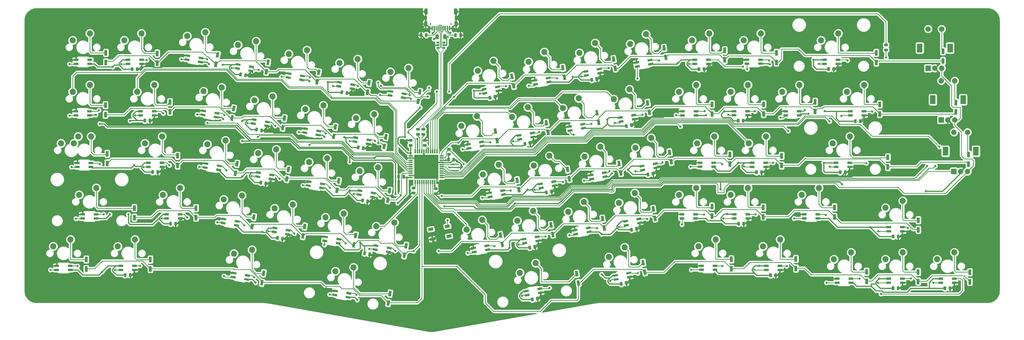
<source format=gbl>
G04 #@! TF.GenerationSoftware,KiCad,Pcbnew,(5.99.0-1131-g93b7eacfb)*
G04 #@! TF.CreationDate,2020-05-05T10:31:03+09:00*
G04 #@! TF.ProjectId,unnamed,756e6e61-6d65-4642-9e6b-696361645f70,rev?*
G04 #@! TF.SameCoordinates,Original*
G04 #@! TF.FileFunction,Copper,L2,Bot*
G04 #@! TF.FilePolarity,Positive*
%FSLAX46Y46*%
G04 Gerber Fmt 4.6, Leading zero omitted, Abs format (unit mm)*
G04 Created by KiCad (PCBNEW (5.99.0-1131-g93b7eacfb)) date 2020-05-05 10:31:03*
%MOMM*%
%LPD*%
G01*
G04 APERTURE LIST*
G04 #@! TA.AperFunction,SMDPad,CuDef*
%ADD10R,1.000000X2.000000*%
G04 #@! TD*
G04 #@! TA.AperFunction,ComponentPad*
%ADD11C,2.250000*%
G04 #@! TD*
G04 #@! TA.AperFunction,SMDPad,CuDef*
%ADD12R,1.800000X0.820000*%
G04 #@! TD*
G04 #@! TA.AperFunction,ComponentPad*
%ADD13R,2.000000X2.000000*%
G04 #@! TD*
G04 #@! TA.AperFunction,ComponentPad*
%ADD14C,2.000000*%
G04 #@! TD*
G04 #@! TA.AperFunction,WasherPad*
%ADD15R,2.000000X3.200000*%
G04 #@! TD*
G04 #@! TA.AperFunction,SMDPad,CuDef*
%ADD16R,0.700000X2.300000*%
G04 #@! TD*
G04 #@! TA.AperFunction,ComponentPad*
%ADD17O,1.200000X2.300000*%
G04 #@! TD*
G04 #@! TA.AperFunction,WasherPad*
%ADD18C,0.600000*%
G04 #@! TD*
G04 #@! TA.AperFunction,SMDPad,CuDef*
%ADD19R,0.550000X1.700000*%
G04 #@! TD*
G04 #@! TA.AperFunction,SMDPad,CuDef*
%ADD20R,0.300000X1.700000*%
G04 #@! TD*
G04 #@! TA.AperFunction,SMDPad,CuDef*
%ADD21R,1.060000X0.650000*%
G04 #@! TD*
G04 #@! TA.AperFunction,SMDPad,CuDef*
%ADD22R,1.500000X0.550000*%
G04 #@! TD*
G04 #@! TA.AperFunction,SMDPad,CuDef*
%ADD23R,0.550000X1.500000*%
G04 #@! TD*
G04 #@! TA.AperFunction,ViaPad*
%ADD24C,0.800000*%
G04 #@! TD*
G04 #@! TA.AperFunction,Conductor*
%ADD25C,0.381000*%
G04 #@! TD*
G04 #@! TA.AperFunction,Conductor*
%ADD26C,0.250000*%
G04 #@! TD*
G04 #@! TA.AperFunction,Conductor*
%ADD27C,0.200000*%
G04 #@! TD*
G04 #@! TA.AperFunction,Conductor*
%ADD28C,0.254000*%
G04 #@! TD*
G04 APERTURE END LIST*
D10*
X471581480Y-245076520D03*
X471581480Y-241526520D03*
X452488300Y-244964760D03*
X452488300Y-241414760D03*
X433453540Y-244880940D03*
X433453540Y-241330940D03*
X407352500Y-240131140D03*
X407352500Y-236581140D03*
X383557780Y-240265760D03*
X383557780Y-236715760D03*
G04 #@! TA.AperFunction,SMDPad,CuDef*
G36*
X352263898Y-242378838D02*
G01*
X351279090Y-242552486D01*
X350931794Y-240582870D01*
X351916602Y-240409222D01*
X352263898Y-242378838D01*
G37*
G04 #@! TD.AperFunction*
G04 #@! TA.AperFunction,SMDPad,CuDef*
G36*
X351647446Y-238882770D02*
G01*
X350662638Y-239056418D01*
X350315342Y-237086802D01*
X351300150Y-236913154D01*
X351647446Y-238882770D01*
G37*
G04 #@! TD.AperFunction*
G04 #@! TA.AperFunction,SMDPad,CuDef*
G36*
X327750358Y-246425058D02*
G01*
X326765550Y-246598706D01*
X326418254Y-244629090D01*
X327403062Y-244455442D01*
X327750358Y-246425058D01*
G37*
G04 #@! TD.AperFunction*
G04 #@! TA.AperFunction,SMDPad,CuDef*
G36*
X327133906Y-242928990D02*
G01*
X326149098Y-243102638D01*
X325801802Y-241133022D01*
X326786610Y-240959374D01*
X327133906Y-242928990D01*
G37*
G04 #@! TD.AperFunction*
G04 #@! TA.AperFunction,SMDPad,CuDef*
G36*
X257249030Y-253962166D02*
G01*
X256264222Y-253788518D01*
X256611518Y-251818902D01*
X257596326Y-251992550D01*
X257249030Y-253962166D01*
G37*
G04 #@! TD.AperFunction*
G04 #@! TA.AperFunction,SMDPad,CuDef*
G36*
X257865482Y-250466098D02*
G01*
X256880674Y-250292450D01*
X257227970Y-248322834D01*
X258212778Y-248496482D01*
X257865482Y-250466098D01*
G37*
G04 #@! TD.AperFunction*
G04 #@! TA.AperFunction,SMDPad,CuDef*
G36*
X210576530Y-246469166D02*
G01*
X209591722Y-246295518D01*
X209939018Y-244325902D01*
X210923826Y-244499550D01*
X210576530Y-246469166D01*
G37*
G04 #@! TD.AperFunction*
G04 #@! TA.AperFunction,SMDPad,CuDef*
G36*
X211192982Y-242973098D02*
G01*
X210208174Y-242799450D01*
X210555470Y-240829834D01*
X211540278Y-241003482D01*
X211192982Y-242973098D01*
G37*
G04 #@! TD.AperFunction*
X169100500Y-240344500D03*
X169100500Y-236794500D03*
X145415000Y-240331800D03*
X145415000Y-236781800D03*
X452574660Y-225841100D03*
X452574660Y-222291100D03*
X421614600Y-221096380D03*
X421614600Y-217546380D03*
X395340840Y-221114160D03*
X395340840Y-217564160D03*
X376384820Y-220738240D03*
X376384820Y-217188240D03*
G04 #@! TA.AperFunction,SMDPad,CuDef*
G36*
X356028178Y-222495718D02*
G01*
X355043370Y-222669366D01*
X354696074Y-220699750D01*
X355680882Y-220526102D01*
X356028178Y-222495718D01*
G37*
G04 #@! TD.AperFunction*
G04 #@! TA.AperFunction,SMDPad,CuDef*
G36*
X355411726Y-218999650D02*
G01*
X354426918Y-219173298D01*
X354079622Y-217203682D01*
X355064430Y-217030034D01*
X355411726Y-218999650D01*
G37*
G04 #@! TD.AperFunction*
G04 #@! TA.AperFunction,SMDPad,CuDef*
G36*
X337293138Y-226079658D02*
G01*
X336308330Y-226253306D01*
X335961034Y-224283690D01*
X336945842Y-224110042D01*
X337293138Y-226079658D01*
G37*
G04 #@! TD.AperFunction*
G04 #@! TA.AperFunction,SMDPad,CuDef*
G36*
X336676686Y-222583590D02*
G01*
X335691878Y-222757238D01*
X335344582Y-220787622D01*
X336329390Y-220613974D01*
X336676686Y-222583590D01*
G37*
G04 #@! TD.AperFunction*
G04 #@! TA.AperFunction,SMDPad,CuDef*
G36*
X318281238Y-228446938D02*
G01*
X317296430Y-228620586D01*
X316949134Y-226650970D01*
X317933942Y-226477322D01*
X318281238Y-228446938D01*
G37*
G04 #@! TD.AperFunction*
G04 #@! TA.AperFunction,SMDPad,CuDef*
G36*
X317664786Y-224950870D02*
G01*
X316679978Y-225124518D01*
X316332682Y-223154902D01*
X317317490Y-222981254D01*
X317664786Y-224950870D01*
G37*
G04 #@! TD.AperFunction*
G04 #@! TA.AperFunction,SMDPad,CuDef*
G36*
X299657958Y-232140098D02*
G01*
X298673150Y-232313746D01*
X298325854Y-230344130D01*
X299310662Y-230170482D01*
X299657958Y-232140098D01*
G37*
G04 #@! TD.AperFunction*
G04 #@! TA.AperFunction,SMDPad,CuDef*
G36*
X299041506Y-228644030D02*
G01*
X298056698Y-228817678D01*
X297709402Y-226848062D01*
X298694210Y-226674414D01*
X299041506Y-228644030D01*
G37*
G04 #@! TD.AperFunction*
G04 #@! TA.AperFunction,SMDPad,CuDef*
G36*
X263154530Y-236309166D02*
G01*
X262169722Y-236135518D01*
X262517018Y-234165902D01*
X263501826Y-234339550D01*
X263154530Y-236309166D01*
G37*
G04 #@! TD.AperFunction*
G04 #@! TA.AperFunction,SMDPad,CuDef*
G36*
X263770982Y-232813098D02*
G01*
X262786174Y-232639450D01*
X263133470Y-230669834D01*
X264118278Y-230843482D01*
X263770982Y-232813098D01*
G37*
G04 #@! TD.AperFunction*
G04 #@! TA.AperFunction,SMDPad,CuDef*
G36*
X244528710Y-232486466D02*
G01*
X243543902Y-232312818D01*
X243891198Y-230343202D01*
X244876006Y-230516850D01*
X244528710Y-232486466D01*
G37*
G04 #@! TD.AperFunction*
G04 #@! TA.AperFunction,SMDPad,CuDef*
G36*
X245145162Y-228990398D02*
G01*
X244160354Y-228816750D01*
X244507650Y-226847134D01*
X245492458Y-227020782D01*
X245145162Y-228990398D01*
G37*
G04 #@! TD.AperFunction*
G04 #@! TA.AperFunction,SMDPad,CuDef*
G36*
X225745410Y-229176846D02*
G01*
X224760602Y-229003198D01*
X225107898Y-227033582D01*
X226092706Y-227207230D01*
X225745410Y-229176846D01*
G37*
G04 #@! TD.AperFunction*
G04 #@! TA.AperFunction,SMDPad,CuDef*
G36*
X226361862Y-225680778D02*
G01*
X225377054Y-225507130D01*
X225724350Y-223537514D01*
X226709158Y-223711162D01*
X226361862Y-225680778D01*
G37*
G04 #@! TD.AperFunction*
G04 #@! TA.AperFunction,SMDPad,CuDef*
G36*
X206997670Y-225674186D02*
G01*
X206012862Y-225500538D01*
X206360158Y-223530922D01*
X207344966Y-223704570D01*
X206997670Y-225674186D01*
G37*
G04 #@! TD.AperFunction*
G04 #@! TA.AperFunction,SMDPad,CuDef*
G36*
X207614122Y-222178118D02*
G01*
X206629314Y-222004470D01*
X206976610Y-220034854D01*
X207961418Y-220208502D01*
X207614122Y-222178118D01*
G37*
G04 #@! TD.AperFunction*
X185928000Y-221358000D03*
X185928000Y-217808000D03*
X163195000Y-221341546D03*
X163195000Y-217791546D03*
X471058240Y-201520600D03*
X471058240Y-197970600D03*
X441309760Y-202589940D03*
X441309760Y-199039940D03*
X402104860Y-202023520D03*
X402104860Y-198473520D03*
X383047240Y-201512980D03*
X383047240Y-197962980D03*
G04 #@! TA.AperFunction,SMDPad,CuDef*
G36*
X362022578Y-201566118D02*
G01*
X361037770Y-201739766D01*
X360690474Y-199770150D01*
X361675282Y-199596502D01*
X362022578Y-201566118D01*
G37*
G04 #@! TD.AperFunction*
G04 #@! TA.AperFunction,SMDPad,CuDef*
G36*
X361406126Y-198070050D02*
G01*
X360421318Y-198243698D01*
X360074022Y-196274082D01*
X361058830Y-196100434D01*
X361406126Y-198070050D01*
G37*
G04 #@! TD.AperFunction*
G04 #@! TA.AperFunction,SMDPad,CuDef*
G36*
X343376438Y-205693618D02*
G01*
X342391630Y-205867266D01*
X342044334Y-203897650D01*
X343029142Y-203724002D01*
X343376438Y-205693618D01*
G37*
G04 #@! TD.AperFunction*
G04 #@! TA.AperFunction,SMDPad,CuDef*
G36*
X342759986Y-202197550D02*
G01*
X341775178Y-202371198D01*
X341427882Y-200401582D01*
X342412690Y-200227934D01*
X342759986Y-202197550D01*
G37*
G04 #@! TD.AperFunction*
G04 #@! TA.AperFunction,SMDPad,CuDef*
G36*
X324372158Y-207878018D02*
G01*
X323387350Y-208051666D01*
X323040054Y-206082050D01*
X324024862Y-205908402D01*
X324372158Y-207878018D01*
G37*
G04 #@! TD.AperFunction*
G04 #@! TA.AperFunction,SMDPad,CuDef*
G36*
X323755706Y-204381950D02*
G01*
X322770898Y-204555598D01*
X322423602Y-202585982D01*
X323408410Y-202412334D01*
X323755706Y-204381950D01*
G37*
G04 #@! TD.AperFunction*
G04 #@! TA.AperFunction,SMDPad,CuDef*
G36*
X305776818Y-211898838D02*
G01*
X304792010Y-212072486D01*
X304444714Y-210102870D01*
X305429522Y-209929222D01*
X305776818Y-211898838D01*
G37*
G04 #@! TD.AperFunction*
G04 #@! TA.AperFunction,SMDPad,CuDef*
G36*
X305160366Y-208402770D02*
G01*
X304175558Y-208576418D01*
X303828262Y-206606802D01*
X304813070Y-206433154D01*
X305160366Y-208402770D01*
G37*
G04 #@! TD.AperFunction*
G04 #@! TA.AperFunction,SMDPad,CuDef*
G36*
X257058530Y-215925666D02*
G01*
X256073722Y-215752018D01*
X256421018Y-213782402D01*
X257405826Y-213956050D01*
X257058530Y-215925666D01*
G37*
G04 #@! TD.AperFunction*
G04 #@! TA.AperFunction,SMDPad,CuDef*
G36*
X257674982Y-212429598D02*
G01*
X256690174Y-212255950D01*
X257037470Y-210286334D01*
X258022278Y-210459982D01*
X257674982Y-212429598D01*
G37*
G04 #@! TD.AperFunction*
G04 #@! TA.AperFunction,SMDPad,CuDef*
G36*
X238326030Y-212306166D02*
G01*
X237341222Y-212132518D01*
X237688518Y-210162902D01*
X238673326Y-210336550D01*
X238326030Y-212306166D01*
G37*
G04 #@! TD.AperFunction*
G04 #@! TA.AperFunction,SMDPad,CuDef*
G36*
X238942482Y-208810098D02*
G01*
X237957674Y-208636450D01*
X238304970Y-206666834D01*
X239289778Y-206840482D01*
X238942482Y-208810098D01*
G37*
G04 #@! TD.AperFunction*
G04 #@! TA.AperFunction,SMDPad,CuDef*
G36*
X219786570Y-208082146D02*
G01*
X218801762Y-207908498D01*
X219149058Y-205938882D01*
X220133866Y-206112530D01*
X219786570Y-208082146D01*
G37*
G04 #@! TD.AperFunction*
G04 #@! TA.AperFunction,SMDPad,CuDef*
G36*
X220403022Y-204586078D02*
G01*
X219418214Y-204412430D01*
X219765510Y-202442814D01*
X220750318Y-202616462D01*
X220403022Y-204586078D01*
G37*
G04 #@! TD.AperFunction*
G04 #@! TA.AperFunction,SMDPad,CuDef*
G36*
X200797530Y-205956166D02*
G01*
X199812722Y-205782518D01*
X200160018Y-203812902D01*
X201144826Y-203986550D01*
X200797530Y-205956166D01*
G37*
G04 #@! TD.AperFunction*
G04 #@! TA.AperFunction,SMDPad,CuDef*
G36*
X201413982Y-202460098D02*
G01*
X200429174Y-202286450D01*
X200776470Y-200316834D01*
X201761278Y-200490482D01*
X201413982Y-202460098D01*
G37*
G04 #@! TD.AperFunction*
X179136040Y-202018440D03*
X179136040Y-198468440D03*
X153177240Y-201279300D03*
X153177240Y-197729300D03*
X466417660Y-182295340D03*
X466417660Y-178745340D03*
X438312560Y-182988760D03*
X438312560Y-179438760D03*
X414464500Y-182046420D03*
X414464500Y-178496420D03*
X395437360Y-182981140D03*
X395437360Y-179431140D03*
X376405140Y-182978600D03*
X376405140Y-179428600D03*
G04 #@! TA.AperFunction,SMDPad,CuDef*
G36*
X353927598Y-183288278D02*
G01*
X352942790Y-183461926D01*
X352595494Y-181492310D01*
X353580302Y-181318662D01*
X353927598Y-183288278D01*
G37*
G04 #@! TD.AperFunction*
G04 #@! TA.AperFunction,SMDPad,CuDef*
G36*
X353311146Y-179792210D02*
G01*
X352326338Y-179965858D01*
X351979042Y-177996242D01*
X352963850Y-177822594D01*
X353311146Y-179792210D01*
G37*
G04 #@! TD.AperFunction*
G04 #@! TA.AperFunction,SMDPad,CuDef*
G36*
X335230658Y-186968738D02*
G01*
X334245850Y-187142386D01*
X333898554Y-185172770D01*
X334883362Y-184999122D01*
X335230658Y-186968738D01*
G37*
G04 #@! TD.AperFunction*
G04 #@! TA.AperFunction,SMDPad,CuDef*
G36*
X334614206Y-183472670D02*
G01*
X333629398Y-183646318D01*
X333282102Y-181676702D01*
X334266910Y-181503054D01*
X334614206Y-183472670D01*
G37*
G04 #@! TD.AperFunction*
G04 #@! TA.AperFunction,SMDPad,CuDef*
G36*
X316541338Y-190669518D02*
G01*
X315556530Y-190843166D01*
X315209234Y-188873550D01*
X316194042Y-188699902D01*
X316541338Y-190669518D01*
G37*
G04 #@! TD.AperFunction*
G04 #@! TA.AperFunction,SMDPad,CuDef*
G36*
X315924886Y-187173450D02*
G01*
X314940078Y-187347098D01*
X314592782Y-185377482D01*
X315577590Y-185203834D01*
X315924886Y-187173450D01*
G37*
G04 #@! TD.AperFunction*
G04 #@! TA.AperFunction,SMDPad,CuDef*
G36*
X297750418Y-193745458D02*
G01*
X296765610Y-193919106D01*
X296418314Y-191949490D01*
X297403122Y-191775842D01*
X297750418Y-193745458D01*
G37*
G04 #@! TD.AperFunction*
G04 #@! TA.AperFunction,SMDPad,CuDef*
G36*
X297133966Y-190249390D02*
G01*
X296149158Y-190423038D01*
X295801862Y-188453422D01*
X296786670Y-188279774D01*
X297133966Y-190249390D01*
G37*
G04 #@! TD.AperFunction*
G04 #@! TA.AperFunction,SMDPad,CuDef*
G36*
X255725030Y-196050166D02*
G01*
X254740222Y-195876518D01*
X255087518Y-193906902D01*
X256072326Y-194080550D01*
X255725030Y-196050166D01*
G37*
G04 #@! TD.AperFunction*
G04 #@! TA.AperFunction,SMDPad,CuDef*
G36*
X256341482Y-192554098D02*
G01*
X255356674Y-192380450D01*
X255703970Y-190410834D01*
X256688778Y-190584482D01*
X256341482Y-192554098D01*
G37*
G04 #@! TD.AperFunction*
G04 #@! TA.AperFunction,SMDPad,CuDef*
G36*
X237071270Y-192357006D02*
G01*
X236086462Y-192183358D01*
X236433758Y-190213742D01*
X237418566Y-190387390D01*
X237071270Y-192357006D01*
G37*
G04 #@! TD.AperFunction*
G04 #@! TA.AperFunction,SMDPad,CuDef*
G36*
X237687722Y-188860938D02*
G01*
X236702914Y-188687290D01*
X237050210Y-186717674D01*
X238035018Y-186891322D01*
X237687722Y-188860938D01*
G37*
G04 #@! TD.AperFunction*
G04 #@! TA.AperFunction,SMDPad,CuDef*
G36*
X218280350Y-189105806D02*
G01*
X217295542Y-188932158D01*
X217642838Y-186962542D01*
X218627646Y-187136190D01*
X218280350Y-189105806D01*
G37*
G04 #@! TD.AperFunction*
G04 #@! TA.AperFunction,SMDPad,CuDef*
G36*
X218896802Y-185609738D02*
G01*
X217911994Y-185436090D01*
X218259290Y-183466474D01*
X219244098Y-183640122D01*
X218896802Y-185609738D01*
G37*
G04 #@! TD.AperFunction*
G04 #@! TA.AperFunction,SMDPad,CuDef*
G36*
X199570710Y-185526946D02*
G01*
X198585902Y-185353298D01*
X198933198Y-183383682D01*
X199918006Y-183557330D01*
X199570710Y-185526946D01*
G37*
G04 #@! TD.AperFunction*
G04 #@! TA.AperFunction,SMDPad,CuDef*
G36*
X200187162Y-182030878D02*
G01*
X199202354Y-181857230D01*
X199549650Y-179887614D01*
X200534458Y-180061262D01*
X200187162Y-182030878D01*
G37*
G04 #@! TD.AperFunction*
X176344580Y-182173420D03*
X176344580Y-178623420D03*
X152527000Y-183258000D03*
X152527000Y-179708000D03*
X461642460Y-163364720D03*
X461642460Y-159814720D03*
X437027320Y-163951460D03*
X437027320Y-160401460D03*
X400184620Y-163936220D03*
X400184620Y-160386220D03*
X381116840Y-162978640D03*
X381116840Y-159428640D03*
G04 #@! TA.AperFunction,SMDPad,CuDef*
G36*
X360005818Y-162940338D02*
G01*
X359021010Y-163113986D01*
X358673714Y-161144370D01*
X359658522Y-160970722D01*
X360005818Y-162940338D01*
G37*
G04 #@! TD.AperFunction*
G04 #@! TA.AperFunction,SMDPad,CuDef*
G36*
X359389366Y-159444270D02*
G01*
X358404558Y-159617918D01*
X358057262Y-157648302D01*
X359042070Y-157474654D01*
X359389366Y-159444270D01*
G37*
G04 #@! TD.AperFunction*
G04 #@! TA.AperFunction,SMDPad,CuDef*
G36*
X341377458Y-167077998D02*
G01*
X340392650Y-167251646D01*
X340045354Y-165282030D01*
X341030162Y-165108382D01*
X341377458Y-167077998D01*
G37*
G04 #@! TD.AperFunction*
G04 #@! TA.AperFunction,SMDPad,CuDef*
G36*
X340761006Y-163581930D02*
G01*
X339776198Y-163755578D01*
X339428902Y-161785962D01*
X340413710Y-161612314D01*
X340761006Y-163581930D01*
G37*
G04 #@! TD.AperFunction*
G04 #@! TA.AperFunction,SMDPad,CuDef*
G36*
X322611938Y-170286018D02*
G01*
X321627130Y-170459666D01*
X321279834Y-168490050D01*
X322264642Y-168316402D01*
X322611938Y-170286018D01*
G37*
G04 #@! TD.AperFunction*
G04 #@! TA.AperFunction,SMDPad,CuDef*
G36*
X321995486Y-166789950D02*
G01*
X321010678Y-166963598D01*
X320663382Y-164993982D01*
X321648190Y-164820334D01*
X321995486Y-166789950D01*
G37*
G04 #@! TD.AperFunction*
G04 #@! TA.AperFunction,SMDPad,CuDef*
G36*
X303848958Y-173486418D02*
G01*
X302864150Y-173660066D01*
X302516854Y-171690450D01*
X303501662Y-171516802D01*
X303848958Y-173486418D01*
G37*
G04 #@! TD.AperFunction*
G04 #@! TA.AperFunction,SMDPad,CuDef*
G36*
X303232506Y-169990350D02*
G01*
X302247698Y-170163998D01*
X301900402Y-168194382D01*
X302885210Y-168020734D01*
X303232506Y-169990350D01*
G37*
G04 #@! TD.AperFunction*
G04 #@! TA.AperFunction,SMDPad,CuDef*
G36*
X268298030Y-179413166D02*
G01*
X267313222Y-179239518D01*
X267660518Y-177269902D01*
X268645326Y-177443550D01*
X268298030Y-179413166D01*
G37*
G04 #@! TD.AperFunction*
G04 #@! TA.AperFunction,SMDPad,CuDef*
G36*
X268914482Y-175917098D02*
G01*
X267929674Y-175743450D01*
X268276970Y-173773834D01*
X269261778Y-173947482D01*
X268914482Y-175917098D01*
G37*
G04 #@! TD.AperFunction*
G04 #@! TA.AperFunction,SMDPad,CuDef*
G36*
X249565530Y-176047666D02*
G01*
X248580722Y-175874018D01*
X248928018Y-173904402D01*
X249912826Y-174078050D01*
X249565530Y-176047666D01*
G37*
G04 #@! TD.AperFunction*
G04 #@! TA.AperFunction,SMDPad,CuDef*
G36*
X250181982Y-172551598D02*
G01*
X249197174Y-172377950D01*
X249544470Y-170408334D01*
X250529278Y-170581982D01*
X250181982Y-172551598D01*
G37*
G04 #@! TD.AperFunction*
G04 #@! TA.AperFunction,SMDPad,CuDef*
G36*
X230949870Y-172151306D02*
G01*
X229965062Y-171977658D01*
X230312358Y-170008042D01*
X231297166Y-170181690D01*
X230949870Y-172151306D01*
G37*
G04 #@! TD.AperFunction*
G04 #@! TA.AperFunction,SMDPad,CuDef*
G36*
X231566322Y-168655238D02*
G01*
X230581514Y-168481590D01*
X230928810Y-166511974D01*
X231913618Y-166685622D01*
X231566322Y-168655238D01*
G37*
G04 #@! TD.AperFunction*
G04 #@! TA.AperFunction,SMDPad,CuDef*
G36*
X212242770Y-168447986D02*
G01*
X211257962Y-168274338D01*
X211605258Y-166304722D01*
X212590066Y-166478370D01*
X212242770Y-168447986D01*
G37*
G04 #@! TD.AperFunction*
G04 #@! TA.AperFunction,SMDPad,CuDef*
G36*
X212859222Y-164951918D02*
G01*
X211874414Y-164778270D01*
X212221710Y-162808654D01*
X213206518Y-162982302D01*
X212859222Y-164951918D01*
G37*
G04 #@! TD.AperFunction*
G04 #@! TA.AperFunction,SMDPad,CuDef*
G36*
X193624570Y-165722566D02*
G01*
X192639762Y-165548918D01*
X192987058Y-163579302D01*
X193971866Y-163752950D01*
X193624570Y-165722566D01*
G37*
G04 #@! TD.AperFunction*
G04 #@! TA.AperFunction,SMDPad,CuDef*
G36*
X194241022Y-162226498D02*
G01*
X193256214Y-162052850D01*
X193603510Y-160083234D01*
X194588318Y-160256882D01*
X194241022Y-162226498D01*
G37*
G04 #@! TD.AperFunction*
X171615100Y-164190220D03*
X171615100Y-160640220D03*
X152669240Y-163946380D03*
X152669240Y-160396380D03*
G04 #@! TA.AperFunction,SMDPad,CuDef*
G36*
G01*
X420820000Y-166826250D02*
X420820000Y-165913750D01*
G75*
G02*
X421063750Y-165670000I243750J0D01*
G01*
X421551250Y-165670000D01*
G75*
G02*
X421795000Y-165913750I0J-243750D01*
G01*
X421795000Y-166826250D01*
G75*
G02*
X421551250Y-167070000I-243750J0D01*
G01*
X421063750Y-167070000D01*
G75*
G02*
X420820000Y-166826250I0J243750D01*
G01*
G37*
G04 #@! TD.AperFunction*
G04 #@! TA.AperFunction,SMDPad,CuDef*
G36*
G01*
X418945000Y-166826250D02*
X418945000Y-165913750D01*
G75*
G02*
X419188750Y-165670000I243750J0D01*
G01*
X419676250Y-165670000D01*
G75*
G02*
X419920000Y-165913750I0J-243750D01*
G01*
X419920000Y-166826250D01*
G75*
G02*
X419676250Y-167070000I-243750J0D01*
G01*
X419188750Y-167070000D01*
G75*
G02*
X418945000Y-166826250I0J243750D01*
G01*
G37*
G04 #@! TD.AperFunction*
G04 #@! TA.AperFunction,SMDPad,CuDef*
G36*
G01*
X441080210Y-157946940D02*
X440167710Y-157946940D01*
G75*
G02*
X439923960Y-157703190I0J243750D01*
G01*
X439923960Y-157215690D01*
G75*
G02*
X440167710Y-156971940I243750J0D01*
G01*
X441080210Y-156971940D01*
G75*
G02*
X441323960Y-157215690I0J-243750D01*
G01*
X441323960Y-157703190D01*
G75*
G02*
X441080210Y-157946940I-243750J0D01*
G01*
G37*
G04 #@! TD.AperFunction*
G04 #@! TA.AperFunction,SMDPad,CuDef*
G36*
G01*
X441080210Y-159821940D02*
X440167710Y-159821940D01*
G75*
G02*
X439923960Y-159578190I0J243750D01*
G01*
X439923960Y-159090690D01*
G75*
G02*
X440167710Y-158846940I243750J0D01*
G01*
X441080210Y-158846940D01*
G75*
G02*
X441323960Y-159090690I0J-243750D01*
G01*
X441323960Y-159578190D01*
G75*
G02*
X441080210Y-159821940I-243750J0D01*
G01*
G37*
G04 #@! TD.AperFunction*
D11*
X422996250Y-153229746D03*
X416646250Y-155769746D03*
G04 #@! TA.AperFunction,SMDPad,CuDef*
G36*
G01*
X282884400Y-204158040D02*
X280284400Y-204158040D01*
G75*
G02*
X280184400Y-204058040I0J100000D01*
G01*
X280184400Y-203858040D01*
G75*
G02*
X280284400Y-203758040I100000J0D01*
G01*
X282884400Y-203758040D01*
G75*
G02*
X282984400Y-203858040I0J-100000D01*
G01*
X282984400Y-204058040D01*
G75*
G02*
X282884400Y-204158040I-100000J0D01*
G01*
G37*
G04 #@! TD.AperFunction*
G04 #@! TA.AperFunction,SMDPad,CuDef*
G36*
G01*
X282884400Y-202958040D02*
X280284400Y-202958040D01*
G75*
G02*
X280184400Y-202858040I0J100000D01*
G01*
X280184400Y-202658040D01*
G75*
G02*
X280284400Y-202558040I100000J0D01*
G01*
X282884400Y-202558040D01*
G75*
G02*
X282984400Y-202658040I0J-100000D01*
G01*
X282984400Y-202858040D01*
G75*
G02*
X282884400Y-202958040I-100000J0D01*
G01*
G37*
G04 #@! TD.AperFunction*
G04 #@! TA.AperFunction,SMDPad,CuDef*
G36*
G01*
X282884400Y-201758040D02*
X280284400Y-201758040D01*
G75*
G02*
X280184400Y-201658040I0J100000D01*
G01*
X280184400Y-201458040D01*
G75*
G02*
X280284400Y-201358040I100000J0D01*
G01*
X282884400Y-201358040D01*
G75*
G02*
X282984400Y-201458040I0J-100000D01*
G01*
X282984400Y-201658040D01*
G75*
G02*
X282884400Y-201758040I-100000J0D01*
G01*
G37*
G04 #@! TD.AperFunction*
X427282500Y-191329746D03*
X420932500Y-193869746D03*
G04 #@! TA.AperFunction,SMDPad,CuDef*
G36*
X280130893Y-227486397D02*
G01*
X280321906Y-228569686D01*
X278549253Y-228882253D01*
X278358240Y-227798964D01*
X280130893Y-227486397D01*
G37*
G04 #@! TD.AperFunction*
G04 #@! TA.AperFunction,SMDPad,CuDef*
G36*
X273382587Y-224919227D02*
G01*
X273573600Y-226002516D01*
X271800947Y-226315083D01*
X271609934Y-225231794D01*
X273382587Y-224919227D01*
G37*
G04 #@! TD.AperFunction*
G04 #@! TA.AperFunction,SMDPad,CuDef*
G36*
X279488395Y-223842608D02*
G01*
X279679408Y-224925897D01*
X277906755Y-225238464D01*
X277715742Y-224155175D01*
X279488395Y-223842608D01*
G37*
G04 #@! TD.AperFunction*
G04 #@! TA.AperFunction,SMDPad,CuDef*
G36*
X274025085Y-228563016D02*
G01*
X274216098Y-229646305D01*
X272443445Y-229958872D01*
X272252432Y-228875583D01*
X274025085Y-228563016D01*
G37*
G04 #@! TD.AperFunction*
D12*
X460823940Y-243915500D03*
X460823940Y-245415500D03*
X465823940Y-245415500D03*
X465823940Y-243915500D03*
X441652020Y-243897720D03*
X441652020Y-245397720D03*
X446652020Y-245397720D03*
X446652020Y-243897720D03*
X427612180Y-245420580D03*
X427612180Y-243920580D03*
X422612180Y-243920580D03*
X422612180Y-245420580D03*
X396467960Y-239145380D03*
X396467960Y-240645380D03*
X401467960Y-240645380D03*
X401467960Y-239145380D03*
X377531000Y-240627600D03*
X377531000Y-239127600D03*
X372531000Y-239127600D03*
X372531000Y-240627600D03*
G04 #@! TA.AperFunction,SMDPad,CuDef*
G36*
X341582615Y-242129640D02*
G01*
X341725007Y-242937183D01*
X339952353Y-243249750D01*
X339809961Y-242442207D01*
X341582615Y-242129640D01*
G37*
G04 #@! TD.AperFunction*
G04 #@! TA.AperFunction,SMDPad,CuDef*
G36*
X341843088Y-243606851D02*
G01*
X341985480Y-244414394D01*
X340212826Y-244726961D01*
X340070434Y-243919418D01*
X341843088Y-243606851D01*
G37*
G04 #@! TD.AperFunction*
G04 #@! TA.AperFunction,SMDPad,CuDef*
G36*
X346767127Y-242738610D02*
G01*
X346909519Y-243546153D01*
X345136865Y-243858720D01*
X344994473Y-243051177D01*
X346767127Y-242738610D01*
G37*
G04 #@! TD.AperFunction*
G04 #@! TA.AperFunction,SMDPad,CuDef*
G36*
X346506654Y-241261399D02*
G01*
X346649046Y-242068942D01*
X344876392Y-242381509D01*
X344734000Y-241573966D01*
X346506654Y-241261399D01*
G37*
G04 #@! TD.AperFunction*
G04 #@! TA.AperFunction,SMDPad,CuDef*
G36*
X308722635Y-247918300D02*
G01*
X308865027Y-248725843D01*
X307092373Y-249038410D01*
X306949981Y-248230867D01*
X308722635Y-247918300D01*
G37*
G04 #@! TD.AperFunction*
G04 #@! TA.AperFunction,SMDPad,CuDef*
G36*
X308983108Y-249395511D02*
G01*
X309125500Y-250203054D01*
X307352846Y-250515621D01*
X307210454Y-249708078D01*
X308983108Y-249395511D01*
G37*
G04 #@! TD.AperFunction*
G04 #@! TA.AperFunction,SMDPad,CuDef*
G36*
X313907147Y-248527270D02*
G01*
X314049539Y-249334813D01*
X312276885Y-249647380D01*
X312134493Y-248839837D01*
X313907147Y-248527270D01*
G37*
G04 #@! TD.AperFunction*
G04 #@! TA.AperFunction,SMDPad,CuDef*
G36*
X313646674Y-247050059D02*
G01*
X313789066Y-247857602D01*
X312016412Y-248170169D01*
X311874020Y-247362626D01*
X313646674Y-247050059D01*
G37*
G04 #@! TD.AperFunction*
G04 #@! TA.AperFunction,SMDPad,CuDef*
G36*
X241150260Y-251038714D02*
G01*
X241292652Y-250231171D01*
X243065306Y-250543738D01*
X242922914Y-251351281D01*
X241150260Y-251038714D01*
G37*
G04 #@! TD.AperFunction*
G04 #@! TA.AperFunction,SMDPad,CuDef*
G36*
X241410733Y-249561503D02*
G01*
X241553125Y-248753960D01*
X243325779Y-249066527D01*
X243183387Y-249874070D01*
X241410733Y-249561503D01*
G37*
G04 #@! TD.AperFunction*
G04 #@! TA.AperFunction,SMDPad,CuDef*
G36*
X236486694Y-248693262D02*
G01*
X236629086Y-247885719D01*
X238401740Y-248198286D01*
X238259348Y-249005829D01*
X236486694Y-248693262D01*
G37*
G04 #@! TD.AperFunction*
G04 #@! TA.AperFunction,SMDPad,CuDef*
G36*
X236226221Y-250170473D02*
G01*
X236368613Y-249362930D01*
X238141267Y-249675497D01*
X237998875Y-250483040D01*
X236226221Y-250170473D01*
G37*
G04 #@! TD.AperFunction*
G04 #@! TA.AperFunction,SMDPad,CuDef*
G36*
X198761221Y-243566473D02*
G01*
X198903613Y-242758930D01*
X200676267Y-243071497D01*
X200533875Y-243879040D01*
X198761221Y-243566473D01*
G37*
G04 #@! TD.AperFunction*
G04 #@! TA.AperFunction,SMDPad,CuDef*
G36*
X199021694Y-242089262D02*
G01*
X199164086Y-241281719D01*
X200936740Y-241594286D01*
X200794348Y-242401829D01*
X199021694Y-242089262D01*
G37*
G04 #@! TD.AperFunction*
G04 #@! TA.AperFunction,SMDPad,CuDef*
G36*
X203945733Y-242957503D02*
G01*
X204088125Y-242149960D01*
X205860779Y-242462527D01*
X205718387Y-243270070D01*
X203945733Y-242957503D01*
G37*
G04 #@! TD.AperFunction*
G04 #@! TA.AperFunction,SMDPad,CuDef*
G36*
X203685260Y-244434714D02*
G01*
X203827652Y-243627171D01*
X205600306Y-243939738D01*
X205457914Y-244747281D01*
X203685260Y-244434714D01*
G37*
G04 #@! TD.AperFunction*
X158218500Y-239153000D03*
X158218500Y-240653000D03*
X163218500Y-240653000D03*
X163218500Y-239153000D03*
X139533000Y-240653000D03*
X139533000Y-239153000D03*
X134533000Y-239153000D03*
X134533000Y-240653000D03*
X441672340Y-224870580D03*
X441672340Y-226370580D03*
X446672340Y-226370580D03*
X446672340Y-224870580D03*
X415437960Y-221623320D03*
X415437960Y-220123320D03*
X410437960Y-220123320D03*
X410437960Y-221623320D03*
X384656960Y-220087760D03*
X384656960Y-221587760D03*
X389656960Y-221587760D03*
X389656960Y-220087760D03*
X370307240Y-221592840D03*
X370307240Y-220092840D03*
X365307240Y-220092840D03*
X365307240Y-221592840D03*
G04 #@! TA.AperFunction,SMDPad,CuDef*
G36*
X345334195Y-222109360D02*
G01*
X345476587Y-222916903D01*
X343703933Y-223229470D01*
X343561541Y-222421927D01*
X345334195Y-222109360D01*
G37*
G04 #@! TD.AperFunction*
G04 #@! TA.AperFunction,SMDPad,CuDef*
G36*
X345594668Y-223586571D02*
G01*
X345737060Y-224394114D01*
X343964406Y-224706681D01*
X343822014Y-223899138D01*
X345594668Y-223586571D01*
G37*
G04 #@! TD.AperFunction*
G04 #@! TA.AperFunction,SMDPad,CuDef*
G36*
X350518707Y-222718330D02*
G01*
X350661099Y-223525873D01*
X348888445Y-223838440D01*
X348746053Y-223030897D01*
X350518707Y-222718330D01*
G37*
G04 #@! TD.AperFunction*
G04 #@! TA.AperFunction,SMDPad,CuDef*
G36*
X350258234Y-221241119D02*
G01*
X350400626Y-222048662D01*
X348627972Y-222361229D01*
X348485580Y-221553686D01*
X350258234Y-221241119D01*
G37*
G04 #@! TD.AperFunction*
G04 #@! TA.AperFunction,SMDPad,CuDef*
G36*
X330214365Y-227145520D02*
G01*
X330071973Y-226337977D01*
X331844627Y-226025410D01*
X331987019Y-226832953D01*
X330214365Y-227145520D01*
G37*
G04 #@! TD.AperFunction*
G04 #@! TA.AperFunction,SMDPad,CuDef*
G36*
X329953892Y-225668309D02*
G01*
X329811500Y-224860766D01*
X331584154Y-224548199D01*
X331726546Y-225355742D01*
X329953892Y-225668309D01*
G37*
G04 #@! TD.AperFunction*
G04 #@! TA.AperFunction,SMDPad,CuDef*
G36*
X325029853Y-226536550D02*
G01*
X324887461Y-225729007D01*
X326660115Y-225416440D01*
X326802507Y-226223983D01*
X325029853Y-226536550D01*
G37*
G04 #@! TD.AperFunction*
G04 #@! TA.AperFunction,SMDPad,CuDef*
G36*
X325290326Y-228013761D02*
G01*
X325147934Y-227206218D01*
X326920588Y-226893651D01*
X327062980Y-227701194D01*
X325290326Y-228013761D01*
G37*
G04 #@! TD.AperFunction*
G04 #@! TA.AperFunction,SMDPad,CuDef*
G36*
X307798075Y-228723520D02*
G01*
X307940467Y-229531063D01*
X306167813Y-229843630D01*
X306025421Y-229036087D01*
X307798075Y-228723520D01*
G37*
G04 #@! TD.AperFunction*
G04 #@! TA.AperFunction,SMDPad,CuDef*
G36*
X308058548Y-230200731D02*
G01*
X308200940Y-231008274D01*
X306428286Y-231320841D01*
X306285894Y-230513298D01*
X308058548Y-230200731D01*
G37*
G04 #@! TD.AperFunction*
G04 #@! TA.AperFunction,SMDPad,CuDef*
G36*
X312982587Y-229332490D02*
G01*
X313124979Y-230140033D01*
X311352325Y-230452600D01*
X311209933Y-229645057D01*
X312982587Y-229332490D01*
G37*
G04 #@! TD.AperFunction*
G04 #@! TA.AperFunction,SMDPad,CuDef*
G36*
X312722114Y-227855279D02*
G01*
X312864506Y-228662822D01*
X311091852Y-228975389D01*
X310949460Y-228167846D01*
X312722114Y-227855279D01*
G37*
G04 #@! TD.AperFunction*
G04 #@! TA.AperFunction,SMDPad,CuDef*
G36*
X292754445Y-233752060D02*
G01*
X292612053Y-232944517D01*
X294384707Y-232631950D01*
X294527099Y-233439493D01*
X292754445Y-233752060D01*
G37*
G04 #@! TD.AperFunction*
G04 #@! TA.AperFunction,SMDPad,CuDef*
G36*
X292493972Y-232274849D02*
G01*
X292351580Y-231467306D01*
X294124234Y-231154739D01*
X294266626Y-231962282D01*
X292493972Y-232274849D01*
G37*
G04 #@! TD.AperFunction*
G04 #@! TA.AperFunction,SMDPad,CuDef*
G36*
X287569933Y-233143090D02*
G01*
X287427541Y-232335547D01*
X289200195Y-232022980D01*
X289342587Y-232830523D01*
X287569933Y-233143090D01*
G37*
G04 #@! TD.AperFunction*
G04 #@! TA.AperFunction,SMDPad,CuDef*
G36*
X287830406Y-234620301D02*
G01*
X287688014Y-233812758D01*
X289460668Y-233500191D01*
X289603060Y-234307734D01*
X287830406Y-234620301D01*
G37*
G04 #@! TD.AperFunction*
G04 #@! TA.AperFunction,SMDPad,CuDef*
G36*
X253324240Y-231434286D02*
G01*
X253181848Y-232241829D01*
X251409194Y-231929262D01*
X251551586Y-231121719D01*
X253324240Y-231434286D01*
G37*
G04 #@! TD.AperFunction*
G04 #@! TA.AperFunction,SMDPad,CuDef*
G36*
X253063767Y-232911497D02*
G01*
X252921375Y-233719040D01*
X251148721Y-233406473D01*
X251291113Y-232598930D01*
X253063767Y-232911497D01*
G37*
G04 #@! TD.AperFunction*
G04 #@! TA.AperFunction,SMDPad,CuDef*
G36*
X257987806Y-233779738D02*
G01*
X257845414Y-234587281D01*
X256072760Y-234274714D01*
X256215152Y-233467171D01*
X257987806Y-233779738D01*
G37*
G04 #@! TD.AperFunction*
G04 #@! TA.AperFunction,SMDPad,CuDef*
G36*
X258248279Y-232302527D02*
G01*
X258105887Y-233110070D01*
X256333233Y-232797503D01*
X256475625Y-231989960D01*
X258248279Y-232302527D01*
G37*
G04 #@! TD.AperFunction*
G04 #@! TA.AperFunction,SMDPad,CuDef*
G36*
X237467260Y-231036214D02*
G01*
X237609652Y-230228671D01*
X239382306Y-230541238D01*
X239239914Y-231348781D01*
X237467260Y-231036214D01*
G37*
G04 #@! TD.AperFunction*
G04 #@! TA.AperFunction,SMDPad,CuDef*
G36*
X237727733Y-229559003D02*
G01*
X237870125Y-228751460D01*
X239642779Y-229064027D01*
X239500387Y-229871570D01*
X237727733Y-229559003D01*
G37*
G04 #@! TD.AperFunction*
G04 #@! TA.AperFunction,SMDPad,CuDef*
G36*
X232803694Y-228690762D02*
G01*
X232946086Y-227883219D01*
X234718740Y-228195786D01*
X234576348Y-229003329D01*
X232803694Y-228690762D01*
G37*
G04 #@! TD.AperFunction*
G04 #@! TA.AperFunction,SMDPad,CuDef*
G36*
X232543221Y-230167973D02*
G01*
X232685613Y-229360430D01*
X234458267Y-229672997D01*
X234315875Y-230480540D01*
X232543221Y-230167973D01*
G37*
G04 #@! TD.AperFunction*
G04 #@! TA.AperFunction,SMDPad,CuDef*
G36*
X216049740Y-224893786D02*
G01*
X215907348Y-225701329D01*
X214134694Y-225388762D01*
X214277086Y-224581219D01*
X216049740Y-224893786D01*
G37*
G04 #@! TD.AperFunction*
G04 #@! TA.AperFunction,SMDPad,CuDef*
G36*
X215789267Y-226370997D02*
G01*
X215646875Y-227178540D01*
X213874221Y-226865973D01*
X214016613Y-226058430D01*
X215789267Y-226370997D01*
G37*
G04 #@! TD.AperFunction*
G04 #@! TA.AperFunction,SMDPad,CuDef*
G36*
X220713306Y-227239238D02*
G01*
X220570914Y-228046781D01*
X218798260Y-227734214D01*
X218940652Y-226926671D01*
X220713306Y-227239238D01*
G37*
G04 #@! TD.AperFunction*
G04 #@! TA.AperFunction,SMDPad,CuDef*
G36*
X220973779Y-225762027D02*
G01*
X220831387Y-226569570D01*
X219058733Y-226257003D01*
X219201125Y-225449460D01*
X220973779Y-225762027D01*
G37*
G04 #@! TD.AperFunction*
G04 #@! TA.AperFunction,SMDPad,CuDef*
G36*
X199938760Y-224432214D02*
G01*
X200081152Y-223624671D01*
X201853806Y-223937238D01*
X201711414Y-224744781D01*
X199938760Y-224432214D01*
G37*
G04 #@! TD.AperFunction*
G04 #@! TA.AperFunction,SMDPad,CuDef*
G36*
X200199233Y-222955003D02*
G01*
X200341625Y-222147460D01*
X202114279Y-222460027D01*
X201971887Y-223267570D01*
X200199233Y-222955003D01*
G37*
G04 #@! TD.AperFunction*
G04 #@! TA.AperFunction,SMDPad,CuDef*
G36*
X195275194Y-222086762D02*
G01*
X195417586Y-221279219D01*
X197190240Y-221591786D01*
X197047848Y-222399329D01*
X195275194Y-222086762D01*
G37*
G04 #@! TD.AperFunction*
G04 #@! TA.AperFunction,SMDPad,CuDef*
G36*
X195014721Y-223563973D02*
G01*
X195157113Y-222756430D01*
X196929767Y-223068997D01*
X196787375Y-223876540D01*
X195014721Y-223563973D01*
G37*
G04 #@! TD.AperFunction*
X175046000Y-220103000D03*
X175046000Y-221603000D03*
X180046000Y-221603000D03*
X180046000Y-220103000D03*
X149121500Y-221603000D03*
X149121500Y-220103000D03*
X144121500Y-220103000D03*
X144121500Y-221603000D03*
X422185460Y-201035220D03*
X422185460Y-202535220D03*
X427185460Y-202535220D03*
X427185460Y-201035220D03*
X391248260Y-201053000D03*
X391248260Y-202553000D03*
X396248260Y-202553000D03*
X396248260Y-201053000D03*
X377017920Y-202525060D03*
X377017920Y-201025060D03*
X372017920Y-201025060D03*
X372017920Y-202525060D03*
G04 #@! TA.AperFunction,SMDPad,CuDef*
G36*
X351353995Y-201697920D02*
G01*
X351496387Y-202505463D01*
X349723733Y-202818030D01*
X349581341Y-202010487D01*
X351353995Y-201697920D01*
G37*
G04 #@! TD.AperFunction*
G04 #@! TA.AperFunction,SMDPad,CuDef*
G36*
X351614468Y-203175131D02*
G01*
X351756860Y-203982674D01*
X349984206Y-204295241D01*
X349841814Y-203487698D01*
X351614468Y-203175131D01*
G37*
G04 #@! TD.AperFunction*
G04 #@! TA.AperFunction,SMDPad,CuDef*
G36*
X356538507Y-202306890D02*
G01*
X356680899Y-203114433D01*
X354908245Y-203427000D01*
X354765853Y-202619457D01*
X356538507Y-202306890D01*
G37*
G04 #@! TD.AperFunction*
G04 #@! TA.AperFunction,SMDPad,CuDef*
G36*
X356278034Y-200829679D02*
G01*
X356420426Y-201637222D01*
X354647772Y-201949789D01*
X354505380Y-201142246D01*
X356278034Y-200829679D01*
G37*
G04 #@! TD.AperFunction*
G04 #@! TA.AperFunction,SMDPad,CuDef*
G36*
X336127485Y-206759480D02*
G01*
X335985093Y-205951937D01*
X337757747Y-205639370D01*
X337900139Y-206446913D01*
X336127485Y-206759480D01*
G37*
G04 #@! TD.AperFunction*
G04 #@! TA.AperFunction,SMDPad,CuDef*
G36*
X335867012Y-205282269D02*
G01*
X335724620Y-204474726D01*
X337497274Y-204162159D01*
X337639666Y-204969702D01*
X335867012Y-205282269D01*
G37*
G04 #@! TD.AperFunction*
G04 #@! TA.AperFunction,SMDPad,CuDef*
G36*
X330942973Y-206150510D02*
G01*
X330800581Y-205342967D01*
X332573235Y-205030400D01*
X332715627Y-205837943D01*
X330942973Y-206150510D01*
G37*
G04 #@! TD.AperFunction*
G04 #@! TA.AperFunction,SMDPad,CuDef*
G36*
X331203446Y-207627721D02*
G01*
X331061054Y-206820178D01*
X332833708Y-206507611D01*
X332976100Y-207315154D01*
X331203446Y-207627721D01*
G37*
G04 #@! TD.AperFunction*
G04 #@! TA.AperFunction,SMDPad,CuDef*
G36*
X313894075Y-208312080D02*
G01*
X314036467Y-209119623D01*
X312263813Y-209432190D01*
X312121421Y-208624647D01*
X313894075Y-208312080D01*
G37*
G04 #@! TD.AperFunction*
G04 #@! TA.AperFunction,SMDPad,CuDef*
G36*
X314154548Y-209789291D02*
G01*
X314296940Y-210596834D01*
X312524286Y-210909401D01*
X312381894Y-210101858D01*
X314154548Y-209789291D01*
G37*
G04 #@! TD.AperFunction*
G04 #@! TA.AperFunction,SMDPad,CuDef*
G36*
X319078587Y-208921050D02*
G01*
X319220979Y-209728593D01*
X317448325Y-210041160D01*
X317305933Y-209233617D01*
X319078587Y-208921050D01*
G37*
G04 #@! TD.AperFunction*
G04 #@! TA.AperFunction,SMDPad,CuDef*
G36*
X318818114Y-207443839D02*
G01*
X318960506Y-208251382D01*
X317187852Y-208563949D01*
X317045460Y-207756406D01*
X318818114Y-207443839D01*
G37*
G04 #@! TD.AperFunction*
G04 #@! TA.AperFunction,SMDPad,CuDef*
G36*
X298614225Y-213353320D02*
G01*
X298471833Y-212545777D01*
X300244487Y-212233210D01*
X300386879Y-213040753D01*
X298614225Y-213353320D01*
G37*
G04 #@! TD.AperFunction*
G04 #@! TA.AperFunction,SMDPad,CuDef*
G36*
X298353752Y-211876109D02*
G01*
X298211360Y-211068566D01*
X299984014Y-210755999D01*
X300126406Y-211563542D01*
X298353752Y-211876109D01*
G37*
G04 #@! TD.AperFunction*
G04 #@! TA.AperFunction,SMDPad,CuDef*
G36*
X293429713Y-212744350D02*
G01*
X293287321Y-211936807D01*
X295059975Y-211624240D01*
X295202367Y-212431783D01*
X293429713Y-212744350D01*
G37*
G04 #@! TD.AperFunction*
G04 #@! TA.AperFunction,SMDPad,CuDef*
G36*
X293690186Y-214221561D02*
G01*
X293547794Y-213414018D01*
X295320448Y-213101451D01*
X295462840Y-213908994D01*
X293690186Y-214221561D01*
G37*
G04 #@! TD.AperFunction*
G04 #@! TA.AperFunction,SMDPad,CuDef*
G36*
X247418740Y-211114286D02*
G01*
X247276348Y-211921829D01*
X245503694Y-211609262D01*
X245646086Y-210801719D01*
X247418740Y-211114286D01*
G37*
G04 #@! TD.AperFunction*
G04 #@! TA.AperFunction,SMDPad,CuDef*
G36*
X247158267Y-212591497D02*
G01*
X247015875Y-213399040D01*
X245243221Y-213086473D01*
X245385613Y-212278930D01*
X247158267Y-212591497D01*
G37*
G04 #@! TD.AperFunction*
G04 #@! TA.AperFunction,SMDPad,CuDef*
G36*
X252082306Y-213459738D02*
G01*
X251939914Y-214267281D01*
X250167260Y-213954714D01*
X250309652Y-213147171D01*
X252082306Y-213459738D01*
G37*
G04 #@! TD.AperFunction*
G04 #@! TA.AperFunction,SMDPad,CuDef*
G36*
X252342779Y-211982527D02*
G01*
X252200387Y-212790070D01*
X250427733Y-212477503D01*
X250570125Y-211669960D01*
X252342779Y-211982527D01*
G37*
G04 #@! TD.AperFunction*
G04 #@! TA.AperFunction,SMDPad,CuDef*
G36*
X231371260Y-210589214D02*
G01*
X231513652Y-209781671D01*
X233286306Y-210094238D01*
X233143914Y-210901781D01*
X231371260Y-210589214D01*
G37*
G04 #@! TD.AperFunction*
G04 #@! TA.AperFunction,SMDPad,CuDef*
G36*
X231631733Y-209112003D02*
G01*
X231774125Y-208304460D01*
X233546779Y-208617027D01*
X233404387Y-209424570D01*
X231631733Y-209112003D01*
G37*
G04 #@! TD.AperFunction*
G04 #@! TA.AperFunction,SMDPad,CuDef*
G36*
X226707694Y-208243762D02*
G01*
X226850086Y-207436219D01*
X228622740Y-207748786D01*
X228480348Y-208556329D01*
X226707694Y-208243762D01*
G37*
G04 #@! TD.AperFunction*
G04 #@! TA.AperFunction,SMDPad,CuDef*
G36*
X226447221Y-209720973D02*
G01*
X226589613Y-208913430D01*
X228362267Y-209225997D01*
X228219875Y-210033540D01*
X226447221Y-209720973D01*
G37*
G04 #@! TD.AperFunction*
G04 #@! TA.AperFunction,SMDPad,CuDef*
G36*
X209953740Y-204446786D02*
G01*
X209811348Y-205254329D01*
X208038694Y-204941762D01*
X208181086Y-204134219D01*
X209953740Y-204446786D01*
G37*
G04 #@! TD.AperFunction*
G04 #@! TA.AperFunction,SMDPad,CuDef*
G36*
X209693267Y-205923997D02*
G01*
X209550875Y-206731540D01*
X207778221Y-206418973D01*
X207920613Y-205611430D01*
X209693267Y-205923997D01*
G37*
G04 #@! TD.AperFunction*
G04 #@! TA.AperFunction,SMDPad,CuDef*
G36*
X214617306Y-206792238D02*
G01*
X214474914Y-207599781D01*
X212702260Y-207287214D01*
X212844652Y-206479671D01*
X214617306Y-206792238D01*
G37*
G04 #@! TD.AperFunction*
G04 #@! TA.AperFunction,SMDPad,CuDef*
G36*
X214877779Y-205315027D02*
G01*
X214735387Y-206122570D01*
X212962733Y-205810003D01*
X213105125Y-205002460D01*
X214877779Y-205315027D01*
G37*
G04 #@! TD.AperFunction*
G04 #@! TA.AperFunction,SMDPad,CuDef*
G36*
X193334760Y-203921714D02*
G01*
X193477152Y-203114171D01*
X195249806Y-203426738D01*
X195107414Y-204234281D01*
X193334760Y-203921714D01*
G37*
G04 #@! TD.AperFunction*
G04 #@! TA.AperFunction,SMDPad,CuDef*
G36*
X193595233Y-202444503D02*
G01*
X193737625Y-201636960D01*
X195510279Y-201949527D01*
X195367887Y-202757070D01*
X193595233Y-202444503D01*
G37*
G04 #@! TD.AperFunction*
G04 #@! TA.AperFunction,SMDPad,CuDef*
G36*
X188671194Y-201576262D02*
G01*
X188813586Y-200768719D01*
X190586240Y-201081286D01*
X190443848Y-201888829D01*
X188671194Y-201576262D01*
G37*
G04 #@! TD.AperFunction*
G04 #@! TA.AperFunction,SMDPad,CuDef*
G36*
X188410721Y-203053473D02*
G01*
X188553113Y-202245930D01*
X190325767Y-202558497D01*
X190183375Y-203366040D01*
X188410721Y-203053473D01*
G37*
G04 #@! TD.AperFunction*
X168378500Y-201053000D03*
X168378500Y-202553000D03*
X173378500Y-202553000D03*
X173378500Y-201053000D03*
X147153000Y-202616500D03*
X147153000Y-201116500D03*
X142153000Y-201116500D03*
X142153000Y-202616500D03*
X427491520Y-182003000D03*
X427491520Y-183503000D03*
X432491520Y-183503000D03*
X432491520Y-182003000D03*
X408562180Y-183490300D03*
X408562180Y-181990300D03*
X403562180Y-181990300D03*
X403562180Y-183490300D03*
X384529960Y-181980140D03*
X384529960Y-183480140D03*
X389529960Y-183480140D03*
X389529960Y-181980140D03*
X370497740Y-183485220D03*
X370497740Y-181985220D03*
X365497740Y-181985220D03*
X365497740Y-183485220D03*
G04 #@! TA.AperFunction,SMDPad,CuDef*
G36*
X343416495Y-183745200D02*
G01*
X343558887Y-184552743D01*
X341786233Y-184865310D01*
X341643841Y-184057767D01*
X343416495Y-183745200D01*
G37*
G04 #@! TD.AperFunction*
G04 #@! TA.AperFunction,SMDPad,CuDef*
G36*
X343676968Y-185222411D02*
G01*
X343819360Y-186029954D01*
X342046706Y-186342521D01*
X341904314Y-185534978D01*
X343676968Y-185222411D01*
G37*
G04 #@! TD.AperFunction*
G04 #@! TA.AperFunction,SMDPad,CuDef*
G36*
X348601007Y-184354170D02*
G01*
X348743399Y-185161713D01*
X346970745Y-185474280D01*
X346828353Y-184666737D01*
X348601007Y-184354170D01*
G37*
G04 #@! TD.AperFunction*
G04 #@! TA.AperFunction,SMDPad,CuDef*
G36*
X348340534Y-182876959D02*
G01*
X348482926Y-183684502D01*
X346710272Y-183997069D01*
X346567880Y-183189526D01*
X348340534Y-182876959D01*
G37*
G04 #@! TD.AperFunction*
G04 #@! TA.AperFunction,SMDPad,CuDef*
G36*
X328129025Y-188816920D02*
G01*
X327986633Y-188009377D01*
X329759287Y-187696810D01*
X329901679Y-188504353D01*
X328129025Y-188816920D01*
G37*
G04 #@! TD.AperFunction*
G04 #@! TA.AperFunction,SMDPad,CuDef*
G36*
X327868552Y-187339709D02*
G01*
X327726160Y-186532166D01*
X329498814Y-186219599D01*
X329641206Y-187027142D01*
X327868552Y-187339709D01*
G37*
G04 #@! TD.AperFunction*
G04 #@! TA.AperFunction,SMDPad,CuDef*
G36*
X322944513Y-188207950D02*
G01*
X322802121Y-187400407D01*
X324574775Y-187087840D01*
X324717167Y-187895383D01*
X322944513Y-188207950D01*
G37*
G04 #@! TD.AperFunction*
G04 #@! TA.AperFunction,SMDPad,CuDef*
G36*
X323204986Y-189685161D02*
G01*
X323062594Y-188877618D01*
X324835248Y-188565051D01*
X324977640Y-189372594D01*
X323204986Y-189685161D01*
G37*
G04 #@! TD.AperFunction*
G04 #@! TA.AperFunction,SMDPad,CuDef*
G36*
X305992135Y-190359360D02*
G01*
X306134527Y-191166903D01*
X304361873Y-191479470D01*
X304219481Y-190671927D01*
X305992135Y-190359360D01*
G37*
G04 #@! TD.AperFunction*
G04 #@! TA.AperFunction,SMDPad,CuDef*
G36*
X306252608Y-191836571D02*
G01*
X306395000Y-192644114D01*
X304622346Y-192956681D01*
X304479954Y-192149138D01*
X306252608Y-191836571D01*
G37*
G04 #@! TD.AperFunction*
G04 #@! TA.AperFunction,SMDPad,CuDef*
G36*
X311176647Y-190968330D02*
G01*
X311319039Y-191775873D01*
X309546385Y-192088440D01*
X309403993Y-191280897D01*
X311176647Y-190968330D01*
G37*
G04 #@! TD.AperFunction*
G04 #@! TA.AperFunction,SMDPad,CuDef*
G36*
X310916174Y-189491119D02*
G01*
X311058566Y-190298662D01*
X309285912Y-190611229D01*
X309143520Y-189803686D01*
X310916174Y-189491119D01*
G37*
G04 #@! TD.AperFunction*
G04 #@! TA.AperFunction,SMDPad,CuDef*
G36*
X290773245Y-195392980D02*
G01*
X290630853Y-194585437D01*
X292403507Y-194272870D01*
X292545899Y-195080413D01*
X290773245Y-195392980D01*
G37*
G04 #@! TD.AperFunction*
G04 #@! TA.AperFunction,SMDPad,CuDef*
G36*
X290512772Y-193915769D02*
G01*
X290370380Y-193108226D01*
X292143034Y-192795659D01*
X292285426Y-193603202D01*
X290512772Y-193915769D01*
G37*
G04 #@! TD.AperFunction*
G04 #@! TA.AperFunction,SMDPad,CuDef*
G36*
X285588733Y-194784010D02*
G01*
X285446341Y-193976467D01*
X287218995Y-193663900D01*
X287361387Y-194471443D01*
X285588733Y-194784010D01*
G37*
G04 #@! TD.AperFunction*
G04 #@! TA.AperFunction,SMDPad,CuDef*
G36*
X285849206Y-196261221D02*
G01*
X285706814Y-195453678D01*
X287479468Y-195141111D01*
X287621860Y-195948654D01*
X285849206Y-196261221D01*
G37*
G04 #@! TD.AperFunction*
G04 #@! TA.AperFunction,SMDPad,CuDef*
G36*
X245831240Y-191492786D02*
G01*
X245688848Y-192300329D01*
X243916194Y-191987762D01*
X244058586Y-191180219D01*
X245831240Y-191492786D01*
G37*
G04 #@! TD.AperFunction*
G04 #@! TA.AperFunction,SMDPad,CuDef*
G36*
X245570767Y-192969997D02*
G01*
X245428375Y-193777540D01*
X243655721Y-193464973D01*
X243798113Y-192657430D01*
X245570767Y-192969997D01*
G37*
G04 #@! TD.AperFunction*
G04 #@! TA.AperFunction,SMDPad,CuDef*
G36*
X250494806Y-193838238D02*
G01*
X250352414Y-194645781D01*
X248579760Y-194333214D01*
X248722152Y-193525671D01*
X250494806Y-193838238D01*
G37*
G04 #@! TD.AperFunction*
G04 #@! TA.AperFunction,SMDPad,CuDef*
G36*
X250755279Y-192361027D02*
G01*
X250612887Y-193168570D01*
X248840233Y-192856003D01*
X248982625Y-192048460D01*
X250755279Y-192361027D01*
G37*
G04 #@! TD.AperFunction*
G04 #@! TA.AperFunction,SMDPad,CuDef*
G36*
X230037760Y-191031214D02*
G01*
X230180152Y-190223671D01*
X231952806Y-190536238D01*
X231810414Y-191343781D01*
X230037760Y-191031214D01*
G37*
G04 #@! TD.AperFunction*
G04 #@! TA.AperFunction,SMDPad,CuDef*
G36*
X230298233Y-189554003D02*
G01*
X230440625Y-188746460D01*
X232213279Y-189059027D01*
X232070887Y-189866570D01*
X230298233Y-189554003D01*
G37*
G04 #@! TD.AperFunction*
G04 #@! TA.AperFunction,SMDPad,CuDef*
G36*
X225374194Y-188685762D02*
G01*
X225516586Y-187878219D01*
X227289240Y-188190786D01*
X227146848Y-188998329D01*
X225374194Y-188685762D01*
G37*
G04 #@! TD.AperFunction*
G04 #@! TA.AperFunction,SMDPad,CuDef*
G36*
X225113721Y-190162973D02*
G01*
X225256113Y-189355430D01*
X227028767Y-189667997D01*
X226886375Y-190475540D01*
X225113721Y-190162973D01*
G37*
G04 #@! TD.AperFunction*
G04 #@! TA.AperFunction,SMDPad,CuDef*
G36*
X208366240Y-184825286D02*
G01*
X208223848Y-185632829D01*
X206451194Y-185320262D01*
X206593586Y-184512719D01*
X208366240Y-184825286D01*
G37*
G04 #@! TD.AperFunction*
G04 #@! TA.AperFunction,SMDPad,CuDef*
G36*
X208105767Y-186302497D02*
G01*
X207963375Y-187110040D01*
X206190721Y-186797473D01*
X206333113Y-185989930D01*
X208105767Y-186302497D01*
G37*
G04 #@! TD.AperFunction*
G04 #@! TA.AperFunction,SMDPad,CuDef*
G36*
X213029806Y-187170738D02*
G01*
X212887414Y-187978281D01*
X211114760Y-187665714D01*
X211257152Y-186858171D01*
X213029806Y-187170738D01*
G37*
G04 #@! TD.AperFunction*
G04 #@! TA.AperFunction,SMDPad,CuDef*
G36*
X213290279Y-185693527D02*
G01*
X213147887Y-186501070D01*
X211375233Y-186188503D01*
X211517625Y-185380960D01*
X213290279Y-185693527D01*
G37*
G04 #@! TD.AperFunction*
G04 #@! TA.AperFunction,SMDPad,CuDef*
G36*
X192445760Y-184427214D02*
G01*
X192588152Y-183619671D01*
X194360806Y-183932238D01*
X194218414Y-184739781D01*
X192445760Y-184427214D01*
G37*
G04 #@! TD.AperFunction*
G04 #@! TA.AperFunction,SMDPad,CuDef*
G36*
X192706233Y-182950003D02*
G01*
X192848625Y-182142460D01*
X194621279Y-182455027D01*
X194478887Y-183262570D01*
X192706233Y-182950003D01*
G37*
G04 #@! TD.AperFunction*
G04 #@! TA.AperFunction,SMDPad,CuDef*
G36*
X187782194Y-182081762D02*
G01*
X187924586Y-181274219D01*
X189697240Y-181586786D01*
X189554848Y-182394329D01*
X187782194Y-182081762D01*
G37*
G04 #@! TD.AperFunction*
G04 #@! TA.AperFunction,SMDPad,CuDef*
G36*
X187521721Y-183558973D02*
G01*
X187664113Y-182751430D01*
X189436767Y-183063997D01*
X189294375Y-183871540D01*
X187521721Y-183558973D01*
G37*
G04 #@! TD.AperFunction*
X165521000Y-182003000D03*
X165521000Y-183503000D03*
X170521000Y-183503000D03*
X170521000Y-182003000D03*
X146645000Y-183503000D03*
X146645000Y-182003000D03*
X141645000Y-182003000D03*
X141645000Y-183503000D03*
X417880160Y-162958080D03*
X417880160Y-164458080D03*
X422880160Y-164458080D03*
X422880160Y-162958080D03*
X394320400Y-164432680D03*
X394320400Y-162932680D03*
X389320400Y-162932680D03*
X389320400Y-164432680D03*
X370049420Y-162935220D03*
X370049420Y-164435220D03*
X375049420Y-164435220D03*
X375049420Y-162935220D03*
G04 #@! TA.AperFunction,SMDPad,CuDef*
G36*
X352954985Y-165111100D02*
G01*
X352812593Y-164303557D01*
X354585247Y-163990990D01*
X354727639Y-164798533D01*
X352954985Y-165111100D01*
G37*
G04 #@! TD.AperFunction*
G04 #@! TA.AperFunction,SMDPad,CuDef*
G36*
X352694512Y-163633889D02*
G01*
X352552120Y-162826346D01*
X354324774Y-162513779D01*
X354467166Y-163321322D01*
X352694512Y-163633889D01*
G37*
G04 #@! TD.AperFunction*
G04 #@! TA.AperFunction,SMDPad,CuDef*
G36*
X347770473Y-164502130D02*
G01*
X347628081Y-163694587D01*
X349400735Y-163382020D01*
X349543127Y-164189563D01*
X347770473Y-164502130D01*
G37*
G04 #@! TD.AperFunction*
G04 #@! TA.AperFunction,SMDPad,CuDef*
G36*
X348030946Y-165979341D02*
G01*
X347888554Y-165171798D01*
X349661208Y-164859231D01*
X349803600Y-165666774D01*
X348030946Y-165979341D01*
G37*
G04 #@! TD.AperFunction*
G04 #@! TA.AperFunction,SMDPad,CuDef*
G36*
X330658075Y-166686560D02*
G01*
X330800467Y-167494103D01*
X329027813Y-167806670D01*
X328885421Y-166999127D01*
X330658075Y-166686560D01*
G37*
G04 #@! TD.AperFunction*
G04 #@! TA.AperFunction,SMDPad,CuDef*
G36*
X330918548Y-168163771D02*
G01*
X331060940Y-168971314D01*
X329288286Y-169283881D01*
X329145894Y-168476338D01*
X330918548Y-168163771D01*
G37*
G04 #@! TD.AperFunction*
G04 #@! TA.AperFunction,SMDPad,CuDef*
G36*
X335842587Y-167295530D02*
G01*
X335984979Y-168103073D01*
X334212325Y-168415640D01*
X334069933Y-167608097D01*
X335842587Y-167295530D01*
G37*
G04 #@! TD.AperFunction*
G04 #@! TA.AperFunction,SMDPad,CuDef*
G36*
X335582114Y-165818319D02*
G01*
X335724506Y-166625862D01*
X333951852Y-166938429D01*
X333809460Y-166130886D01*
X335582114Y-165818319D01*
G37*
G04 #@! TD.AperFunction*
G04 #@! TA.AperFunction,SMDPad,CuDef*
G36*
X315406165Y-171715100D02*
G01*
X315263773Y-170907557D01*
X317036427Y-170594990D01*
X317178819Y-171402533D01*
X315406165Y-171715100D01*
G37*
G04 #@! TD.AperFunction*
G04 #@! TA.AperFunction,SMDPad,CuDef*
G36*
X315145692Y-170237889D02*
G01*
X315003300Y-169430346D01*
X316775954Y-169117779D01*
X316918346Y-169925322D01*
X315145692Y-170237889D01*
G37*
G04 #@! TD.AperFunction*
G04 #@! TA.AperFunction,SMDPad,CuDef*
G36*
X310221653Y-171106130D02*
G01*
X310079261Y-170298587D01*
X311851915Y-169986020D01*
X311994307Y-170793563D01*
X310221653Y-171106130D01*
G37*
G04 #@! TD.AperFunction*
G04 #@! TA.AperFunction,SMDPad,CuDef*
G36*
X310482126Y-172583341D02*
G01*
X310339734Y-171775798D01*
X312112388Y-171463231D01*
X312254780Y-172270774D01*
X310482126Y-172583341D01*
G37*
G04 #@! TD.AperFunction*
G04 #@! TA.AperFunction,SMDPad,CuDef*
G36*
X293116875Y-173288020D02*
G01*
X293259267Y-174095563D01*
X291486613Y-174408130D01*
X291344221Y-173600587D01*
X293116875Y-173288020D01*
G37*
G04 #@! TD.AperFunction*
G04 #@! TA.AperFunction,SMDPad,CuDef*
G36*
X293377348Y-174765231D02*
G01*
X293519740Y-175572774D01*
X291747086Y-175885341D01*
X291604694Y-175077798D01*
X293377348Y-174765231D01*
G37*
G04 #@! TD.AperFunction*
G04 #@! TA.AperFunction,SMDPad,CuDef*
G36*
X298301387Y-173896990D02*
G01*
X298443779Y-174704533D01*
X296671125Y-175017100D01*
X296528733Y-174209557D01*
X298301387Y-173896990D01*
G37*
G04 #@! TD.AperFunction*
G04 #@! TA.AperFunction,SMDPad,CuDef*
G36*
X298040914Y-172419779D02*
G01*
X298183306Y-173227322D01*
X296410652Y-173539889D01*
X296268260Y-172732346D01*
X298040914Y-172419779D01*
G37*
G04 #@! TD.AperFunction*
G04 #@! TA.AperFunction,SMDPad,CuDef*
G36*
X261533760Y-177251714D02*
G01*
X261676152Y-176444171D01*
X263448806Y-176756738D01*
X263306414Y-177564281D01*
X261533760Y-177251714D01*
G37*
G04 #@! TD.AperFunction*
G04 #@! TA.AperFunction,SMDPad,CuDef*
G36*
X261794233Y-175774503D02*
G01*
X261936625Y-174966960D01*
X263709279Y-175279527D01*
X263566887Y-176087070D01*
X261794233Y-175774503D01*
G37*
G04 #@! TD.AperFunction*
G04 #@! TA.AperFunction,SMDPad,CuDef*
G36*
X256870194Y-174906262D02*
G01*
X257012586Y-174098719D01*
X258785240Y-174411286D01*
X258642848Y-175218829D01*
X256870194Y-174906262D01*
G37*
G04 #@! TD.AperFunction*
G04 #@! TA.AperFunction,SMDPad,CuDef*
G36*
X256609721Y-176383473D02*
G01*
X256752113Y-175575930D01*
X258524767Y-175888497D01*
X258382375Y-176696040D01*
X256609721Y-176383473D01*
G37*
G04 #@! TD.AperFunction*
G04 #@! TA.AperFunction,SMDPad,CuDef*
G36*
X239862240Y-171045786D02*
G01*
X239719848Y-171853329D01*
X237947194Y-171540762D01*
X238089586Y-170733219D01*
X239862240Y-171045786D01*
G37*
G04 #@! TD.AperFunction*
G04 #@! TA.AperFunction,SMDPad,CuDef*
G36*
X239601767Y-172522997D02*
G01*
X239459375Y-173330540D01*
X237686721Y-173017973D01*
X237829113Y-172210430D01*
X239601767Y-172522997D01*
G37*
G04 #@! TD.AperFunction*
G04 #@! TA.AperFunction,SMDPad,CuDef*
G36*
X244525806Y-173391238D02*
G01*
X244383414Y-174198781D01*
X242610760Y-173886214D01*
X242753152Y-173078671D01*
X244525806Y-173391238D01*
G37*
G04 #@! TD.AperFunction*
G04 #@! TA.AperFunction,SMDPad,CuDef*
G36*
X244786279Y-171914027D02*
G01*
X244643887Y-172721570D01*
X242871233Y-172409003D01*
X243013625Y-171601460D01*
X244786279Y-171914027D01*
G37*
G04 #@! TD.AperFunction*
G04 #@! TA.AperFunction,SMDPad,CuDef*
G36*
X224005260Y-170647714D02*
G01*
X224147652Y-169840171D01*
X225920306Y-170152738D01*
X225777914Y-170960281D01*
X224005260Y-170647714D01*
G37*
G04 #@! TD.AperFunction*
G04 #@! TA.AperFunction,SMDPad,CuDef*
G36*
X224265733Y-169170503D02*
G01*
X224408125Y-168362960D01*
X226180779Y-168675527D01*
X226038387Y-169483070D01*
X224265733Y-169170503D01*
G37*
G04 #@! TD.AperFunction*
G04 #@! TA.AperFunction,SMDPad,CuDef*
G36*
X219341694Y-168302262D02*
G01*
X219484086Y-167494719D01*
X221256740Y-167807286D01*
X221114348Y-168614829D01*
X219341694Y-168302262D01*
G37*
G04 #@! TD.AperFunction*
G04 #@! TA.AperFunction,SMDPad,CuDef*
G36*
X219081221Y-169779473D02*
G01*
X219223613Y-168971930D01*
X220996267Y-169284497D01*
X220853875Y-170092040D01*
X219081221Y-169779473D01*
G37*
G04 #@! TD.AperFunction*
G04 #@! TA.AperFunction,SMDPad,CuDef*
G36*
X202460740Y-164441786D02*
G01*
X202318348Y-165249329D01*
X200545694Y-164936762D01*
X200688086Y-164129219D01*
X202460740Y-164441786D01*
G37*
G04 #@! TD.AperFunction*
G04 #@! TA.AperFunction,SMDPad,CuDef*
G36*
X202200267Y-165918997D02*
G01*
X202057875Y-166726540D01*
X200285221Y-166413973D01*
X200427613Y-165606430D01*
X202200267Y-165918997D01*
G37*
G04 #@! TD.AperFunction*
G04 #@! TA.AperFunction,SMDPad,CuDef*
G36*
X207124306Y-166787238D02*
G01*
X206981914Y-167594781D01*
X205209260Y-167282214D01*
X205351652Y-166474671D01*
X207124306Y-166787238D01*
G37*
G04 #@! TD.AperFunction*
G04 #@! TA.AperFunction,SMDPad,CuDef*
G36*
X207384779Y-165310027D02*
G01*
X207242387Y-166117570D01*
X205469733Y-165805003D01*
X205612125Y-164997460D01*
X207384779Y-165310027D01*
G37*
G04 #@! TD.AperFunction*
G04 #@! TA.AperFunction,SMDPad,CuDef*
G36*
X186603760Y-164043714D02*
G01*
X186746152Y-163236171D01*
X188518806Y-163548738D01*
X188376414Y-164356281D01*
X186603760Y-164043714D01*
G37*
G04 #@! TD.AperFunction*
G04 #@! TA.AperFunction,SMDPad,CuDef*
G36*
X186864233Y-162566503D02*
G01*
X187006625Y-161758960D01*
X188779279Y-162071527D01*
X188636887Y-162879070D01*
X186864233Y-162566503D01*
G37*
G04 #@! TD.AperFunction*
G04 #@! TA.AperFunction,SMDPad,CuDef*
G36*
X181940194Y-161698262D02*
G01*
X182082586Y-160890719D01*
X183855240Y-161203286D01*
X183712848Y-162010829D01*
X181940194Y-161698262D01*
G37*
G04 #@! TD.AperFunction*
G04 #@! TA.AperFunction,SMDPad,CuDef*
G36*
X181679721Y-163175473D02*
G01*
X181822113Y-162367930D01*
X183594767Y-162680497D01*
X183452375Y-163488040D01*
X181679721Y-163175473D01*
G37*
G04 #@! TD.AperFunction*
X160885500Y-162940300D03*
X160885500Y-164440300D03*
X165885500Y-164440300D03*
X165885500Y-162940300D03*
X146708500Y-164453000D03*
X146708500Y-162953000D03*
X141708500Y-162953000D03*
X141708500Y-164453000D03*
G04 #@! TA.AperFunction,SMDPad,CuDef*
G36*
G01*
X463753620Y-247897970D02*
X463753620Y-246985470D01*
G75*
G02*
X463997370Y-246741720I243750J0D01*
G01*
X464484870Y-246741720D01*
G75*
G02*
X464728620Y-246985470I0J-243750D01*
G01*
X464728620Y-247897970D01*
G75*
G02*
X464484870Y-248141720I-243750J0D01*
G01*
X463997370Y-248141720D01*
G75*
G02*
X463753620Y-247897970I0J243750D01*
G01*
G37*
G04 #@! TD.AperFunction*
G04 #@! TA.AperFunction,SMDPad,CuDef*
G36*
G01*
X461878620Y-247897970D02*
X461878620Y-246985470D01*
G75*
G02*
X462122370Y-246741720I243750J0D01*
G01*
X462609870Y-246741720D01*
G75*
G02*
X462853620Y-246985470I0J-243750D01*
G01*
X462853620Y-247897970D01*
G75*
G02*
X462609870Y-248141720I-243750J0D01*
G01*
X462122370Y-248141720D01*
G75*
G02*
X461878620Y-247897970I0J243750D01*
G01*
G37*
G04 #@! TD.AperFunction*
G04 #@! TA.AperFunction,SMDPad,CuDef*
G36*
G01*
X444622340Y-247880190D02*
X444622340Y-246967690D01*
G75*
G02*
X444866090Y-246723940I243750J0D01*
G01*
X445353590Y-246723940D01*
G75*
G02*
X445597340Y-246967690I0J-243750D01*
G01*
X445597340Y-247880190D01*
G75*
G02*
X445353590Y-248123940I-243750J0D01*
G01*
X444866090Y-248123940D01*
G75*
G02*
X444622340Y-247880190I0J243750D01*
G01*
G37*
G04 #@! TD.AperFunction*
G04 #@! TA.AperFunction,SMDPad,CuDef*
G36*
G01*
X442747340Y-247880190D02*
X442747340Y-246967690D01*
G75*
G02*
X442991090Y-246723940I243750J0D01*
G01*
X443478590Y-246723940D01*
G75*
G02*
X443722340Y-246967690I0J-243750D01*
G01*
X443722340Y-247880190D01*
G75*
G02*
X443478590Y-248123940I-243750J0D01*
G01*
X442991090Y-248123940D01*
G75*
G02*
X442747340Y-247880190I0J243750D01*
G01*
G37*
G04 #@! TD.AperFunction*
G04 #@! TA.AperFunction,SMDPad,CuDef*
G36*
G01*
X444640120Y-228774310D02*
X444640120Y-227861810D01*
G75*
G02*
X444883870Y-227618060I243750J0D01*
G01*
X445371370Y-227618060D01*
G75*
G02*
X445615120Y-227861810I0J-243750D01*
G01*
X445615120Y-228774310D01*
G75*
G02*
X445371370Y-229018060I-243750J0D01*
G01*
X444883870Y-229018060D01*
G75*
G02*
X444640120Y-228774310I0J243750D01*
G01*
G37*
G04 #@! TD.AperFunction*
G04 #@! TA.AperFunction,SMDPad,CuDef*
G36*
G01*
X442765120Y-228774310D02*
X442765120Y-227861810D01*
G75*
G02*
X443008870Y-227618060I243750J0D01*
G01*
X443496370Y-227618060D01*
G75*
G02*
X443740120Y-227861810I0J-243750D01*
G01*
X443740120Y-228774310D01*
G75*
G02*
X443496370Y-229018060I-243750J0D01*
G01*
X443008870Y-229018060D01*
G75*
G02*
X442765120Y-228774310I0J243750D01*
G01*
G37*
G04 #@! TD.AperFunction*
G04 #@! TA.AperFunction,SMDPad,CuDef*
G36*
G01*
X425120220Y-204961810D02*
X425120220Y-204049310D01*
G75*
G02*
X425363970Y-203805560I243750J0D01*
G01*
X425851470Y-203805560D01*
G75*
G02*
X426095220Y-204049310I0J-243750D01*
G01*
X426095220Y-204961810D01*
G75*
G02*
X425851470Y-205205560I-243750J0D01*
G01*
X425363970Y-205205560D01*
G75*
G02*
X425120220Y-204961810I0J243750D01*
G01*
G37*
G04 #@! TD.AperFunction*
G04 #@! TA.AperFunction,SMDPad,CuDef*
G36*
G01*
X423245220Y-204961810D02*
X423245220Y-204049310D01*
G75*
G02*
X423488970Y-203805560I243750J0D01*
G01*
X423976470Y-203805560D01*
G75*
G02*
X424220220Y-204049310I0J-243750D01*
G01*
X424220220Y-204961810D01*
G75*
G02*
X423976470Y-205205560I-243750J0D01*
G01*
X423488970Y-205205560D01*
G75*
G02*
X423245220Y-204961810I0J243750D01*
G01*
G37*
G04 #@! TD.AperFunction*
G04 #@! TA.AperFunction,SMDPad,CuDef*
G36*
G01*
X430695520Y-186094690D02*
X430695520Y-185182190D01*
G75*
G02*
X430939270Y-184938440I243750J0D01*
G01*
X431426770Y-184938440D01*
G75*
G02*
X431670520Y-185182190I0J-243750D01*
G01*
X431670520Y-186094690D01*
G75*
G02*
X431426770Y-186338440I-243750J0D01*
G01*
X430939270Y-186338440D01*
G75*
G02*
X430695520Y-186094690I0J243750D01*
G01*
G37*
G04 #@! TD.AperFunction*
G04 #@! TA.AperFunction,SMDPad,CuDef*
G36*
G01*
X428820520Y-186094690D02*
X428820520Y-185182190D01*
G75*
G02*
X429064270Y-184938440I243750J0D01*
G01*
X429551770Y-184938440D01*
G75*
G02*
X429795520Y-185182190I0J-243750D01*
G01*
X429795520Y-186094690D01*
G75*
G02*
X429551770Y-186338440I-243750J0D01*
G01*
X429064270Y-186338440D01*
G75*
G02*
X428820520Y-186094690I0J243750D01*
G01*
G37*
G04 #@! TD.AperFunction*
G04 #@! TA.AperFunction,SMDPad,CuDef*
G36*
G01*
X399400180Y-243089750D02*
X399400180Y-242177250D01*
G75*
G02*
X399643930Y-241933500I243750J0D01*
G01*
X400131430Y-241933500D01*
G75*
G02*
X400375180Y-242177250I0J-243750D01*
G01*
X400375180Y-243089750D01*
G75*
G02*
X400131430Y-243333500I-243750J0D01*
G01*
X399643930Y-243333500D01*
G75*
G02*
X399400180Y-243089750I0J243750D01*
G01*
G37*
G04 #@! TD.AperFunction*
G04 #@! TA.AperFunction,SMDPad,CuDef*
G36*
G01*
X397525180Y-243089750D02*
X397525180Y-242177250D01*
G75*
G02*
X397768930Y-241933500I243750J0D01*
G01*
X398256430Y-241933500D01*
G75*
G02*
X398500180Y-242177250I0J-243750D01*
G01*
X398500180Y-243089750D01*
G75*
G02*
X398256430Y-243333500I-243750J0D01*
G01*
X397768930Y-243333500D01*
G75*
G02*
X397525180Y-243089750I0J243750D01*
G01*
G37*
G04 #@! TD.AperFunction*
G04 #@! TA.AperFunction,SMDPad,CuDef*
G36*
G01*
X387622200Y-224014350D02*
X387622200Y-223101850D01*
G75*
G02*
X387865950Y-222858100I243750J0D01*
G01*
X388353450Y-222858100D01*
G75*
G02*
X388597200Y-223101850I0J-243750D01*
G01*
X388597200Y-224014350D01*
G75*
G02*
X388353450Y-224258100I-243750J0D01*
G01*
X387865950Y-224258100D01*
G75*
G02*
X387622200Y-224014350I0J243750D01*
G01*
G37*
G04 #@! TD.AperFunction*
G04 #@! TA.AperFunction,SMDPad,CuDef*
G36*
G01*
X385747200Y-224014350D02*
X385747200Y-223101850D01*
G75*
G02*
X385990950Y-222858100I243750J0D01*
G01*
X386478450Y-222858100D01*
G75*
G02*
X386722200Y-223101850I0J-243750D01*
G01*
X386722200Y-224014350D01*
G75*
G02*
X386478450Y-224258100I-243750J0D01*
G01*
X385990950Y-224258100D01*
G75*
G02*
X385747200Y-224014350I0J243750D01*
G01*
G37*
G04 #@! TD.AperFunction*
G04 #@! TA.AperFunction,SMDPad,CuDef*
G36*
G01*
X394218580Y-204969430D02*
X394218580Y-204056930D01*
G75*
G02*
X394462330Y-203813180I243750J0D01*
G01*
X394949830Y-203813180D01*
G75*
G02*
X395193580Y-204056930I0J-243750D01*
G01*
X395193580Y-204969430D01*
G75*
G02*
X394949830Y-205213180I-243750J0D01*
G01*
X394462330Y-205213180D01*
G75*
G02*
X394218580Y-204969430I0J243750D01*
G01*
G37*
G04 #@! TD.AperFunction*
G04 #@! TA.AperFunction,SMDPad,CuDef*
G36*
G01*
X392343580Y-204969430D02*
X392343580Y-204056930D01*
G75*
G02*
X392587330Y-203813180I243750J0D01*
G01*
X393074830Y-203813180D01*
G75*
G02*
X393318580Y-204056930I0J-243750D01*
G01*
X393318580Y-204969430D01*
G75*
G02*
X393074830Y-205213180I-243750J0D01*
G01*
X392587330Y-205213180D01*
G75*
G02*
X392343580Y-204969430I0J243750D01*
G01*
G37*
G04 #@! TD.AperFunction*
G04 #@! TA.AperFunction,SMDPad,CuDef*
G36*
G01*
X387441860Y-185916890D02*
X387441860Y-185004390D01*
G75*
G02*
X387685610Y-184760640I243750J0D01*
G01*
X388173110Y-184760640D01*
G75*
G02*
X388416860Y-185004390I0J-243750D01*
G01*
X388416860Y-185916890D01*
G75*
G02*
X388173110Y-186160640I-243750J0D01*
G01*
X387685610Y-186160640D01*
G75*
G02*
X387441860Y-185916890I0J243750D01*
G01*
G37*
G04 #@! TD.AperFunction*
G04 #@! TA.AperFunction,SMDPad,CuDef*
G36*
G01*
X385566860Y-185916890D02*
X385566860Y-185004390D01*
G75*
G02*
X385810610Y-184760640I243750J0D01*
G01*
X386298110Y-184760640D01*
G75*
G02*
X386541860Y-185004390I0J-243750D01*
G01*
X386541860Y-185916890D01*
G75*
G02*
X386298110Y-186160640I-243750J0D01*
G01*
X385810610Y-186160640D01*
G75*
G02*
X385566860Y-185916890I0J243750D01*
G01*
G37*
G04 #@! TD.AperFunction*
G04 #@! TA.AperFunction,SMDPad,CuDef*
G36*
G01*
X372989260Y-166869430D02*
X372989260Y-165956930D01*
G75*
G02*
X373233010Y-165713180I243750J0D01*
G01*
X373720510Y-165713180D01*
G75*
G02*
X373964260Y-165956930I0J-243750D01*
G01*
X373964260Y-166869430D01*
G75*
G02*
X373720510Y-167113180I-243750J0D01*
G01*
X373233010Y-167113180D01*
G75*
G02*
X372989260Y-166869430I0J243750D01*
G01*
G37*
G04 #@! TD.AperFunction*
G04 #@! TA.AperFunction,SMDPad,CuDef*
G36*
G01*
X371114260Y-166869430D02*
X371114260Y-165956930D01*
G75*
G02*
X371358010Y-165713180I243750J0D01*
G01*
X371845510Y-165713180D01*
G75*
G02*
X372089260Y-165956930I0J-243750D01*
G01*
X372089260Y-166869430D01*
G75*
G02*
X371845510Y-167113180I-243750J0D01*
G01*
X371358010Y-167113180D01*
G75*
G02*
X371114260Y-166869430I0J243750D01*
G01*
G37*
G04 #@! TD.AperFunction*
G04 #@! TA.AperFunction,SMDPad,CuDef*
G36*
G01*
X344359650Y-246037437D02*
X344201196Y-245138800D01*
G75*
G02*
X344398916Y-244856426I240047J42327D01*
G01*
X344879010Y-244771773D01*
G75*
G02*
X345161384Y-244969493I42327J-240047D01*
G01*
X345319838Y-245868130D01*
G75*
G02*
X345122118Y-246150504I-240047J-42327D01*
G01*
X344642024Y-246235157D01*
G75*
G02*
X344359650Y-246037437I-42327J240047D01*
G01*
G37*
G04 #@! TD.AperFunction*
G04 #@! TA.AperFunction,SMDPad,CuDef*
G36*
G01*
X342513136Y-246363027D02*
X342354682Y-245464390D01*
G75*
G02*
X342552402Y-245182016I240047J42327D01*
G01*
X343032496Y-245097363D01*
G75*
G02*
X343314870Y-245295083I42327J-240047D01*
G01*
X343473324Y-246193720D01*
G75*
G02*
X343275604Y-246476094I-240047J-42327D01*
G01*
X342795510Y-246560747D01*
G75*
G02*
X342513136Y-246363027I-42327J240047D01*
G01*
G37*
G04 #@! TD.AperFunction*
G04 #@! TA.AperFunction,SMDPad,CuDef*
G36*
G01*
X348146790Y-226022237D02*
X347988336Y-225123600D01*
G75*
G02*
X348186056Y-224841226I240047J42327D01*
G01*
X348666150Y-224756573D01*
G75*
G02*
X348948524Y-224954293I42327J-240047D01*
G01*
X349106978Y-225852930D01*
G75*
G02*
X348909258Y-226135304I-240047J-42327D01*
G01*
X348429164Y-226219957D01*
G75*
G02*
X348146790Y-226022237I-42327J240047D01*
G01*
G37*
G04 #@! TD.AperFunction*
G04 #@! TA.AperFunction,SMDPad,CuDef*
G36*
G01*
X346300276Y-226347827D02*
X346141822Y-225449190D01*
G75*
G02*
X346339542Y-225166816I240047J42327D01*
G01*
X346819636Y-225082163D01*
G75*
G02*
X347102010Y-225279883I42327J-240047D01*
G01*
X347260464Y-226178520D01*
G75*
G02*
X347062744Y-226460894I-240047J-42327D01*
G01*
X346582650Y-226545547D01*
G75*
G02*
X346300276Y-226347827I-42327J240047D01*
G01*
G37*
G04 #@! TD.AperFunction*
G04 #@! TA.AperFunction,SMDPad,CuDef*
G36*
G01*
X354207230Y-205593017D02*
X354048776Y-204694380D01*
G75*
G02*
X354246496Y-204412006I240047J42327D01*
G01*
X354726590Y-204327353D01*
G75*
G02*
X355008964Y-204525073I42327J-240047D01*
G01*
X355167418Y-205423710D01*
G75*
G02*
X354969698Y-205706084I-240047J-42327D01*
G01*
X354489604Y-205790737D01*
G75*
G02*
X354207230Y-205593017I-42327J240047D01*
G01*
G37*
G04 #@! TD.AperFunction*
G04 #@! TA.AperFunction,SMDPad,CuDef*
G36*
G01*
X352360716Y-205918607D02*
X352202262Y-205019970D01*
G75*
G02*
X352399982Y-204737596I240047J42327D01*
G01*
X352880076Y-204652943D01*
G75*
G02*
X353162450Y-204850663I42327J-240047D01*
G01*
X353320904Y-205749300D01*
G75*
G02*
X353123184Y-206031674I-240047J-42327D01*
G01*
X352643090Y-206116327D01*
G75*
G02*
X352360716Y-205918607I-42327J240047D01*
G01*
G37*
G04 #@! TD.AperFunction*
G04 #@! TA.AperFunction,SMDPad,CuDef*
G36*
G01*
X346257030Y-187663157D02*
X346098576Y-186764520D01*
G75*
G02*
X346296296Y-186482146I240047J42327D01*
G01*
X346776390Y-186397493D01*
G75*
G02*
X347058764Y-186595213I42327J-240047D01*
G01*
X347217218Y-187493850D01*
G75*
G02*
X347019498Y-187776224I-240047J-42327D01*
G01*
X346539404Y-187860877D01*
G75*
G02*
X346257030Y-187663157I-42327J240047D01*
G01*
G37*
G04 #@! TD.AperFunction*
G04 #@! TA.AperFunction,SMDPad,CuDef*
G36*
G01*
X344410516Y-187988747D02*
X344252062Y-187090110D01*
G75*
G02*
X344449782Y-186807736I240047J42327D01*
G01*
X344929876Y-186723083D01*
G75*
G02*
X345212250Y-186920803I42327J-240047D01*
G01*
X345370704Y-187819440D01*
G75*
G02*
X345172984Y-188101814I-240047J-42327D01*
G01*
X344692890Y-188186467D01*
G75*
G02*
X344410516Y-187988747I-42327J240047D01*
G01*
G37*
G04 #@! TD.AperFunction*
G04 #@! TA.AperFunction,SMDPad,CuDef*
G36*
G01*
X333450350Y-170574037D02*
X333291896Y-169675400D01*
G75*
G02*
X333489616Y-169393026I240047J42327D01*
G01*
X333969710Y-169308373D01*
G75*
G02*
X334252084Y-169506093I42327J-240047D01*
G01*
X334410538Y-170404730D01*
G75*
G02*
X334212818Y-170687104I-240047J-42327D01*
G01*
X333732724Y-170771757D01*
G75*
G02*
X333450350Y-170574037I-42327J240047D01*
G01*
G37*
G04 #@! TD.AperFunction*
G04 #@! TA.AperFunction,SMDPad,CuDef*
G36*
G01*
X331603836Y-170899627D02*
X331445382Y-170000990D01*
G75*
G02*
X331643102Y-169718616I240047J42327D01*
G01*
X332123196Y-169633963D01*
G75*
G02*
X332405570Y-169831683I42327J-240047D01*
G01*
X332564024Y-170730320D01*
G75*
G02*
X332366304Y-171012694I-240047J-42327D01*
G01*
X331886210Y-171097347D01*
G75*
G02*
X331603836Y-170899627I-42327J240047D01*
G01*
G37*
G04 #@! TD.AperFunction*
G04 #@! TA.AperFunction,SMDPad,CuDef*
G36*
G01*
X311540310Y-251815937D02*
X311381856Y-250917300D01*
G75*
G02*
X311579576Y-250634926I240047J42327D01*
G01*
X312059670Y-250550273D01*
G75*
G02*
X312342044Y-250747993I42327J-240047D01*
G01*
X312500498Y-251646630D01*
G75*
G02*
X312302778Y-251929004I-240047J-42327D01*
G01*
X311822684Y-252013657D01*
G75*
G02*
X311540310Y-251815937I-42327J240047D01*
G01*
G37*
G04 #@! TD.AperFunction*
G04 #@! TA.AperFunction,SMDPad,CuDef*
G36*
G01*
X309693796Y-252141527D02*
X309535342Y-251242890D01*
G75*
G02*
X309733062Y-250960516I240047J42327D01*
G01*
X310213156Y-250875863D01*
G75*
G02*
X310495530Y-251073583I42327J-240047D01*
G01*
X310653984Y-251972220D01*
G75*
G02*
X310456264Y-252254594I-240047J-42327D01*
G01*
X309976170Y-252339247D01*
G75*
G02*
X309693796Y-252141527I-42327J240047D01*
G01*
G37*
G04 #@! TD.AperFunction*
G04 #@! TA.AperFunction,SMDPad,CuDef*
G36*
G01*
X310585270Y-232644017D02*
X310426816Y-231745380D01*
G75*
G02*
X310624536Y-231463006I240047J42327D01*
G01*
X311104630Y-231378353D01*
G75*
G02*
X311387004Y-231576073I42327J-240047D01*
G01*
X311545458Y-232474710D01*
G75*
G02*
X311347738Y-232757084I-240047J-42327D01*
G01*
X310867644Y-232841737D01*
G75*
G02*
X310585270Y-232644017I-42327J240047D01*
G01*
G37*
G04 #@! TD.AperFunction*
G04 #@! TA.AperFunction,SMDPad,CuDef*
G36*
G01*
X308738756Y-232969607D02*
X308580302Y-232070970D01*
G75*
G02*
X308778022Y-231788596I240047J42327D01*
G01*
X309258116Y-231703943D01*
G75*
G02*
X309540490Y-231901663I42327J-240047D01*
G01*
X309698944Y-232800300D01*
G75*
G02*
X309501224Y-233082674I-240047J-42327D01*
G01*
X309021130Y-233167327D01*
G75*
G02*
X308738756Y-232969607I-42327J240047D01*
G01*
G37*
G04 #@! TD.AperFunction*
G04 #@! TA.AperFunction,SMDPad,CuDef*
G36*
G01*
X316724450Y-212222417D02*
X316565996Y-211323780D01*
G75*
G02*
X316763716Y-211041406I240047J42327D01*
G01*
X317243810Y-210956753D01*
G75*
G02*
X317526184Y-211154473I42327J-240047D01*
G01*
X317684638Y-212053110D01*
G75*
G02*
X317486918Y-212335484I-240047J-42327D01*
G01*
X317006824Y-212420137D01*
G75*
G02*
X316724450Y-212222417I-42327J240047D01*
G01*
G37*
G04 #@! TD.AperFunction*
G04 #@! TA.AperFunction,SMDPad,CuDef*
G36*
G01*
X314877936Y-212548007D02*
X314719482Y-211649370D01*
G75*
G02*
X314917202Y-211366996I240047J42327D01*
G01*
X315397296Y-211282343D01*
G75*
G02*
X315679670Y-211480063I42327J-240047D01*
G01*
X315838124Y-212378700D01*
G75*
G02*
X315640404Y-212661074I-240047J-42327D01*
G01*
X315160310Y-212745727D01*
G75*
G02*
X314877936Y-212548007I-42327J240047D01*
G01*
G37*
G04 #@! TD.AperFunction*
G04 #@! TA.AperFunction,SMDPad,CuDef*
G36*
G01*
X308799650Y-194267157D02*
X308641196Y-193368520D01*
G75*
G02*
X308838916Y-193086146I240047J42327D01*
G01*
X309319010Y-193001493D01*
G75*
G02*
X309601384Y-193199213I42327J-240047D01*
G01*
X309759838Y-194097850D01*
G75*
G02*
X309562118Y-194380224I-240047J-42327D01*
G01*
X309082024Y-194464877D01*
G75*
G02*
X308799650Y-194267157I-42327J240047D01*
G01*
G37*
G04 #@! TD.AperFunction*
G04 #@! TA.AperFunction,SMDPad,CuDef*
G36*
G01*
X306953136Y-194592747D02*
X306794682Y-193694110D01*
G75*
G02*
X306992402Y-193411736I240047J42327D01*
G01*
X307472496Y-193327083D01*
G75*
G02*
X307754870Y-193524803I42327J-240047D01*
G01*
X307913324Y-194423440D01*
G75*
G02*
X307715604Y-194705814I-240047J-42327D01*
G01*
X307235510Y-194790467D01*
G75*
G02*
X306953136Y-194592747I-42327J240047D01*
G01*
G37*
G04 #@! TD.AperFunction*
G04 #@! TA.AperFunction,SMDPad,CuDef*
G36*
G01*
X295911690Y-177198357D02*
X295753236Y-176299720D01*
G75*
G02*
X295950956Y-176017346I240047J42327D01*
G01*
X296431050Y-175932693D01*
G75*
G02*
X296713424Y-176130413I42327J-240047D01*
G01*
X296871878Y-177029050D01*
G75*
G02*
X296674158Y-177311424I-240047J-42327D01*
G01*
X296194064Y-177396077D01*
G75*
G02*
X295911690Y-177198357I-42327J240047D01*
G01*
G37*
G04 #@! TD.AperFunction*
G04 #@! TA.AperFunction,SMDPad,CuDef*
G36*
G01*
X294065176Y-177523947D02*
X293906722Y-176625310D01*
G75*
G02*
X294104442Y-176342936I240047J42327D01*
G01*
X294584536Y-176258283D01*
G75*
G02*
X294866910Y-176456003I42327J-240047D01*
G01*
X295025364Y-177354640D01*
G75*
G02*
X294827644Y-177637014I-240047J-42327D01*
G01*
X294347550Y-177721667D01*
G75*
G02*
X294065176Y-177523947I-42327J240047D01*
G01*
G37*
G04 #@! TD.AperFunction*
G04 #@! TA.AperFunction,SMDPad,CuDef*
G36*
G01*
X249474436Y-235223460D02*
X249632890Y-234324823D01*
G75*
G02*
X249915264Y-234127103I240047J-42327D01*
G01*
X250395358Y-234211756D01*
G75*
G02*
X250593078Y-234494130I-42327J-240047D01*
G01*
X250434624Y-235392767D01*
G75*
G02*
X250152250Y-235590487I-240047J42327D01*
G01*
X249672156Y-235505834D01*
G75*
G02*
X249474436Y-235223460I42327J240047D01*
G01*
G37*
G04 #@! TD.AperFunction*
G04 #@! TA.AperFunction,SMDPad,CuDef*
G36*
G01*
X247627922Y-234897870D02*
X247786376Y-233999233D01*
G75*
G02*
X248068750Y-233801513I240047J-42327D01*
G01*
X248548844Y-233886166D01*
G75*
G02*
X248746564Y-234168540I-42327J-240047D01*
G01*
X248588110Y-235067177D01*
G75*
G02*
X248305736Y-235264897I-240047J42327D01*
G01*
X247825642Y-235180244D01*
G75*
G02*
X247627922Y-234897870I42327J240047D01*
G01*
G37*
G04 #@! TD.AperFunction*
G04 #@! TA.AperFunction,SMDPad,CuDef*
G36*
G01*
X248712436Y-215665460D02*
X248870890Y-214766823D01*
G75*
G02*
X249153264Y-214569103I240047J-42327D01*
G01*
X249633358Y-214653756D01*
G75*
G02*
X249831078Y-214936130I-42327J-240047D01*
G01*
X249672624Y-215834767D01*
G75*
G02*
X249390250Y-216032487I-240047J42327D01*
G01*
X248910156Y-215947834D01*
G75*
G02*
X248712436Y-215665460I42327J240047D01*
G01*
G37*
G04 #@! TD.AperFunction*
G04 #@! TA.AperFunction,SMDPad,CuDef*
G36*
G01*
X246865922Y-215339870D02*
X247024376Y-214441233D01*
G75*
G02*
X247306750Y-214243513I240047J-42327D01*
G01*
X247786844Y-214328166D01*
G75*
G02*
X247984564Y-214610540I-42327J-240047D01*
G01*
X247826110Y-215509177D01*
G75*
G02*
X247543736Y-215706897I-240047J42327D01*
G01*
X247063642Y-215622244D01*
G75*
G02*
X246865922Y-215339870I42327J240047D01*
G01*
G37*
G04 #@! TD.AperFunction*
G04 #@! TA.AperFunction,SMDPad,CuDef*
G36*
G01*
X247124936Y-196043960D02*
X247283390Y-195145323D01*
G75*
G02*
X247565764Y-194947603I240047J-42327D01*
G01*
X248045858Y-195032256D01*
G75*
G02*
X248243578Y-195314630I-42327J-240047D01*
G01*
X248085124Y-196213267D01*
G75*
G02*
X247802750Y-196410987I-240047J42327D01*
G01*
X247322656Y-196326334D01*
G75*
G02*
X247124936Y-196043960I42327J240047D01*
G01*
G37*
G04 #@! TD.AperFunction*
G04 #@! TA.AperFunction,SMDPad,CuDef*
G36*
G01*
X245278422Y-195718370D02*
X245436876Y-194819733D01*
G75*
G02*
X245719250Y-194622013I240047J-42327D01*
G01*
X246199344Y-194706666D01*
G75*
G02*
X246397064Y-194989040I-42327J-240047D01*
G01*
X246238610Y-195887677D01*
G75*
G02*
X245956236Y-196085397I-240047J42327D01*
G01*
X245476142Y-196000744D01*
G75*
G02*
X245278422Y-195718370I42327J240047D01*
G01*
G37*
G04 #@! TD.AperFunction*
G04 #@! TA.AperFunction,SMDPad,CuDef*
G36*
G01*
X241092436Y-175660460D02*
X241250890Y-174761823D01*
G75*
G02*
X241533264Y-174564103I240047J-42327D01*
G01*
X242013358Y-174648756D01*
G75*
G02*
X242211078Y-174931130I-42327J-240047D01*
G01*
X242052624Y-175829767D01*
G75*
G02*
X241770250Y-176027487I-240047J42327D01*
G01*
X241290156Y-175942834D01*
G75*
G02*
X241092436Y-175660460I42327J240047D01*
G01*
G37*
G04 #@! TD.AperFunction*
G04 #@! TA.AperFunction,SMDPad,CuDef*
G36*
G01*
X239245922Y-175334870D02*
X239404376Y-174436233D01*
G75*
G02*
X239686750Y-174238513I240047J-42327D01*
G01*
X240166844Y-174323166D01*
G75*
G02*
X240364564Y-174605540I-42327J-240047D01*
G01*
X240206110Y-175504177D01*
G75*
G02*
X239923736Y-175701897I-240047J42327D01*
G01*
X239443642Y-175617244D01*
G75*
G02*
X239245922Y-175334870I42327J240047D01*
G01*
G37*
G04 #@! TD.AperFunction*
G04 #@! TA.AperFunction,SMDPad,CuDef*
G36*
G01*
X217343436Y-229508460D02*
X217501890Y-228609823D01*
G75*
G02*
X217784264Y-228412103I240047J-42327D01*
G01*
X218264358Y-228496756D01*
G75*
G02*
X218462078Y-228779130I-42327J-240047D01*
G01*
X218303624Y-229677767D01*
G75*
G02*
X218021250Y-229875487I-240047J42327D01*
G01*
X217541156Y-229790834D01*
G75*
G02*
X217343436Y-229508460I42327J240047D01*
G01*
G37*
G04 #@! TD.AperFunction*
G04 #@! TA.AperFunction,SMDPad,CuDef*
G36*
G01*
X215496922Y-229182870D02*
X215655376Y-228284233D01*
G75*
G02*
X215937750Y-228086513I240047J-42327D01*
G01*
X216417844Y-228171166D01*
G75*
G02*
X216615564Y-228453540I-42327J-240047D01*
G01*
X216457110Y-229352177D01*
G75*
G02*
X216174736Y-229549897I-240047J42327D01*
G01*
X215694642Y-229465244D01*
G75*
G02*
X215496922Y-229182870I42327J240047D01*
G01*
G37*
G04 #@! TD.AperFunction*
G04 #@! TA.AperFunction,SMDPad,CuDef*
G36*
G01*
X211183936Y-209061460D02*
X211342390Y-208162823D01*
G75*
G02*
X211624764Y-207965103I240047J-42327D01*
G01*
X212104858Y-208049756D01*
G75*
G02*
X212302578Y-208332130I-42327J-240047D01*
G01*
X212144124Y-209230767D01*
G75*
G02*
X211861750Y-209428487I-240047J42327D01*
G01*
X211381656Y-209343834D01*
G75*
G02*
X211183936Y-209061460I42327J240047D01*
G01*
G37*
G04 #@! TD.AperFunction*
G04 #@! TA.AperFunction,SMDPad,CuDef*
G36*
G01*
X209337422Y-208735870D02*
X209495876Y-207837233D01*
G75*
G02*
X209778250Y-207639513I240047J-42327D01*
G01*
X210258344Y-207724166D01*
G75*
G02*
X210456064Y-208006540I-42327J-240047D01*
G01*
X210297610Y-208905177D01*
G75*
G02*
X210015236Y-209102897I-240047J42327D01*
G01*
X209535142Y-209018244D01*
G75*
G02*
X209337422Y-208735870I42327J240047D01*
G01*
G37*
G04 #@! TD.AperFunction*
G04 #@! TA.AperFunction,SMDPad,CuDef*
G36*
G01*
X209596436Y-189439960D02*
X209754890Y-188541323D01*
G75*
G02*
X210037264Y-188343603I240047J-42327D01*
G01*
X210517358Y-188428256D01*
G75*
G02*
X210715078Y-188710630I-42327J-240047D01*
G01*
X210556624Y-189609267D01*
G75*
G02*
X210274250Y-189806987I-240047J42327D01*
G01*
X209794156Y-189722334D01*
G75*
G02*
X209596436Y-189439960I42327J240047D01*
G01*
G37*
G04 #@! TD.AperFunction*
G04 #@! TA.AperFunction,SMDPad,CuDef*
G36*
G01*
X207749922Y-189114370D02*
X207908376Y-188215733D01*
G75*
G02*
X208190750Y-188018013I240047J-42327D01*
G01*
X208670844Y-188102666D01*
G75*
G02*
X208868564Y-188385040I-42327J-240047D01*
G01*
X208710110Y-189283677D01*
G75*
G02*
X208427736Y-189481397I-240047J42327D01*
G01*
X207947642Y-189396744D01*
G75*
G02*
X207749922Y-189114370I42327J240047D01*
G01*
G37*
G04 #@! TD.AperFunction*
G04 #@! TA.AperFunction,SMDPad,CuDef*
G36*
G01*
X203690936Y-169056460D02*
X203849390Y-168157823D01*
G75*
G02*
X204131764Y-167960103I240047J-42327D01*
G01*
X204611858Y-168044756D01*
G75*
G02*
X204809578Y-168327130I-42327J-240047D01*
G01*
X204651124Y-169225767D01*
G75*
G02*
X204368750Y-169423487I-240047J42327D01*
G01*
X203888656Y-169338834D01*
G75*
G02*
X203690936Y-169056460I42327J240047D01*
G01*
G37*
G04 #@! TD.AperFunction*
G04 #@! TA.AperFunction,SMDPad,CuDef*
G36*
G01*
X201844422Y-168730870D02*
X202002876Y-167832233D01*
G75*
G02*
X202285250Y-167634513I240047J-42327D01*
G01*
X202765344Y-167719166D01*
G75*
G02*
X202963064Y-168001540I-42327J-240047D01*
G01*
X202804610Y-168900177D01*
G75*
G02*
X202522236Y-169097897I-240047J42327D01*
G01*
X202042142Y-169013244D01*
G75*
G02*
X201844422Y-168730870I42327J240047D01*
G01*
G37*
G04 #@! TD.AperFunction*
G04 #@! TA.AperFunction,SMDPad,CuDef*
G36*
G01*
X161168500Y-243026250D02*
X161168500Y-242113750D01*
G75*
G02*
X161412250Y-241870000I243750J0D01*
G01*
X161899750Y-241870000D01*
G75*
G02*
X162143500Y-242113750I0J-243750D01*
G01*
X162143500Y-243026250D01*
G75*
G02*
X161899750Y-243270000I-243750J0D01*
G01*
X161412250Y-243270000D01*
G75*
G02*
X161168500Y-243026250I0J243750D01*
G01*
G37*
G04 #@! TD.AperFunction*
G04 #@! TA.AperFunction,SMDPad,CuDef*
G36*
G01*
X159293500Y-243026250D02*
X159293500Y-242113750D01*
G75*
G02*
X159537250Y-241870000I243750J0D01*
G01*
X160024750Y-241870000D01*
G75*
G02*
X160268500Y-242113750I0J-243750D01*
G01*
X160268500Y-243026250D01*
G75*
G02*
X160024750Y-243270000I-243750J0D01*
G01*
X159537250Y-243270000D01*
G75*
G02*
X159293500Y-243026250I0J243750D01*
G01*
G37*
G04 #@! TD.AperFunction*
G04 #@! TA.AperFunction,SMDPad,CuDef*
G36*
G01*
X177932500Y-224016890D02*
X177932500Y-223104390D01*
G75*
G02*
X178176250Y-222860640I243750J0D01*
G01*
X178663750Y-222860640D01*
G75*
G02*
X178907500Y-223104390I0J-243750D01*
G01*
X178907500Y-224016890D01*
G75*
G02*
X178663750Y-224260640I-243750J0D01*
G01*
X178176250Y-224260640D01*
G75*
G02*
X177932500Y-224016890I0J243750D01*
G01*
G37*
G04 #@! TD.AperFunction*
G04 #@! TA.AperFunction,SMDPad,CuDef*
G36*
G01*
X176057500Y-224016890D02*
X176057500Y-223104390D01*
G75*
G02*
X176301250Y-222860640I243750J0D01*
G01*
X176788750Y-222860640D01*
G75*
G02*
X177032500Y-223104390I0J-243750D01*
G01*
X177032500Y-224016890D01*
G75*
G02*
X176788750Y-224260640I-243750J0D01*
G01*
X176301250Y-224260640D01*
G75*
G02*
X176057500Y-224016890I0J243750D01*
G01*
G37*
G04 #@! TD.AperFunction*
G04 #@! TA.AperFunction,SMDPad,CuDef*
G36*
G01*
X171328500Y-204926250D02*
X171328500Y-204013750D01*
G75*
G02*
X171572250Y-203770000I243750J0D01*
G01*
X172059750Y-203770000D01*
G75*
G02*
X172303500Y-204013750I0J-243750D01*
G01*
X172303500Y-204926250D01*
G75*
G02*
X172059750Y-205170000I-243750J0D01*
G01*
X171572250Y-205170000D01*
G75*
G02*
X171328500Y-204926250I0J243750D01*
G01*
G37*
G04 #@! TD.AperFunction*
G04 #@! TA.AperFunction,SMDPad,CuDef*
G36*
G01*
X169453500Y-204926250D02*
X169453500Y-204013750D01*
G75*
G02*
X169697250Y-203770000I243750J0D01*
G01*
X170184750Y-203770000D01*
G75*
G02*
X170428500Y-204013750I0J-243750D01*
G01*
X170428500Y-204926250D01*
G75*
G02*
X170184750Y-205170000I-243750J0D01*
G01*
X169697250Y-205170000D01*
G75*
G02*
X169453500Y-204926250I0J243750D01*
G01*
G37*
G04 #@! TD.AperFunction*
G04 #@! TA.AperFunction,SMDPad,CuDef*
G36*
G01*
X168456000Y-185876250D02*
X168456000Y-184963750D01*
G75*
G02*
X168699750Y-184720000I243750J0D01*
G01*
X169187250Y-184720000D01*
G75*
G02*
X169431000Y-184963750I0J-243750D01*
G01*
X169431000Y-185876250D01*
G75*
G02*
X169187250Y-186120000I-243750J0D01*
G01*
X168699750Y-186120000D01*
G75*
G02*
X168456000Y-185876250I0J243750D01*
G01*
G37*
G04 #@! TD.AperFunction*
G04 #@! TA.AperFunction,SMDPad,CuDef*
G36*
G01*
X166581000Y-185876250D02*
X166581000Y-184963750D01*
G75*
G02*
X166824750Y-184720000I243750J0D01*
G01*
X167312250Y-184720000D01*
G75*
G02*
X167556000Y-184963750I0J-243750D01*
G01*
X167556000Y-185876250D01*
G75*
G02*
X167312250Y-186120000I-243750J0D01*
G01*
X166824750Y-186120000D01*
G75*
G02*
X166581000Y-185876250I0J243750D01*
G01*
G37*
G04 #@! TD.AperFunction*
G04 #@! TA.AperFunction,SMDPad,CuDef*
G36*
G01*
X163772000Y-166889750D02*
X163772000Y-165977250D01*
G75*
G02*
X164015750Y-165733500I243750J0D01*
G01*
X164503250Y-165733500D01*
G75*
G02*
X164747000Y-165977250I0J-243750D01*
G01*
X164747000Y-166889750D01*
G75*
G02*
X164503250Y-167133500I-243750J0D01*
G01*
X164015750Y-167133500D01*
G75*
G02*
X163772000Y-166889750I0J243750D01*
G01*
G37*
G04 #@! TD.AperFunction*
G04 #@! TA.AperFunction,SMDPad,CuDef*
G36*
G01*
X161897000Y-166889750D02*
X161897000Y-165977250D01*
G75*
G02*
X162140750Y-165733500I243750J0D01*
G01*
X162628250Y-165733500D01*
G75*
G02*
X162872000Y-165977250I0J-243750D01*
G01*
X162872000Y-166889750D01*
G75*
G02*
X162628250Y-167133500I-243750J0D01*
G01*
X162140750Y-167133500D01*
G75*
G02*
X161897000Y-166889750I0J243750D01*
G01*
G37*
G04 #@! TD.AperFunction*
D13*
X465695750Y-204259750D03*
D14*
X468195750Y-204259750D03*
X470695750Y-204259750D03*
D15*
X462595750Y-196759750D03*
X473795750Y-196759750D03*
D14*
X465695750Y-189759750D03*
X470695750Y-189759750D03*
D13*
X460996750Y-185209750D03*
D14*
X463496750Y-185209750D03*
X465996750Y-185209750D03*
D15*
X457896750Y-177709750D03*
X469096750Y-177709750D03*
D14*
X460996750Y-170709750D03*
X465996750Y-170709750D03*
D13*
X456170750Y-166096250D03*
D14*
X458670750Y-166096250D03*
X461170750Y-166096250D03*
D15*
X453070750Y-158596250D03*
X464270750Y-158596250D03*
D14*
X456170750Y-151596250D03*
X461170750Y-151596250D03*
D16*
X271124000Y-145091800D03*
X281524000Y-145091800D03*
D17*
X270749000Y-149691800D03*
X281899000Y-149691800D03*
X270749000Y-145091800D03*
X281899000Y-145091800D03*
D18*
X272574000Y-149771800D03*
X280074000Y-149771800D03*
D19*
X273124000Y-151271800D03*
X279524000Y-151271800D03*
X273874000Y-151271800D03*
D20*
X274574000Y-151271800D03*
X275074000Y-151271800D03*
X275574000Y-151271800D03*
D19*
X278774000Y-151271800D03*
D20*
X278074000Y-151271800D03*
X277574000Y-151271800D03*
X277074000Y-151271800D03*
X276574000Y-151271800D03*
X276074000Y-151271800D03*
D21*
X277424000Y-157565800D03*
X277424000Y-158515800D03*
X277424000Y-156615800D03*
X275224000Y-156615800D03*
X275224000Y-157565800D03*
X275224000Y-158515800D03*
D22*
X265193200Y-198488600D03*
X265193200Y-199288600D03*
X265193200Y-200088600D03*
X265193200Y-200888600D03*
X265193200Y-201688600D03*
X265193200Y-202488600D03*
X265193200Y-203288600D03*
X265193200Y-204088600D03*
X265193200Y-204888600D03*
X265193200Y-205688600D03*
X265193200Y-206488600D03*
D23*
X266893200Y-208188600D03*
X267693200Y-208188600D03*
X268493200Y-208188600D03*
X269293200Y-208188600D03*
X270093200Y-208188600D03*
X270893200Y-208188600D03*
X271693200Y-208188600D03*
X272493200Y-208188600D03*
X273293200Y-208188600D03*
X274093200Y-208188600D03*
X274893200Y-208188600D03*
D22*
X276593200Y-206488600D03*
X276593200Y-205688600D03*
X276593200Y-204888600D03*
X276593200Y-204088600D03*
X276593200Y-203288600D03*
X276593200Y-202488600D03*
X276593200Y-201688600D03*
X276593200Y-200888600D03*
X276593200Y-200088600D03*
X276593200Y-199288600D03*
X276593200Y-198488600D03*
D23*
X274893200Y-196788600D03*
X274093200Y-196788600D03*
X273293200Y-196788600D03*
X272493200Y-196788600D03*
X271693200Y-196788600D03*
X270893200Y-196788600D03*
X270093200Y-196788600D03*
X269293200Y-196788600D03*
X268493200Y-196788600D03*
X267693200Y-196788600D03*
X266893200Y-196788600D03*
G04 #@! TA.AperFunction,SMDPad,CuDef*
G36*
G01*
X266726650Y-210852400D02*
X265814150Y-210852400D01*
G75*
G02*
X265570400Y-210608650I0J243750D01*
G01*
X265570400Y-210121150D01*
G75*
G02*
X265814150Y-209877400I243750J0D01*
G01*
X266726650Y-209877400D01*
G75*
G02*
X266970400Y-210121150I0J-243750D01*
G01*
X266970400Y-210608650D01*
G75*
G02*
X266726650Y-210852400I-243750J0D01*
G01*
G37*
G04 #@! TD.AperFunction*
G04 #@! TA.AperFunction,SMDPad,CuDef*
G36*
G01*
X266726650Y-212727400D02*
X265814150Y-212727400D01*
G75*
G02*
X265570400Y-212483650I0J243750D01*
G01*
X265570400Y-211996150D01*
G75*
G02*
X265814150Y-211752400I243750J0D01*
G01*
X266726650Y-211752400D01*
G75*
G02*
X266970400Y-211996150I0J-243750D01*
G01*
X266970400Y-212483650D01*
G75*
G02*
X266726650Y-212727400I-243750J0D01*
G01*
G37*
G04 #@! TD.AperFunction*
G04 #@! TA.AperFunction,SMDPad,CuDef*
G36*
G01*
X268343450Y-189148100D02*
X267430950Y-189148100D01*
G75*
G02*
X267187200Y-188904350I0J243750D01*
G01*
X267187200Y-188416850D01*
G75*
G02*
X267430950Y-188173100I243750J0D01*
G01*
X268343450Y-188173100D01*
G75*
G02*
X268587200Y-188416850I0J-243750D01*
G01*
X268587200Y-188904350D01*
G75*
G02*
X268343450Y-189148100I-243750J0D01*
G01*
G37*
G04 #@! TD.AperFunction*
G04 #@! TA.AperFunction,SMDPad,CuDef*
G36*
G01*
X268343450Y-191023100D02*
X267430950Y-191023100D01*
G75*
G02*
X267187200Y-190779350I0J243750D01*
G01*
X267187200Y-190291850D01*
G75*
G02*
X267430950Y-190048100I243750J0D01*
G01*
X268343450Y-190048100D01*
G75*
G02*
X268587200Y-190291850I0J-243750D01*
G01*
X268587200Y-190779350D01*
G75*
G02*
X268343450Y-191023100I-243750J0D01*
G01*
G37*
G04 #@! TD.AperFunction*
G04 #@! TA.AperFunction,SMDPad,CuDef*
G36*
G01*
X270324650Y-189148100D02*
X269412150Y-189148100D01*
G75*
G02*
X269168400Y-188904350I0J243750D01*
G01*
X269168400Y-188416850D01*
G75*
G02*
X269412150Y-188173100I243750J0D01*
G01*
X270324650Y-188173100D01*
G75*
G02*
X270568400Y-188416850I0J-243750D01*
G01*
X270568400Y-188904350D01*
G75*
G02*
X270324650Y-189148100I-243750J0D01*
G01*
G37*
G04 #@! TD.AperFunction*
G04 #@! TA.AperFunction,SMDPad,CuDef*
G36*
G01*
X270324650Y-191023100D02*
X269412150Y-191023100D01*
G75*
G02*
X269168400Y-190779350I0J243750D01*
G01*
X269168400Y-190291850D01*
G75*
G02*
X269412150Y-190048100I243750J0D01*
G01*
X270324650Y-190048100D01*
G75*
G02*
X270568400Y-190291850I0J-243750D01*
G01*
X270568400Y-190779350D01*
G75*
G02*
X270324650Y-191023100I-243750J0D01*
G01*
G37*
G04 #@! TD.AperFunction*
G04 #@! TA.AperFunction,SMDPad,CuDef*
G36*
G01*
X282224000Y-153375750D02*
X282224000Y-154288250D01*
G75*
G02*
X281980250Y-154532000I-243750J0D01*
G01*
X281492750Y-154532000D01*
G75*
G02*
X281249000Y-154288250I0J243750D01*
G01*
X281249000Y-153375750D01*
G75*
G02*
X281492750Y-153132000I243750J0D01*
G01*
X281980250Y-153132000D01*
G75*
G02*
X282224000Y-153375750I0J-243750D01*
G01*
G37*
G04 #@! TD.AperFunction*
G04 #@! TA.AperFunction,SMDPad,CuDef*
G36*
G01*
X284099000Y-153375750D02*
X284099000Y-154288250D01*
G75*
G02*
X283855250Y-154532000I-243750J0D01*
G01*
X283367750Y-154532000D01*
G75*
G02*
X283124000Y-154288250I0J243750D01*
G01*
X283124000Y-153375750D01*
G75*
G02*
X283367750Y-153132000I243750J0D01*
G01*
X283855250Y-153132000D01*
G75*
G02*
X284099000Y-153375750I0J-243750D01*
G01*
G37*
G04 #@! TD.AperFunction*
G04 #@! TA.AperFunction,SMDPad,CuDef*
G36*
G01*
X270424000Y-154288250D02*
X270424000Y-153375750D01*
G75*
G02*
X270667750Y-153132000I243750J0D01*
G01*
X271155250Y-153132000D01*
G75*
G02*
X271399000Y-153375750I0J-243750D01*
G01*
X271399000Y-154288250D01*
G75*
G02*
X271155250Y-154532000I-243750J0D01*
G01*
X270667750Y-154532000D01*
G75*
G02*
X270424000Y-154288250I0J243750D01*
G01*
G37*
G04 #@! TD.AperFunction*
G04 #@! TA.AperFunction,SMDPad,CuDef*
G36*
G01*
X268549000Y-154288250D02*
X268549000Y-153375750D01*
G75*
G02*
X268792750Y-153132000I243750J0D01*
G01*
X269280250Y-153132000D01*
G75*
G02*
X269524000Y-153375750I0J-243750D01*
G01*
X269524000Y-154288250D01*
G75*
G02*
X269280250Y-154532000I-243750J0D01*
G01*
X268792750Y-154532000D01*
G75*
G02*
X268549000Y-154288250I0J243750D01*
G01*
G37*
G04 #@! TD.AperFunction*
G04 #@! TA.AperFunction,SMDPad,CuDef*
G36*
G01*
X279782250Y-196526800D02*
X278869750Y-196526800D01*
G75*
G02*
X278626000Y-196283050I0J243750D01*
G01*
X278626000Y-195795550D01*
G75*
G02*
X278869750Y-195551800I243750J0D01*
G01*
X279782250Y-195551800D01*
G75*
G02*
X280026000Y-195795550I0J-243750D01*
G01*
X280026000Y-196283050D01*
G75*
G02*
X279782250Y-196526800I-243750J0D01*
G01*
G37*
G04 #@! TD.AperFunction*
G04 #@! TA.AperFunction,SMDPad,CuDef*
G36*
G01*
X279782250Y-198401800D02*
X278869750Y-198401800D01*
G75*
G02*
X278626000Y-198158050I0J243750D01*
G01*
X278626000Y-197670550D01*
G75*
G02*
X278869750Y-197426800I243750J0D01*
G01*
X279782250Y-197426800D01*
G75*
G02*
X280026000Y-197670550I0J-243750D01*
G01*
X280026000Y-198158050D01*
G75*
G02*
X279782250Y-198401800I-243750J0D01*
G01*
G37*
G04 #@! TD.AperFunction*
G04 #@! TA.AperFunction,SMDPad,CuDef*
G36*
G01*
X277162500Y-155092000D02*
X277162500Y-153842000D01*
G75*
G02*
X277412500Y-153592000I250000J0D01*
G01*
X278162500Y-153592000D01*
G75*
G02*
X278412500Y-153842000I0J-250000D01*
G01*
X278412500Y-155092000D01*
G75*
G02*
X278162500Y-155342000I-250000J0D01*
G01*
X277412500Y-155342000D01*
G75*
G02*
X277162500Y-155092000I0J250000D01*
G01*
G37*
G04 #@! TD.AperFunction*
G04 #@! TA.AperFunction,SMDPad,CuDef*
G36*
G01*
X274362500Y-155092000D02*
X274362500Y-153842000D01*
G75*
G02*
X274612500Y-153592000I250000J0D01*
G01*
X275362500Y-153592000D01*
G75*
G02*
X275612500Y-153842000I0J-250000D01*
G01*
X275612500Y-155092000D01*
G75*
G02*
X275362500Y-155342000I-250000J0D01*
G01*
X274612500Y-155342000D01*
G75*
G02*
X274362500Y-155092000I0J250000D01*
G01*
G37*
G04 #@! TD.AperFunction*
G04 #@! TA.AperFunction,SMDPad,CuDef*
G36*
G01*
X265609050Y-193224800D02*
X264696550Y-193224800D01*
G75*
G02*
X264452800Y-192981050I0J243750D01*
G01*
X264452800Y-192493550D01*
G75*
G02*
X264696550Y-192249800I243750J0D01*
G01*
X265609050Y-192249800D01*
G75*
G02*
X265852800Y-192493550I0J-243750D01*
G01*
X265852800Y-192981050D01*
G75*
G02*
X265609050Y-193224800I-243750J0D01*
G01*
G37*
G04 #@! TD.AperFunction*
G04 #@! TA.AperFunction,SMDPad,CuDef*
G36*
G01*
X265609050Y-195099800D02*
X264696550Y-195099800D01*
G75*
G02*
X264452800Y-194856050I0J243750D01*
G01*
X264452800Y-194368550D01*
G75*
G02*
X264696550Y-194124800I243750J0D01*
G01*
X265609050Y-194124800D01*
G75*
G02*
X265852800Y-194368550I0J-243750D01*
G01*
X265852800Y-194856050D01*
G75*
G02*
X265609050Y-195099800I-243750J0D01*
G01*
G37*
G04 #@! TD.AperFunction*
G04 #@! TA.AperFunction,SMDPad,CuDef*
G36*
G01*
X261197600Y-205715350D02*
X261197600Y-206627850D01*
G75*
G02*
X260953850Y-206871600I-243750J0D01*
G01*
X260466350Y-206871600D01*
G75*
G02*
X260222600Y-206627850I0J243750D01*
G01*
X260222600Y-205715350D01*
G75*
G02*
X260466350Y-205471600I243750J0D01*
G01*
X260953850Y-205471600D01*
G75*
G02*
X261197600Y-205715350I0J-243750D01*
G01*
G37*
G04 #@! TD.AperFunction*
G04 #@! TA.AperFunction,SMDPad,CuDef*
G36*
G01*
X263072600Y-205715350D02*
X263072600Y-206627850D01*
G75*
G02*
X262828850Y-206871600I-243750J0D01*
G01*
X262341350Y-206871600D01*
G75*
G02*
X262097600Y-206627850I0J243750D01*
G01*
X262097600Y-205715350D01*
G75*
G02*
X262341350Y-205471600I243750J0D01*
G01*
X262828850Y-205471600D01*
G75*
G02*
X263072600Y-205715350I0J-243750D01*
G01*
G37*
G04 #@! TD.AperFunction*
G04 #@! TA.AperFunction,SMDPad,CuDef*
G36*
G01*
X280538000Y-200328650D02*
X280538000Y-199416150D01*
G75*
G02*
X280781750Y-199172400I243750J0D01*
G01*
X281269250Y-199172400D01*
G75*
G02*
X281513000Y-199416150I0J-243750D01*
G01*
X281513000Y-200328650D01*
G75*
G02*
X281269250Y-200572400I-243750J0D01*
G01*
X280781750Y-200572400D01*
G75*
G02*
X280538000Y-200328650I0J243750D01*
G01*
G37*
G04 #@! TD.AperFunction*
G04 #@! TA.AperFunction,SMDPad,CuDef*
G36*
G01*
X278663000Y-200328650D02*
X278663000Y-199416150D01*
G75*
G02*
X278906750Y-199172400I243750J0D01*
G01*
X279394250Y-199172400D01*
G75*
G02*
X279638000Y-199416150I0J-243750D01*
G01*
X279638000Y-200328650D01*
G75*
G02*
X279394250Y-200572400I-243750J0D01*
G01*
X278906750Y-200572400D01*
G75*
G02*
X278663000Y-200328650I0J243750D01*
G01*
G37*
G04 #@! TD.AperFunction*
G04 #@! TA.AperFunction,SMDPad,CuDef*
G36*
G01*
X273992950Y-212006400D02*
X274905450Y-212006400D01*
G75*
G02*
X275149200Y-212250150I0J-243750D01*
G01*
X275149200Y-212737650D01*
G75*
G02*
X274905450Y-212981400I-243750J0D01*
G01*
X273992950Y-212981400D01*
G75*
G02*
X273749200Y-212737650I0J243750D01*
G01*
X273749200Y-212250150D01*
G75*
G02*
X273992950Y-212006400I243750J0D01*
G01*
G37*
G04 #@! TD.AperFunction*
G04 #@! TA.AperFunction,SMDPad,CuDef*
G36*
G01*
X273992950Y-210131400D02*
X274905450Y-210131400D01*
G75*
G02*
X275149200Y-210375150I0J-243750D01*
G01*
X275149200Y-210862650D01*
G75*
G02*
X274905450Y-211106400I-243750J0D01*
G01*
X273992950Y-211106400D01*
G75*
G02*
X273749200Y-210862650I0J243750D01*
G01*
X273749200Y-210375150D01*
G75*
G02*
X273992950Y-210131400I243750J0D01*
G01*
G37*
G04 #@! TD.AperFunction*
G04 #@! TA.AperFunction,SMDPad,CuDef*
G36*
G01*
X270841450Y-193224800D02*
X269928950Y-193224800D01*
G75*
G02*
X269685200Y-192981050I0J243750D01*
G01*
X269685200Y-192493550D01*
G75*
G02*
X269928950Y-192249800I243750J0D01*
G01*
X270841450Y-192249800D01*
G75*
G02*
X271085200Y-192493550I0J-243750D01*
G01*
X271085200Y-192981050D01*
G75*
G02*
X270841450Y-193224800I-243750J0D01*
G01*
G37*
G04 #@! TD.AperFunction*
G04 #@! TA.AperFunction,SMDPad,CuDef*
G36*
G01*
X270841450Y-195099800D02*
X269928950Y-195099800D01*
G75*
G02*
X269685200Y-194856050I0J243750D01*
G01*
X269685200Y-194368550D01*
G75*
G02*
X269928950Y-194124800I243750J0D01*
G01*
X270841450Y-194124800D01*
G75*
G02*
X271085200Y-194368550I0J-243750D01*
G01*
X271085200Y-194856050D01*
G75*
G02*
X270841450Y-195099800I-243750J0D01*
G01*
G37*
G04 #@! TD.AperFunction*
D11*
X142471250Y-191326250D03*
X136121250Y-193866250D03*
X344157604Y-232277455D03*
X338345141Y-235881533D03*
X311312532Y-238132950D03*
X305500069Y-241737028D03*
X347880400Y-212243868D03*
X342067937Y-215847946D03*
X329119813Y-215551866D03*
X323307350Y-219155944D03*
X310359225Y-218859864D03*
X304546762Y-222463942D03*
X291598637Y-222167861D03*
X285786174Y-225771939D03*
X353952696Y-191829282D03*
X348140233Y-195433360D03*
X335192109Y-195137279D03*
X329379646Y-198741357D03*
X316419279Y-198456110D03*
X310606816Y-202060188D03*
X297670933Y-201753275D03*
X291858470Y-205357353D03*
X345954552Y-173895693D03*
X340142089Y-177499771D03*
X327193964Y-177203691D03*
X321381501Y-180807769D03*
X308433376Y-180511689D03*
X302620913Y-184115767D03*
X289672788Y-183819687D03*
X283860325Y-187423765D03*
X352026848Y-153481107D03*
X346214385Y-157085185D03*
X333266260Y-156789104D03*
X327453797Y-160393182D03*
X314505672Y-160097102D03*
X308693209Y-163701180D03*
X295745085Y-163405100D03*
X289932622Y-167009178D03*
X244111219Y-239743588D03*
X237416624Y-241142334D03*
X206626984Y-233227340D03*
X199932389Y-234626086D03*
X259177098Y-223119247D03*
X252482503Y-224517993D03*
X240416510Y-219811249D03*
X233721915Y-221209995D03*
X221655923Y-216503251D03*
X214961328Y-217901997D03*
X202895335Y-213195253D03*
X196200740Y-214593999D03*
X253104802Y-202704660D03*
X246410207Y-204103406D03*
X234344214Y-199396662D03*
X227649619Y-200795408D03*
X215583627Y-196088665D03*
X208889032Y-197487411D03*
X196823039Y-192780667D03*
X190128444Y-194179413D03*
X251722653Y-183117073D03*
X245028058Y-184515819D03*
X232962065Y-179809075D03*
X226267470Y-181207821D03*
X214201478Y-176501077D03*
X207506883Y-177899823D03*
X195440890Y-173193080D03*
X188746295Y-174591826D03*
X264410945Y-166010484D03*
X257716350Y-167409230D03*
X245650357Y-162702486D03*
X238955762Y-164101232D03*
X226889769Y-159394489D03*
X220195174Y-160793235D03*
X208129182Y-156086491D03*
X201434587Y-157485237D03*
X189368594Y-152778493D03*
X182673999Y-154177239D03*
X465858750Y-234192246D03*
X459508750Y-236732246D03*
X446808750Y-234192246D03*
X440458750Y-236732246D03*
X427758750Y-234192246D03*
X421408750Y-236732246D03*
X401565000Y-229429746D03*
X395215000Y-231969746D03*
X377752500Y-229429746D03*
X371402500Y-231969746D03*
X163440000Y-229429746D03*
X157090000Y-231969746D03*
X139627500Y-229429746D03*
X133277500Y-231969746D03*
X446808750Y-215142246D03*
X440458750Y-217682246D03*
X415852500Y-210379746D03*
X409502500Y-212919746D03*
X389658750Y-210379746D03*
X383308750Y-212919746D03*
X370608750Y-210379746D03*
X364258750Y-212919746D03*
X180108750Y-210379746D03*
X173758750Y-212919746D03*
X149152500Y-210379746D03*
X142802500Y-212919746D03*
X396326250Y-191329746D03*
X389976250Y-193869746D03*
X377276250Y-191329746D03*
X370926250Y-193869746D03*
X173441250Y-191329746D03*
X167091250Y-193869746D03*
X147247500Y-191329746D03*
X140897500Y-193869746D03*
X432521250Y-172279746D03*
X426171250Y-174819746D03*
X408708750Y-172279746D03*
X402358750Y-174819746D03*
X389658750Y-172279746D03*
X383308750Y-174819746D03*
X370608750Y-172279746D03*
X364258750Y-174819746D03*
X170583750Y-172279746D03*
X164233750Y-174819746D03*
X146771250Y-172279746D03*
X140421250Y-174819746D03*
X394421250Y-153229746D03*
X388071250Y-155769746D03*
X375371250Y-153229746D03*
X369021250Y-155769746D03*
X165821250Y-153229746D03*
X159471250Y-155769746D03*
X146771250Y-153229746D03*
X140421250Y-155769746D03*
D24*
X193040000Y-190703200D03*
X182118000Y-191058800D03*
X192278000Y-171704000D03*
X183134000Y-170840400D03*
X235267500Y-249745500D03*
X249936000Y-232918000D03*
X233997500Y-247459500D03*
X245173500Y-249936000D03*
X233362500Y-231394000D03*
X246570500Y-230505000D03*
X245427500Y-251714000D03*
X234569000Y-171132500D03*
X236537500Y-172656500D03*
X252857000Y-174688500D03*
X246951500Y-174498000D03*
X254127000Y-172593000D03*
X253936500Y-176022000D03*
X264795000Y-176022000D03*
X265239500Y-177419000D03*
X294576500Y-193548000D03*
X290766500Y-175450500D03*
X288544000Y-174371000D03*
X297434000Y-194754500D03*
X312547000Y-189611000D03*
X283591000Y-194500500D03*
X282265550Y-200524950D03*
X284289500Y-196024500D03*
X302069500Y-211328000D03*
X303593500Y-216154000D03*
X308292500Y-211010500D03*
X321373500Y-208153000D03*
X302958500Y-193103500D03*
X314960000Y-228282500D03*
X310959500Y-211010500D03*
X276225000Y-214484010D03*
X263017000Y-214693500D03*
X285623000Y-232981500D03*
X275463000Y-231838500D03*
X296164000Y-231838500D03*
X291592000Y-213995000D03*
X286258000Y-234442000D03*
X301625000Y-232473500D03*
X306056529Y-249224029D03*
X305054000Y-231267000D03*
X316420500Y-247332500D03*
X306197000Y-250253500D03*
X317563500Y-248920000D03*
X315445455Y-229892545D03*
X300913029Y-174447971D03*
X308737000Y-172593000D03*
X331851000Y-186690000D03*
X338802980Y-244774720D03*
X348899260Y-169864820D03*
X356900480Y-163182300D03*
X338251800Y-166019480D03*
X373697500Y-181919880D03*
X360659680Y-181935120D03*
X364721140Y-187670440D03*
X363110780Y-183415940D03*
X380164340Y-201582020D03*
X359783380Y-202255120D03*
X360420920Y-220154500D03*
X366572800Y-240370360D03*
X368470180Y-202524360D03*
X380291340Y-239212120D03*
X365320580Y-223857820D03*
X373471440Y-220190060D03*
X402915120Y-222567500D03*
X392536680Y-220093540D03*
X384837940Y-167264080D03*
X387812280Y-165519100D03*
X397537940Y-163164520D03*
X440684920Y-162143440D03*
X426458380Y-163179760D03*
X274789900Y-174716440D03*
X279425400Y-174716440D03*
X281156935Y-176628315D03*
X263083620Y-191519120D03*
X264312400Y-189824360D03*
X267647420Y-192227200D03*
X397771620Y-164675820D03*
X392239500Y-182039260D03*
X363700060Y-164261800D03*
X389392160Y-166415720D03*
X384837940Y-162994340D03*
X367967260Y-164437060D03*
X401614640Y-184340500D03*
X404520400Y-189285880D03*
X400977100Y-182392320D03*
X393357100Y-183456580D03*
X382445260Y-183306720D03*
X398947640Y-201018140D03*
X374235980Y-183476900D03*
X380928038Y-181980140D03*
X386053900Y-201053000D03*
X283626560Y-157617160D03*
X388195820Y-202445620D03*
X410634180Y-181594760D03*
X426587920Y-164551360D03*
X411980380Y-182961280D03*
X419803580Y-185732420D03*
X415874200Y-164457380D03*
X460319560Y-195135940D03*
X433364640Y-201208640D03*
X278770080Y-222288100D03*
X284746700Y-201447400D03*
X435516020Y-182112920D03*
X379577600Y-210835240D03*
X382010920Y-220037660D03*
X405447500Y-240665000D03*
X455361040Y-211584540D03*
X455361040Y-228348540D03*
X431673000Y-202501500D03*
X419862000Y-202501500D03*
X417639500Y-201041000D03*
X448691000Y-225171000D03*
X418401500Y-220345000D03*
X406717500Y-221615000D03*
X434721000Y-224853500D03*
X430847500Y-243903500D03*
X438017078Y-243897720D03*
X449834000Y-243840000D03*
X470976960Y-228348540D03*
X467857840Y-245427500D03*
X437652160Y-245432580D03*
X438792620Y-249560080D03*
X437807100Y-226392740D03*
X418671440Y-245420580D03*
X458149960Y-245412260D03*
X413870140Y-162925760D03*
X458783750Y-202270745D03*
X455800000Y-202270745D03*
X278900000Y-154500000D03*
X273299248Y-153106248D03*
X279862252Y-153044748D03*
X268674246Y-180625754D03*
X273800000Y-155300000D03*
X274093200Y-209593200D03*
X271707436Y-195723764D03*
X278088600Y-200088600D03*
X263738600Y-206488600D03*
X265193200Y-197443200D03*
X273700000Y-157600000D03*
X275865920Y-226900740D03*
X271400000Y-191200000D03*
X276593590Y-213306410D03*
X282800000Y-193600000D03*
X253200000Y-193700000D03*
X271500000Y-176600000D03*
X277634700Y-217139520D03*
X424425110Y-209033110D03*
X450435980Y-245910100D03*
X417984940Y-181945280D03*
X424172380Y-183662320D03*
X454301860Y-187934600D03*
X403997160Y-239262920D03*
X380535180Y-221589600D03*
X368714020Y-240616740D03*
X400204940Y-202443080D03*
X391988040Y-240616740D03*
X393898820Y-239145380D03*
X342074500Y-224726500D03*
X348996000Y-241871500D03*
X323723000Y-227838000D03*
X335661000Y-242316000D03*
X348107000Y-204216000D03*
X352425000Y-221805500D03*
X345313000Y-203581000D03*
X340487000Y-186309000D03*
X358140000Y-200914000D03*
X337693000Y-185039000D03*
X339471000Y-211074000D03*
X339471000Y-211074000D03*
X335661000Y-227457000D03*
X329184000Y-207645000D03*
X334010000Y-225298000D03*
X339471000Y-204978000D03*
X338582000Y-204089000D03*
X325374000Y-190627000D03*
X328041000Y-169164000D03*
X350774000Y-183261000D03*
X324993000Y-169291000D03*
X320802000Y-227584000D03*
X321368105Y-209481105D03*
X327167240Y-206613760D03*
X354838000Y-177546000D03*
X320421000Y-187833000D03*
X313055000Y-190881000D03*
X300355000Y-172720000D03*
X319278000Y-169799000D03*
X271970500Y-173291500D03*
X262001000Y-192722500D03*
X275526500Y-233680000D03*
X266255500Y-233743500D03*
X226187000Y-230314500D03*
X265500000Y-224606000D03*
X260858000Y-234823000D03*
X244157500Y-212534500D03*
X259461000Y-233616500D03*
X242633500Y-211328000D03*
X260731000Y-208661000D03*
X262064500Y-197929500D03*
X263207500Y-194881500D03*
X227838000Y-194437000D03*
X208788000Y-191516000D03*
X190119000Y-186309000D03*
X150431500Y-186626500D03*
X241173000Y-230822500D03*
X225361500Y-209359500D03*
X221742000Y-208915000D03*
X261493000Y-213042500D03*
X260413500Y-215963500D03*
X259540501Y-212557942D03*
X253873000Y-213741000D03*
X242697000Y-192976500D03*
X240728500Y-191579500D03*
X235394500Y-210248500D03*
X223901000Y-189738000D03*
X221742000Y-189611000D03*
X217424000Y-192087500D03*
X233362500Y-191516000D03*
X217551000Y-169227500D03*
X233807000Y-190182500D03*
X252031500Y-193040000D03*
X245681500Y-172720000D03*
X253174500Y-171450000D03*
X227838000Y-170878500D03*
X215455500Y-169164000D03*
X209105500Y-166687500D03*
X227965000Y-169481500D03*
X207962500Y-245364000D03*
X206438500Y-205930500D03*
X222250000Y-227203000D03*
X207391000Y-243395500D03*
X193802000Y-223075500D03*
X196278500Y-242887500D03*
X212661500Y-226377500D03*
X191579500Y-222948500D03*
X194691000Y-241998500D03*
X202996800Y-206146400D03*
X202996800Y-192989200D03*
X216814400Y-206959200D03*
X204978000Y-186436000D03*
X202983000Y-185674000D03*
X215188800Y-187401200D03*
X199085200Y-165963600D03*
X195834000Y-164795200D03*
X190754000Y-164541200D03*
X173329600Y-221640400D03*
X165303200Y-239115600D03*
X187198000Y-202539600D03*
X203809600Y-224129600D03*
X182321200Y-203911200D03*
X197205600Y-203809600D03*
X186385200Y-183184800D03*
X183134000Y-182880000D03*
X195986400Y-184861200D03*
X196392800Y-183438800D03*
X180594000Y-162763200D03*
X167792400Y-163017200D03*
X190042800Y-162763200D03*
X176834800Y-162102800D03*
X142189200Y-239217200D03*
X141630400Y-221691200D03*
X151231600Y-241401600D03*
X156006800Y-240690400D03*
X132232400Y-240639600D03*
X154178000Y-220116400D03*
X160985200Y-220116400D03*
X151841200Y-220065600D03*
X140004800Y-202641200D03*
X129272600Y-239153000D03*
X129286000Y-220065600D03*
X129590800Y-162966400D03*
X129286000Y-182067200D03*
X129286000Y-201117200D03*
X166522400Y-202692000D03*
X182727600Y-221284800D03*
X163118800Y-201930000D03*
X176123600Y-201980800D03*
X163474400Y-183489600D03*
X148996400Y-183337200D03*
X158394400Y-164541200D03*
X173837600Y-182778400D03*
X139293600Y-164541200D03*
X150063200Y-181660800D03*
X150469600Y-201574400D03*
X139293600Y-183642000D03*
X155194000Y-165608000D03*
X251663200Y-194462400D03*
X251866400Y-199237600D03*
X242633500Y-200774300D03*
X161620200Y-185547000D03*
X210445350Y-226637850D03*
X221742000Y-179438300D03*
X228193600Y-176085500D03*
X191579500Y-214960200D03*
X196938900Y-208546700D03*
X226187000Y-218760040D03*
X234990640Y-215605360D03*
X221742000Y-200934320D03*
X230637080Y-197871080D03*
X315976000Y-184277000D03*
X318338200Y-179395120D03*
X323692520Y-177718720D03*
X359783380Y-187764420D03*
X372595140Y-190312040D03*
X398114520Y-172346620D03*
X404677880Y-171356020D03*
X281909520Y-184091580D03*
X278216360Y-189115700D03*
X288508440Y-223232980D03*
X284416500Y-220240860D03*
X319278000Y-218813380D03*
X331812900Y-214284560D03*
X344411300Y-212412580D03*
X400204940Y-216687400D03*
X391774680Y-212544660D03*
X360420920Y-210334860D03*
X367205260Y-210375500D03*
X381068580Y-213029800D03*
X374091200Y-212557360D03*
D25*
X192684400Y-191058800D02*
X193040000Y-190703200D01*
X182118000Y-191058800D02*
X192684400Y-191058800D01*
X183134000Y-170840400D02*
X191414400Y-170840400D01*
X191414400Y-170840400D02*
X192278000Y-171704000D01*
D26*
X237183744Y-249922985D02*
X235444985Y-249922985D01*
X235444985Y-249922985D02*
X235267500Y-249745500D01*
X249936000Y-232918000D02*
X251865259Y-232918000D01*
X251865259Y-232918000D02*
X252106244Y-233158985D01*
D25*
X234983774Y-248445774D02*
X233997500Y-247459500D01*
X237444217Y-248445774D02*
X234983774Y-248445774D01*
D26*
X242368256Y-249314015D02*
X244551515Y-249314015D01*
X244551515Y-249314015D02*
X245173500Y-249936000D01*
X233362500Y-231394000D02*
X233362500Y-230058729D01*
X233362500Y-230058729D02*
X233500744Y-229920485D01*
D25*
X238424783Y-230788726D02*
X240871557Y-233235500D01*
X240871557Y-233235500D02*
X245935500Y-233235500D01*
X245935500Y-233235500D02*
X246570500Y-232600500D01*
X246570500Y-232600500D02*
X246570500Y-230505000D01*
X247747274Y-231681774D02*
X246570500Y-230505000D01*
X248251226Y-231681774D02*
X247747274Y-231681774D01*
X248187243Y-234533205D02*
X248187243Y-231745757D01*
X248187243Y-231745757D02*
X248251226Y-231681774D01*
X248251226Y-231681774D02*
X252366717Y-231681774D01*
X242107783Y-250791226D02*
X244504726Y-250791226D01*
X244504726Y-250791226D02*
X245427500Y-251714000D01*
D26*
X206626984Y-239916202D02*
X206626984Y-240599484D01*
X206626984Y-240599484D02*
X208052067Y-242024567D01*
X208052067Y-242024567D02*
X210852519Y-242024567D01*
D25*
X250033757Y-234858795D02*
X250569462Y-235394500D01*
X250569462Y-235394500D02*
X256017879Y-235394500D01*
X257030283Y-234382096D02*
X257030283Y-234027226D01*
X256017879Y-235394500D02*
X257030283Y-234382096D01*
X217902757Y-229143795D02*
X218515039Y-229143795D01*
X218515039Y-229143795D02*
X219755783Y-227903051D01*
X219755783Y-227903051D02*
X219755783Y-227486726D01*
D26*
X181013750Y-217916546D02*
X185911546Y-217916546D01*
X185911546Y-217916546D02*
X185928000Y-217933000D01*
D25*
X178420000Y-223560640D02*
X178907500Y-223560640D01*
X178907500Y-223560640D02*
X180046000Y-222422140D01*
X180046000Y-222422140D02*
X180046000Y-221603000D01*
D26*
X149733000Y-217916546D02*
X163195000Y-217916546D01*
D25*
X171816000Y-204470000D02*
X172303500Y-204470000D01*
X172303500Y-204470000D02*
X173378500Y-203395000D01*
X173378500Y-203395000D02*
X173378500Y-202553000D01*
D26*
X179180546Y-198866546D02*
X179197000Y-198883000D01*
D25*
X211743257Y-208696795D02*
X212419039Y-208696795D01*
X212419039Y-208696795D02*
X213659783Y-207456051D01*
X213659783Y-207456051D02*
X213659783Y-207039726D01*
X249271757Y-215300795D02*
X249886084Y-215300795D01*
X249886084Y-215300795D02*
X251124783Y-214062096D01*
X251124783Y-214062096D02*
X251124783Y-213707226D01*
D26*
X253104802Y-209486659D02*
X253104802Y-209861302D01*
X253104802Y-209861302D02*
X254724567Y-211481067D01*
X254724567Y-211481067D02*
X257334519Y-211481067D01*
D25*
X210155757Y-189075295D02*
X210831539Y-189075295D01*
X210831539Y-189075295D02*
X212072283Y-187834551D01*
X212072283Y-187834551D02*
X212072283Y-187418226D01*
X247684257Y-195679295D02*
X248360039Y-195679295D01*
X248360039Y-195679295D02*
X249537283Y-194502051D01*
X249537283Y-194502051D02*
X249537283Y-194085726D01*
D26*
X251722653Y-189899072D02*
X251722653Y-190064153D01*
X251722653Y-190064153D02*
X253264067Y-191605567D01*
X253264067Y-191605567D02*
X256001019Y-191605567D01*
D25*
X234569000Y-171132500D02*
X238743943Y-171132500D01*
X238743943Y-171132500D02*
X238904717Y-171293274D01*
X234569000Y-174498000D02*
X234569000Y-171132500D01*
X235041205Y-174970205D02*
X234569000Y-174498000D01*
X239805243Y-174970205D02*
X235041205Y-174970205D01*
D26*
X238644244Y-172770485D02*
X236651485Y-172770485D01*
X236651485Y-172770485D02*
X236537500Y-172656500D01*
D25*
X257827717Y-174658774D02*
X252886726Y-174658774D01*
X246951500Y-174498000D02*
X244427557Y-174498000D01*
X252886726Y-174658774D02*
X252857000Y-174688500D01*
X244427557Y-174498000D02*
X243568283Y-173638726D01*
D26*
X266954000Y-176847500D02*
X266954000Y-176655590D01*
X266954000Y-176655590D02*
X263462910Y-173164500D01*
X254698500Y-173164500D02*
X254127000Y-172593000D01*
X263462910Y-173164500D02*
X254698500Y-173164500D01*
X264795000Y-176022000D02*
X264795000Y-175133000D01*
X264795000Y-175133000D02*
X263314234Y-173652234D01*
X257567244Y-176135985D02*
X254050485Y-176135985D01*
X254050485Y-176135985D02*
X253936500Y-176022000D01*
X262751756Y-175527015D02*
X264300015Y-175527015D01*
X264300015Y-175527015D02*
X264795000Y-176022000D01*
D25*
X262491283Y-177004226D02*
X264824726Y-177004226D01*
X264824726Y-177004226D02*
X265239500Y-177419000D01*
D26*
X254418433Y-178218433D02*
X268000981Y-178218433D01*
D25*
X270385200Y-192737300D02*
X270385200Y-192214800D01*
X270385200Y-192214800D02*
X271400000Y-191200000D01*
D26*
X294384214Y-193355714D02*
X294576500Y-193548000D01*
X291327903Y-193355714D02*
X294384214Y-193355714D01*
X290891714Y-175325286D02*
X290766500Y-175450500D01*
X292562217Y-175325286D02*
X290891714Y-175325286D01*
D25*
X294466043Y-176989975D02*
X288749975Y-176989975D01*
X288544000Y-176784000D02*
X288544000Y-174371000D01*
X288749975Y-176989975D02*
X288544000Y-176784000D01*
X288544000Y-174371000D02*
X291778819Y-174371000D01*
X291778819Y-174371000D02*
X292301744Y-173848075D01*
X297434000Y-194754500D02*
X291666801Y-194754500D01*
X300037500Y-194754500D02*
X297434000Y-194754500D01*
D26*
X312106826Y-190051174D02*
X312547000Y-189611000D01*
X310101043Y-190051174D02*
X312106826Y-190051174D01*
X292119503Y-175768000D02*
X292562217Y-175325286D01*
D25*
X303276000Y-194754500D02*
X300037500Y-194754500D01*
X291666801Y-194754500D02*
X291588376Y-194832925D01*
X307354003Y-194058775D02*
X306658278Y-194754500D01*
X306658278Y-194754500D02*
X303276000Y-194754500D01*
X303276000Y-194754500D02*
X302167999Y-193646499D01*
X303972643Y-190919415D02*
X305177004Y-190919415D01*
X302167999Y-193646499D02*
X302167999Y-192724059D01*
X302167999Y-192724059D02*
X303972643Y-190919415D01*
X283591000Y-194500500D02*
X286127319Y-194500500D01*
X286127319Y-194500500D02*
X286403864Y-194223955D01*
X281613000Y-199872400D02*
X282265550Y-200524950D01*
X282265550Y-200524950D02*
X282500000Y-200759400D01*
D26*
X299168883Y-211316054D02*
X302057554Y-211316054D01*
X284289500Y-196024500D02*
X286341003Y-196024500D01*
X286341003Y-196024500D02*
X286664337Y-195701166D01*
X302057554Y-211316054D02*
X302069500Y-211328000D01*
D25*
X299429356Y-212793265D02*
X306509735Y-212793265D01*
X306509735Y-212793265D02*
X308292500Y-211010500D01*
D26*
X320964670Y-215930370D02*
X320225530Y-216669510D01*
X303597539Y-216879001D02*
X301959704Y-218516836D01*
X320225530Y-216669510D02*
X320016039Y-216879001D01*
X320016039Y-216879001D02*
X303597539Y-216879001D01*
X301959704Y-218516836D02*
X301609184Y-218516836D01*
D25*
X320785690Y-215185190D02*
X324912120Y-211058760D01*
X320556020Y-215414860D02*
X320785690Y-215185190D01*
X303593500Y-216154000D02*
X319816880Y-216154000D01*
X319816880Y-216154000D02*
X320785690Y-215185190D01*
X301746173Y-218001327D02*
X303593500Y-216154000D01*
X310533279Y-210266779D02*
X311927923Y-208872135D01*
X309789558Y-211010500D02*
X310533279Y-210266779D01*
X308292500Y-211010500D02*
X309789558Y-211010500D01*
X301395653Y-218001327D02*
X301746173Y-218001327D01*
X310168999Y-210631059D02*
X310533279Y-210266779D01*
X315278803Y-212014035D02*
X310793093Y-212014035D01*
X310793093Y-212014035D02*
X310168999Y-211389941D01*
X311927923Y-208872135D02*
X313078944Y-208872135D01*
X310168999Y-211389941D02*
X310168999Y-210631059D01*
D26*
X321224394Y-208003894D02*
X321373500Y-208153000D01*
X318002983Y-208003894D02*
X321224394Y-208003894D01*
X302958500Y-193103500D02*
X304730603Y-193103500D01*
X304730603Y-193103500D02*
X305437477Y-192396626D01*
X311906983Y-228415334D02*
X314827166Y-228415334D01*
X314827166Y-228415334D02*
X314960000Y-228282500D01*
X312678263Y-211010500D02*
X313339417Y-210349346D01*
X310959500Y-211010500D02*
X312678263Y-211010500D01*
D25*
X266270400Y-212239900D02*
X265470600Y-212239900D01*
X265470600Y-212239900D02*
X263017000Y-214693500D01*
X273234265Y-229260944D02*
X273234265Y-229609765D01*
X273234265Y-229609765D02*
X275463000Y-231838500D01*
X285623000Y-232981500D02*
X287986599Y-232981500D01*
X287986599Y-232981500D02*
X288385064Y-232583035D01*
X288734500Y-214693500D02*
X289534600Y-214693500D01*
X288734500Y-214693500D02*
X288734500Y-213995000D01*
X276225000Y-214693500D02*
X288734500Y-214693500D01*
X290545205Y-212184295D02*
X294244844Y-212184295D01*
X288734500Y-213995000D02*
X290545205Y-212184295D01*
D26*
X293309103Y-231714794D02*
X296040294Y-231714794D01*
X294171823Y-213995000D02*
X294505317Y-213661506D01*
X296040294Y-231714794D02*
X296164000Y-231838500D01*
X291592000Y-213995000D02*
X294171823Y-213995000D01*
X286258000Y-234442000D02*
X288263783Y-234442000D01*
X288263783Y-234442000D02*
X288645537Y-234060246D01*
D25*
X302146471Y-229602529D02*
X301625000Y-230124000D01*
X305548529Y-229602529D02*
X302146471Y-229602529D01*
X305548529Y-229602529D02*
X305867483Y-229283575D01*
X304263499Y-230887559D02*
X305548529Y-229602529D01*
X301625000Y-230124000D02*
X301625000Y-232473500D01*
X301625000Y-232473500D02*
X300906495Y-233192005D01*
X300906495Y-233192005D02*
X293569576Y-233192005D01*
X305406499Y-249874059D02*
X306056529Y-249224029D01*
X306056529Y-249224029D02*
X306802203Y-248478355D01*
X309139623Y-232435635D02*
X305052693Y-232435635D01*
X304263499Y-231646441D02*
X304263499Y-230887559D01*
X305052693Y-232435635D02*
X304263499Y-231646441D01*
X305867483Y-229283575D02*
X306982944Y-229283575D01*
D26*
X305054000Y-231267000D02*
X306737203Y-231267000D01*
X312831543Y-247610114D02*
X316142886Y-247610114D01*
X316142886Y-247610114D02*
X316420500Y-247332500D01*
X306737203Y-231267000D02*
X307243417Y-230760786D01*
D25*
X310094663Y-251607555D02*
X306381113Y-251607555D01*
X306381113Y-251607555D02*
X305406499Y-250632941D01*
X306802203Y-248478355D02*
X307907504Y-248478355D01*
X305406499Y-250632941D02*
X305406499Y-249874059D01*
D26*
X306494934Y-249955566D02*
X306197000Y-250253500D01*
X308167977Y-249955566D02*
X306494934Y-249955566D01*
D25*
X317396175Y-249087325D02*
X317563500Y-248920000D01*
X312167456Y-229892545D02*
X315445455Y-229892545D01*
X313092016Y-249087325D02*
X317396175Y-249087325D01*
X315445455Y-229892545D02*
X315744545Y-229892545D01*
X306963305Y-170546075D02*
X305181000Y-172328380D01*
X311036784Y-170546075D02*
X306963305Y-170546075D01*
X305181000Y-172328380D02*
X305181000Y-173736000D01*
X305181000Y-173736000D02*
X304469029Y-174447971D01*
X304469029Y-174447971D02*
X300913029Y-174447971D01*
X297486256Y-174457045D02*
X300903955Y-174457045D01*
X300903955Y-174457045D02*
X300913029Y-174447971D01*
D26*
X331761346Y-186779654D02*
X331851000Y-186690000D01*
X328683683Y-186779654D02*
X331761346Y-186779654D01*
X308737000Y-172593000D02*
X310727543Y-172593000D01*
X310727543Y-172593000D02*
X311297257Y-172023286D01*
D25*
X345951996Y-243298665D02*
X363644495Y-243298665D01*
X363644495Y-243298665D02*
X366572800Y-240370360D01*
X342914003Y-245829055D02*
X338687373Y-245829055D01*
X338012479Y-245154161D02*
X338012479Y-244395279D01*
X338687373Y-245829055D02*
X338012479Y-245154161D01*
X339718063Y-242689695D02*
X340767484Y-242689695D01*
D26*
X341027957Y-244166906D02*
X339410794Y-244166906D01*
X339410794Y-244166906D02*
X338802980Y-244774720D01*
X348846077Y-165419286D02*
X348846077Y-169811637D01*
X348846077Y-169811637D02*
X348899260Y-169864820D01*
D25*
X348585604Y-163942075D02*
X345299985Y-163942075D01*
X341386475Y-167855585D02*
X335027456Y-167855585D01*
D26*
X335125877Y-166019480D02*
X334766983Y-166378374D01*
X353509643Y-163073834D02*
X356792014Y-163073834D01*
X356792014Y-163073834D02*
X356900480Y-163182300D01*
X338251800Y-166019480D02*
X335125877Y-166019480D01*
D25*
X353770116Y-164551045D02*
X363410815Y-164551045D01*
X363410815Y-164551045D02*
X363700060Y-164261800D01*
X349703576Y-223278385D02*
X352714245Y-223278385D01*
X352714245Y-223278385D02*
X357297035Y-223278385D01*
X357297035Y-223278385D02*
X360420920Y-220154500D01*
D26*
X370497740Y-181985220D02*
X373632160Y-181985220D01*
X373632160Y-181985220D02*
X373697500Y-181919880D01*
D25*
X347785876Y-184914225D02*
X353436235Y-184914225D01*
X358388920Y-184205880D02*
X360659680Y-181935120D01*
X353436235Y-184914225D02*
X354144580Y-184205880D01*
X354144580Y-184205880D02*
X358388920Y-184205880D01*
D26*
X282800000Y-193600000D02*
X284236300Y-192163700D01*
X284236300Y-192163700D02*
X295996526Y-192163700D01*
X297136319Y-193303493D02*
X297136319Y-192867781D01*
X301310040Y-188694060D02*
X314787446Y-188694060D01*
X315889139Y-189795753D02*
X316126527Y-189795753D01*
X334652119Y-186686793D02*
X334652119Y-185186821D01*
X337982560Y-181856380D02*
X352072106Y-181856380D01*
X358782620Y-180253640D02*
X373805180Y-180253640D01*
X373805180Y-180253640D02*
X376405140Y-182853600D01*
D25*
X365497740Y-181985220D02*
X360709780Y-181985220D01*
X360709780Y-181985220D02*
X360659680Y-181935120D01*
D26*
X364721140Y-187670440D02*
X363669054Y-186618354D01*
X363669054Y-186618354D02*
X363669054Y-186612550D01*
X365497740Y-183485220D02*
X363180060Y-183485220D01*
X363180060Y-183485220D02*
X363110780Y-183415940D01*
X377017920Y-201025060D02*
X379607380Y-201025060D01*
X379607380Y-201025060D02*
X380164340Y-201582020D01*
X276593590Y-213306410D02*
X287698430Y-213306410D01*
X287698430Y-213306410D02*
X291048440Y-209956400D01*
X291048440Y-209956400D02*
X303845126Y-209956400D01*
X305144939Y-211256213D02*
X305219767Y-211256213D01*
X309877460Y-206598520D02*
X322610646Y-206598520D01*
X323892679Y-207880553D02*
X323892679Y-207711541D01*
X328391520Y-203212700D02*
X341228846Y-203212700D01*
X341228846Y-203212700D02*
X342688679Y-204672533D01*
D25*
X372017920Y-201025060D02*
X365267940Y-201025060D01*
X365267940Y-201025060D02*
X363637881Y-202655119D01*
X360183379Y-202655119D02*
X359783380Y-202255120D01*
X357360220Y-206181960D02*
X360512360Y-206181960D01*
X360512360Y-202984100D02*
X359783380Y-202255120D01*
X360512360Y-206181960D02*
X397517620Y-206181960D01*
X360512360Y-206181960D02*
X360512360Y-202984100D01*
X354608097Y-205059045D02*
X355723376Y-203943766D01*
X355723376Y-203943766D02*
X355723376Y-202866945D01*
X360482580Y-220092840D02*
X360420920Y-220154500D01*
X359783380Y-202255120D02*
X356335201Y-202255120D01*
X365307240Y-220092840D02*
X360482580Y-220092840D01*
X356335201Y-202255120D02*
X355723376Y-202866945D01*
X372531000Y-239127600D02*
X367815560Y-239127600D01*
X367815560Y-239127600D02*
X366572800Y-240370360D01*
D26*
X368470180Y-202524360D02*
X372017220Y-202524360D01*
X372017220Y-202524360D02*
X372017920Y-202525060D01*
X377531000Y-239127600D02*
X380206820Y-239127600D01*
X365320580Y-223857820D02*
X365320580Y-221606180D01*
X380206820Y-239127600D02*
X380291340Y-239212120D01*
X365320580Y-221606180D02*
X365307240Y-221592840D01*
X370307240Y-220092840D02*
X373374220Y-220092840D01*
X373374220Y-220092840D02*
X373471440Y-220190060D01*
D25*
X381333738Y-223558100D02*
X380242309Y-222466671D01*
X380242309Y-222466671D02*
X379744679Y-221969041D01*
X374978431Y-222466671D02*
X380242309Y-222466671D01*
X370307240Y-221592840D02*
X374104600Y-221592840D01*
X374104600Y-221592840D02*
X374978431Y-222466671D01*
X386053900Y-201053000D02*
X382978660Y-204128240D01*
X382978660Y-204128240D02*
X378621100Y-204128240D01*
X378621100Y-204128240D02*
X377017920Y-202525060D01*
D26*
X280264163Y-233717537D02*
X283916120Y-230065580D01*
X283916120Y-230065580D02*
X297340186Y-230065580D01*
X299127679Y-231853073D02*
X299127679Y-230657901D01*
X302729900Y-227055680D02*
X316537506Y-227055680D01*
X317844939Y-228363113D02*
X317844939Y-227868981D01*
X335122686Y-223575880D02*
X336605379Y-225058573D01*
X322138040Y-223575880D02*
X335122686Y-223575880D01*
X336605379Y-225058573D02*
X336605379Y-224800661D01*
X336605379Y-224800661D02*
X340801960Y-220604080D01*
X340801960Y-220604080D02*
X354289526Y-220604080D01*
X354289526Y-220604080D02*
X355332799Y-221647353D01*
X355332799Y-221647353D02*
X355600667Y-221647353D01*
X355600667Y-221647353D02*
X358648000Y-218600020D01*
X358648000Y-218600020D02*
X374046480Y-218600020D01*
X374046480Y-218600020D02*
X376412760Y-220966300D01*
D25*
X404304500Y-222567500D02*
X402915120Y-222567500D01*
X402915120Y-222567500D02*
X394751560Y-222567500D01*
X390995600Y-221587760D02*
X391975340Y-222567500D01*
X391975340Y-222567500D02*
X394751560Y-222567500D01*
X389656960Y-221587760D02*
X390995600Y-221587760D01*
X394751560Y-222567500D02*
X394462000Y-222567500D01*
D26*
X389656960Y-220087760D02*
X392530900Y-220087760D01*
X392530900Y-220087760D02*
X392536680Y-220093540D01*
D25*
X382010920Y-220037660D02*
X382633220Y-220037660D01*
X382633220Y-220037660D02*
X384606860Y-220037660D01*
X386234700Y-223558100D02*
X381333738Y-223558100D01*
X379744679Y-221210159D02*
X380917178Y-220037660D01*
X379744679Y-221969041D02*
X379744679Y-221210159D01*
X380917178Y-220037660D02*
X382633220Y-220037660D01*
D26*
X377894850Y-236712546D02*
X383429566Y-236712546D01*
X383429566Y-236712546D02*
X383557780Y-236840760D01*
D25*
X392048229Y-241846871D02*
X391197539Y-240996181D01*
X392834858Y-242633500D02*
X392048229Y-241846871D01*
X377531000Y-240627600D02*
X378750271Y-241846871D01*
X378750271Y-241846871D02*
X392048229Y-241846871D01*
X375049420Y-164435220D02*
X377878280Y-167264080D01*
X377878280Y-167264080D02*
X384837940Y-167264080D01*
D26*
X397306100Y-162932680D02*
X397537940Y-163164520D01*
X381204958Y-165519100D02*
X378621078Y-162935220D01*
X378621078Y-162935220D02*
X375049420Y-162935220D01*
X394320400Y-162932680D02*
X397306100Y-162932680D01*
X387812280Y-165519100D02*
X381204958Y-165519100D01*
X397723360Y-145907760D02*
X398129760Y-145907760D01*
X397723360Y-145907760D02*
X437542940Y-145907760D01*
X440623960Y-148988780D02*
X440623960Y-157459440D01*
X297901360Y-145907760D02*
X397723360Y-145907760D01*
X437542940Y-145907760D02*
X440623960Y-148988780D01*
X440623960Y-162082480D02*
X440684920Y-162143440D01*
X440623960Y-159334440D02*
X440623960Y-162082480D01*
X426236700Y-162958080D02*
X426458380Y-163179760D01*
X422880160Y-162958080D02*
X426236700Y-162958080D01*
X279425400Y-164383720D02*
X297901360Y-145907760D01*
X279425400Y-174716440D02*
X279425400Y-164383720D01*
X264312400Y-188869320D02*
X264972800Y-188869320D01*
X274789900Y-179052220D02*
X274789900Y-174716440D01*
X264972800Y-188869320D02*
X274789900Y-179052220D01*
X264312400Y-189824360D02*
X264312400Y-188869320D01*
D25*
X283974540Y-201754740D02*
X283974540Y-202694540D01*
X282500000Y-200759400D02*
X282979200Y-200759400D01*
X283974540Y-202694540D02*
X283911040Y-202758040D01*
X282979200Y-200759400D02*
X283974540Y-201754740D01*
X283911040Y-202758040D02*
X281584400Y-202758040D01*
D26*
X276593200Y-202488600D02*
X277961092Y-202488600D01*
X277961092Y-202488600D02*
X279440492Y-203968000D01*
X276593200Y-201688600D02*
X278683620Y-201688600D01*
X278683620Y-201688600D02*
X280119800Y-201688600D01*
X278683620Y-201688600D02*
X281453840Y-201688600D01*
X281453840Y-201688600D02*
X281584400Y-201558040D01*
D25*
X280240400Y-202768000D02*
X282732000Y-202768000D01*
D26*
X279440492Y-203968000D02*
X280240400Y-203968000D01*
X340689699Y-166056913D02*
X341889747Y-166056913D01*
X341889747Y-166056913D02*
X346242640Y-161704020D01*
X327545700Y-164871400D02*
X339504186Y-164871400D01*
X339504186Y-164871400D02*
X340689699Y-166056913D01*
X281156935Y-176628315D02*
X286182851Y-171602400D01*
X277505160Y-180280091D02*
X281156935Y-176628315D01*
X337452738Y-174810420D02*
X340142089Y-177499771D01*
X321203320Y-174810420D02*
X336494120Y-174810420D01*
X336494120Y-174810420D02*
X337452738Y-174810420D01*
X301788068Y-180466492D02*
X304886354Y-177368206D01*
X318645534Y-177368206D02*
X321203320Y-174810420D01*
X304886354Y-177368206D02*
X318645534Y-177368206D01*
X277955169Y-180466492D02*
X301788068Y-180466492D01*
X274100000Y-184972820D02*
X278151160Y-180921660D01*
X273300000Y-185136410D02*
X273300000Y-185121661D01*
X273300000Y-185121661D02*
X277955169Y-180466492D01*
X272500000Y-185285251D02*
X277505160Y-180280091D01*
X272500000Y-185300000D02*
X272500000Y-185285251D01*
X318542656Y-177968924D02*
X320256502Y-179682770D01*
X318391947Y-177818215D02*
X318542656Y-177968924D01*
X278151160Y-180921660D02*
X302059340Y-180921660D01*
X302059340Y-180921660D02*
X305012076Y-177968924D01*
X305012076Y-177968924D02*
X318542656Y-177968924D01*
D25*
X266243310Y-183056690D02*
X263083620Y-186216380D01*
X263083620Y-186216380D02*
X263083620Y-191519120D01*
D26*
X266893200Y-196788600D02*
X266893200Y-192405160D01*
X266893200Y-192405160D02*
X264312400Y-189824360D01*
D25*
X267693200Y-196788600D02*
X267693200Y-192272980D01*
X267693200Y-192272980D02*
X267647420Y-192227200D01*
X397528480Y-164432680D02*
X397771620Y-164675820D01*
X394320400Y-164432680D02*
X397528480Y-164432680D01*
D26*
X392180380Y-181980140D02*
X392239500Y-182039260D01*
X389529960Y-181980140D02*
X392180380Y-181980140D01*
D25*
X333851217Y-170040065D02*
X335027456Y-168863826D01*
X335027456Y-168863826D02*
X335027456Y-167855585D01*
D26*
X361364632Y-161107120D02*
X378427980Y-161107120D01*
D25*
X368299158Y-162935220D02*
X365026640Y-162935220D01*
X365026640Y-162935220D02*
X363700060Y-164261800D01*
X368773438Y-166413180D02*
X367176759Y-164816501D01*
X367176759Y-164057619D02*
X368299158Y-162935220D01*
X367176759Y-164816501D02*
X367176759Y-164057619D01*
X368299158Y-162935220D02*
X370049420Y-162935220D01*
X371601760Y-166413180D02*
X368773438Y-166413180D01*
D26*
X389320400Y-164432680D02*
X389320400Y-166343960D01*
X389320400Y-166343960D02*
X389392160Y-166415720D01*
D25*
X384837940Y-162994340D02*
X389258740Y-162994340D01*
X389258740Y-162994340D02*
X389320400Y-162932680D01*
X373476760Y-166413180D02*
X373964260Y-166413180D01*
X373964260Y-166413180D02*
X375049420Y-165328020D01*
X375049420Y-165328020D02*
X375049420Y-164435220D01*
X368750578Y-166436040D02*
X368773438Y-166413180D01*
D26*
X367969100Y-164435220D02*
X367967260Y-164437060D01*
X370049420Y-164435220D02*
X367969100Y-164435220D01*
X401614640Y-184340500D02*
X402711980Y-184340500D01*
X402711980Y-184340500D02*
X403562180Y-183490300D01*
X402728578Y-187494058D02*
X402728578Y-187487560D01*
X404520400Y-189285880D02*
X402728578Y-187494058D01*
D25*
X403562180Y-181990300D02*
X401379120Y-181990300D01*
X401379120Y-181990300D02*
X400977100Y-182392320D01*
X393357100Y-183456580D02*
X389553520Y-183456580D01*
X389553520Y-183456580D02*
X389529960Y-183480140D01*
D26*
X384529960Y-183480140D02*
X382618680Y-183480140D01*
X382618680Y-183480140D02*
X382445260Y-183306720D01*
X398912780Y-201053000D02*
X398947640Y-201018140D01*
X396248260Y-201053000D02*
X398912780Y-201053000D01*
D25*
X370497740Y-183485220D02*
X374227660Y-183485220D01*
X374227660Y-183485220D02*
X374235980Y-183476900D01*
X383161280Y-184289379D02*
X380426637Y-184289379D01*
X384332540Y-185460640D02*
X383161280Y-184289379D01*
X386054360Y-185460640D02*
X384332540Y-185460640D01*
X379902159Y-183764901D02*
X379902159Y-183006019D01*
X380426637Y-184289379D02*
X379902159Y-183764901D01*
X379902159Y-183006019D02*
X380928038Y-181980140D01*
X380928038Y-181980140D02*
X384529960Y-181980140D01*
D26*
X342688679Y-204672533D02*
X342688679Y-204569561D01*
X342688679Y-204569561D02*
X347532960Y-199725280D01*
X361474519Y-201390853D02*
X361623007Y-201390853D01*
X363692440Y-199321420D02*
X380449820Y-199321420D01*
X383042160Y-201913760D02*
X383060940Y-201913760D01*
X385549140Y-199425560D02*
X399631900Y-199425560D01*
X399631900Y-199425560D02*
X402104860Y-201898520D01*
X329918060Y-193319400D02*
X332531720Y-190705740D01*
X287307942Y-203283178D02*
X292600660Y-197990460D01*
X292600660Y-197990460D02*
X311025540Y-197990460D01*
X287289642Y-203283178D02*
X287307942Y-203283178D01*
X315696600Y-193319400D02*
X329918060Y-193319400D01*
X354443170Y-187371850D02*
X355202470Y-186612550D01*
X354443170Y-187429140D02*
X354443170Y-187371850D01*
X311025540Y-197990460D02*
X315696600Y-193319400D01*
X332531720Y-190705740D02*
X351166570Y-190705740D01*
X351166570Y-190705740D02*
X354443170Y-187429140D01*
X355202470Y-186612550D02*
X363669054Y-186612550D01*
X355006470Y-186162540D02*
X368988340Y-186162540D01*
X368988340Y-186162540D02*
X382347060Y-186162540D01*
X389976250Y-193791730D02*
X389976250Y-193869746D01*
X382347060Y-186162540D02*
X389976250Y-193791730D01*
X351048320Y-190120690D02*
X355006470Y-186162540D01*
X351048320Y-190187580D02*
X351048320Y-190120690D01*
X332397100Y-190187580D02*
X351048320Y-190187580D01*
X329719940Y-192864740D02*
X332397100Y-190187580D01*
X287121541Y-202833169D02*
X292594170Y-197360540D01*
X287103240Y-202833170D02*
X287121541Y-202833169D01*
X292594170Y-197360540D02*
X310875680Y-197360540D01*
X310875680Y-197360540D02*
X315371480Y-192864740D01*
X315371480Y-192864740D02*
X329719940Y-192864740D01*
X332139430Y-189702440D02*
X350830160Y-189702440D01*
X286916840Y-202383160D02*
X286935140Y-202383160D01*
X286935140Y-202383160D02*
X292447980Y-196870320D01*
X402728578Y-187487560D02*
X402978059Y-187737041D01*
X382575230Y-185712530D02*
X384350260Y-187487560D01*
X354820070Y-185712530D02*
X382575230Y-185712530D01*
X350830160Y-189702440D02*
X354820070Y-185712530D01*
X310642000Y-196870320D02*
X315159800Y-192352520D01*
X315159800Y-192352520D02*
X329489351Y-192352519D01*
X329489351Y-192352519D02*
X332139430Y-189702440D01*
X292447980Y-196870320D02*
X310642000Y-196870320D01*
X384350260Y-187487560D02*
X402728578Y-187487560D01*
X338970847Y-163952861D02*
X340116661Y-162807047D01*
D25*
X296312557Y-176664385D02*
X297486256Y-175490686D01*
X297486256Y-175490686D02*
X297486256Y-174457045D01*
X309200517Y-193733185D02*
X310361516Y-192572186D01*
X310361516Y-192572186D02*
X310361516Y-191528385D01*
X346657897Y-187129185D02*
X347785876Y-186001206D01*
X347785876Y-186001206D02*
X347785876Y-184914225D01*
X387929360Y-185460640D02*
X388416860Y-185460640D01*
X388416860Y-185460640D02*
X389529960Y-184347540D01*
X389529960Y-184347540D02*
X389529960Y-183480140D01*
X273124000Y-151271800D02*
X272329000Y-151271800D01*
X272329000Y-151271800D02*
X270749000Y-149691800D01*
X279524000Y-151271800D02*
X280319000Y-151271800D01*
X280319000Y-151271800D02*
X281899000Y-149691800D01*
X283626560Y-157617160D02*
X283626560Y-153847060D01*
X283626560Y-153847060D02*
X283611500Y-153832000D01*
X273700000Y-157600000D02*
X272804500Y-157600000D01*
X272804500Y-157600000D02*
X269036500Y-153832000D01*
X269036500Y-153832000D02*
X269036500Y-151404300D01*
X269036500Y-151404300D02*
X270749000Y-149691800D01*
X281899000Y-149691800D02*
X283270400Y-149691800D01*
X283270400Y-149691800D02*
X283611500Y-150032900D01*
X283611500Y-150032900D02*
X283611500Y-153832000D01*
D26*
X403556400Y-183484520D02*
X403562180Y-183490300D01*
D25*
X388418498Y-201053000D02*
X386053900Y-201053000D01*
X392831080Y-204513180D02*
X389093438Y-204513180D01*
X389093438Y-204513180D02*
X387405319Y-202825061D01*
X387405319Y-202825061D02*
X387405319Y-202066179D01*
X387405319Y-202066179D02*
X388418498Y-201053000D01*
X388418498Y-201053000D02*
X391248260Y-201053000D01*
D26*
X391248260Y-202553000D02*
X388303200Y-202553000D01*
X388303200Y-202553000D02*
X388195820Y-202445620D01*
X408562180Y-181990300D02*
X410238640Y-181990300D01*
X410238640Y-181990300D02*
X410634180Y-181594760D01*
X466268564Y-182863760D02*
X466431100Y-183026296D01*
D25*
X426494640Y-164458080D02*
X426587920Y-164551360D01*
X422880160Y-164458080D02*
X426494640Y-164458080D01*
D26*
X376405140Y-182853600D02*
X378664200Y-182853600D01*
X378664200Y-182853600D02*
X380994920Y-180522880D01*
X380994920Y-180522880D02*
X393104100Y-180522880D01*
X393104100Y-180522880D02*
X395437360Y-182856140D01*
X397660860Y-182856140D02*
X399050240Y-182856140D01*
X399050240Y-182856140D02*
X401607020Y-180299360D01*
X395437360Y-182856140D02*
X397660860Y-182856140D01*
X397914860Y-161541460D02*
X400184620Y-163811220D01*
X384408680Y-161541460D02*
X397914860Y-161541460D01*
X417739861Y-180338761D02*
X435787561Y-180338761D01*
X417052822Y-181025800D02*
X417739861Y-180338761D01*
X414464500Y-182886620D02*
X414546780Y-182886620D01*
X435787561Y-180338761D02*
X438312560Y-182863760D01*
D25*
X409091200Y-182961280D02*
X411980380Y-182961280D01*
X408562180Y-183490300D02*
X409091200Y-182961280D01*
D26*
X418249530Y-184178370D02*
X419803580Y-185732420D01*
X410828200Y-184178370D02*
X418249530Y-184178370D01*
X415874200Y-164457380D02*
X417879460Y-164457380D01*
X417879460Y-164457380D02*
X417880160Y-164458080D01*
X384442110Y-186935660D02*
X408070911Y-186935659D01*
X310460101Y-196393229D02*
X314950820Y-191902510D01*
X292016885Y-196597835D02*
X292221490Y-196393230D01*
X354633670Y-185262520D02*
X382768970Y-185262520D01*
X408070911Y-186935659D02*
X409170725Y-185835845D01*
X409170725Y-185835845D02*
X410828200Y-184178370D01*
X314950820Y-191902510D02*
X329302950Y-191902510D01*
X286703258Y-201933152D02*
X292016885Y-196619525D01*
X382768970Y-185262520D02*
X384442110Y-186935660D01*
X331980110Y-189225350D02*
X350670841Y-189225349D01*
X350670841Y-189225349D02*
X354633670Y-185262520D01*
X292016885Y-196619525D02*
X292016885Y-196597835D01*
X329302950Y-191902510D02*
X331980110Y-189225350D01*
X292221490Y-196393230D02*
X310460101Y-196393229D01*
X310273700Y-195943220D02*
X314764420Y-191452500D01*
X286516858Y-201442542D02*
X292016180Y-195943220D01*
X354309680Y-184950100D02*
X354454891Y-184804889D01*
X423679560Y-186791600D02*
X431071020Y-186791600D01*
X286516858Y-201483142D02*
X286516858Y-201442542D01*
X384628510Y-186485650D02*
X407884510Y-186485650D01*
X435475380Y-191195960D02*
X456379580Y-191195960D01*
X410641800Y-183728360D02*
X420616320Y-183728360D01*
X329090020Y-191452500D02*
X331767180Y-188775340D01*
X431071020Y-186791600D02*
X435475380Y-191195960D01*
X354454891Y-184804889D02*
X382947749Y-184804889D01*
X350484440Y-188775340D02*
X354309680Y-184950100D01*
X292016180Y-195943220D02*
X300095920Y-195943220D01*
X382947749Y-184804889D02*
X384628510Y-186485650D01*
X420616320Y-183728360D02*
X423679560Y-186791600D01*
X300095920Y-195943220D02*
X310273700Y-195943220D01*
X314764420Y-191452500D02*
X329090020Y-191452500D01*
X331767180Y-188775340D02*
X350484440Y-188775340D01*
X407884510Y-186485650D02*
X410641800Y-183728360D01*
X456379580Y-191195960D02*
X460319560Y-195135940D01*
X280624280Y-218917520D02*
X280845260Y-218917520D01*
X280845260Y-218917520D02*
X285786174Y-223858434D01*
X285786174Y-223858434D02*
X285786174Y-225771939D01*
X276822830Y-218917520D02*
X280624280Y-218917520D01*
X274011751Y-216106439D02*
X276822830Y-218917520D01*
X425543980Y-210101180D02*
X426777060Y-210101180D01*
X423400220Y-210101180D02*
X425543980Y-210101180D01*
X462647199Y-212309541D02*
X447262081Y-212309541D01*
X447262081Y-212309541D02*
X445053720Y-210101180D01*
X468361724Y-206595016D02*
X462647199Y-212309541D01*
X468361724Y-206593776D02*
X468361724Y-206595016D01*
X445053720Y-210101180D02*
X425543980Y-210101180D01*
X421927550Y-208628510D02*
X423400220Y-210101180D01*
X380794260Y-212064600D02*
X380794260Y-210538060D01*
X382703810Y-208628510D02*
X421927550Y-208628510D01*
X380794260Y-210538060D02*
X382703810Y-208628510D01*
X378538740Y-209202020D02*
X378538740Y-212064600D01*
X378538740Y-212064600D02*
X380794260Y-212064600D01*
X357437740Y-209718860D02*
X358528090Y-208628510D01*
X320964670Y-215930370D02*
X325290180Y-211604860D01*
X340209040Y-209718860D02*
X357437740Y-209718860D01*
X273923159Y-215381439D02*
X276406241Y-217864521D01*
X281526617Y-218516837D02*
X301609184Y-218516836D01*
X377965230Y-208628510D02*
X378538740Y-209202020D01*
X280874301Y-217864521D02*
X281526617Y-218516837D01*
X358528090Y-208628510D02*
X377965230Y-208628510D01*
X276406241Y-217864521D02*
X280874301Y-217864521D01*
X325290180Y-211604860D02*
X338323040Y-211604860D01*
D25*
X422880160Y-164458080D02*
X423880980Y-164458080D01*
X442290200Y-184876440D02*
X451243700Y-184876440D01*
X436516780Y-184876440D02*
X442290200Y-184876440D01*
D26*
X433191220Y-201035220D02*
X433364640Y-201208640D01*
X427185460Y-201035220D02*
X433191220Y-201035220D01*
X283759504Y-200460204D02*
X284746700Y-201447400D01*
X278770080Y-224468031D02*
X278697575Y-224540536D01*
X283746904Y-200460204D02*
X283759504Y-200460204D01*
X278770080Y-222288100D02*
X278770080Y-224468031D01*
X461518764Y-163826460D02*
X461668600Y-163976296D01*
X401962620Y-160420666D02*
X401962620Y-159009080D01*
X401962620Y-162796220D02*
X401962620Y-160420666D01*
X400184620Y-163811220D02*
X400947620Y-163811220D01*
X401962620Y-159009080D02*
X408353260Y-159009080D01*
X400947620Y-163811220D02*
X401962620Y-162796220D01*
X408353260Y-159009080D02*
X410717240Y-161373060D01*
X410717240Y-161373060D02*
X434573920Y-161373060D01*
X434573920Y-161373060D02*
X437027320Y-163826460D01*
D25*
X432491520Y-183503000D02*
X435143340Y-183503000D01*
X451243700Y-184876440D02*
X454301860Y-187934600D01*
X435143340Y-183503000D02*
X436516780Y-184876440D01*
D26*
X432491520Y-182003000D02*
X435406100Y-182003000D01*
X435406100Y-182003000D02*
X435516020Y-182112920D01*
D25*
X358273980Y-208113000D02*
X379676020Y-208113000D01*
X379577600Y-208211420D02*
X379676020Y-208113000D01*
X379676020Y-208113000D02*
X423505000Y-208113000D01*
X379577600Y-210835240D02*
X379577600Y-208211420D01*
D26*
X376412760Y-220966300D02*
X377686300Y-220966300D01*
X380349760Y-218302840D02*
X392654520Y-218302840D01*
X377686300Y-220966300D02*
X380349760Y-218302840D01*
X392654520Y-218302840D02*
X395340840Y-220989160D01*
D25*
X384606860Y-220037660D02*
X384656960Y-220087760D01*
X274449200Y-212917700D02*
X276225000Y-214693500D01*
X274449200Y-212493900D02*
X274449200Y-212917700D01*
D26*
X381133406Y-160512546D02*
X381152400Y-160531540D01*
X394919850Y-160512546D02*
X400183294Y-160512546D01*
X400183294Y-160512546D02*
X400184620Y-160511220D01*
X432663600Y-179502800D02*
X438251600Y-179502800D01*
X438251600Y-179502800D02*
X438312560Y-179563760D01*
D25*
X431183020Y-185638440D02*
X432491520Y-184329940D01*
X432491520Y-184329940D02*
X432491520Y-183503000D01*
X406748680Y-220123320D02*
X404304500Y-222567500D01*
X410437960Y-220123320D02*
X406748680Y-220123320D01*
D26*
X401707350Y-236712546D02*
X407346094Y-236712546D01*
X407346094Y-236712546D02*
X407352500Y-236706140D01*
D25*
X401467960Y-240645380D02*
X405427880Y-240645380D01*
X405427880Y-240645380D02*
X405447500Y-240665000D01*
X422612180Y-243920580D02*
X408703080Y-243920580D01*
X408703080Y-243920580D02*
X405447500Y-240665000D01*
X468195750Y-204259750D02*
X468195750Y-204904250D01*
X468195750Y-204904250D02*
X461515460Y-211584540D01*
X461515460Y-211584540D02*
X455361040Y-211584540D01*
X455361040Y-228348540D02*
X470976960Y-228348540D01*
X450695060Y-228348540D02*
X455361040Y-228348540D01*
X427185460Y-202535220D02*
X431639280Y-202535220D01*
X431639280Y-202535220D02*
X431673000Y-202501500D01*
D26*
X422185460Y-202535220D02*
X419895720Y-202535220D01*
X419895720Y-202535220D02*
X419862000Y-202501500D01*
D25*
X422185460Y-201035220D02*
X417645280Y-201035220D01*
X417645280Y-201035220D02*
X417639500Y-201041000D01*
X417639500Y-204089000D02*
X417639500Y-201041000D01*
X418056060Y-204505560D02*
X417639500Y-204089000D01*
X423732720Y-204505560D02*
X418056060Y-204505560D01*
D26*
X446672340Y-224870580D02*
X448390580Y-224870580D01*
X448390580Y-224870580D02*
X448691000Y-225171000D01*
X415437960Y-220123320D02*
X418179820Y-220123320D01*
X418179820Y-220123320D02*
X418401500Y-220345000D01*
X395340840Y-220989160D02*
X404485840Y-220989160D01*
X406781000Y-218694000D02*
X419337220Y-218694000D01*
X404485840Y-220989160D02*
X406781000Y-218694000D01*
X419337220Y-218694000D02*
X421614600Y-220971380D01*
D25*
X415437960Y-221623320D02*
X419489320Y-221623320D01*
X419489320Y-221623320D02*
X422719500Y-224853500D01*
X422719500Y-224853500D02*
X434721000Y-224853500D01*
D26*
X406717500Y-221615000D02*
X410429640Y-221615000D01*
X410429640Y-221615000D02*
X410437960Y-221623320D01*
X450887100Y-225716100D02*
X450569600Y-225716100D01*
X450569600Y-225716100D02*
X448183000Y-223329500D01*
X448183000Y-223329500D02*
X423972720Y-223329500D01*
X423972720Y-223329500D02*
X421614600Y-220971380D01*
X452574660Y-225716100D02*
X450887100Y-225716100D01*
D25*
X443252620Y-228318060D02*
X438185560Y-228318060D01*
X438185560Y-228318060D02*
X434721000Y-224853500D01*
X441672340Y-224870580D02*
X434738080Y-224870580D01*
X434738080Y-224870580D02*
X434721000Y-224853500D01*
D26*
X427612180Y-243920580D02*
X430830420Y-243920580D01*
X430830420Y-243920580D02*
X430847500Y-243903500D01*
X407352500Y-240006140D02*
X410567140Y-240006140D01*
X410567140Y-240006140D02*
X413004000Y-242443000D01*
X413004000Y-242443000D02*
X431140600Y-242443000D01*
X431140600Y-242443000D02*
X433453540Y-244755940D01*
D25*
X435189358Y-246725440D02*
X435189358Y-245918684D01*
X435189358Y-245918684D02*
X435296021Y-245812021D01*
D26*
X446709740Y-243840000D02*
X446652020Y-243897720D01*
X449834000Y-243840000D02*
X446709740Y-243840000D01*
X433453540Y-244755940D02*
X435392560Y-244755940D01*
X450091540Y-242443000D02*
X452488300Y-244839760D01*
X435392560Y-244755940D02*
X437705500Y-242443000D01*
X437705500Y-242443000D02*
X450091540Y-242443000D01*
D25*
X436861659Y-245812021D02*
X435296021Y-245812021D01*
X443234840Y-247423940D02*
X438473578Y-247423940D01*
X436861659Y-245812021D02*
X436861659Y-245053139D01*
X438473578Y-247423940D02*
X436861659Y-245812021D01*
X436861659Y-245053139D02*
X438017078Y-243897720D01*
X438017078Y-243897720D02*
X441652020Y-243897720D01*
X441388500Y-248856500D02*
X439483500Y-248856500D01*
X439483500Y-248856500D02*
X439039000Y-248412000D01*
X439039000Y-248412000D02*
X436875918Y-248412000D01*
X436875918Y-248412000D02*
X435189358Y-246725440D01*
X449851780Y-247441720D02*
X448437000Y-248856500D01*
X456684380Y-247441720D02*
X449851780Y-247441720D01*
X448437000Y-248856500D02*
X441388500Y-248856500D01*
X446672340Y-226370580D02*
X448717100Y-226370580D01*
X448717100Y-226370580D02*
X450695060Y-228348540D01*
X465823940Y-245415500D02*
X467845840Y-245415500D01*
X467845840Y-245415500D02*
X467857840Y-245427500D01*
X427612180Y-245420580D02*
X428539340Y-245420580D01*
X428539340Y-245420580D02*
X429844200Y-246725440D01*
X429844200Y-246725440D02*
X435189358Y-246725440D01*
D26*
X428257350Y-241475046D02*
X433434434Y-241475046D01*
X433434434Y-241475046D02*
X433453540Y-241455940D01*
X437687020Y-245397720D02*
X437652160Y-245432580D01*
X441652020Y-245397720D02*
X437687020Y-245397720D01*
X437807100Y-226392740D02*
X441650180Y-226392740D01*
X441650180Y-226392740D02*
X441672340Y-226370580D01*
D25*
X425607720Y-204505560D02*
X426095220Y-204505560D01*
X427185460Y-203415320D02*
X427185460Y-202535220D01*
X426095220Y-204505560D02*
X427185460Y-203415320D01*
X394706080Y-204513180D02*
X395193580Y-204513180D01*
X396248260Y-203458500D02*
X396248260Y-202553000D01*
X395193580Y-204513180D02*
X396248260Y-203458500D01*
D26*
X428351680Y-199164940D02*
X427617890Y-198431150D01*
X427282500Y-191329746D02*
X427282500Y-197346460D01*
X427282500Y-198095760D02*
X427617890Y-198431150D01*
X427282500Y-197346460D02*
X427282500Y-198095760D01*
X441309760Y-199164940D02*
X428351680Y-199164940D01*
X396824850Y-198612546D02*
X402090834Y-198612546D01*
X402090834Y-198612546D02*
X402104860Y-198598520D01*
X383040946Y-198612546D02*
X383042160Y-198613760D01*
X337188511Y-202301036D02*
X341237272Y-202301036D01*
X341237272Y-202301036D02*
X342115641Y-201422667D01*
X335125425Y-222715623D02*
X336032341Y-221808707D01*
X353749623Y-219407625D02*
X354759761Y-218397487D01*
X371107350Y-217662546D02*
X376409006Y-217662546D01*
X376409006Y-217662546D02*
X376412760Y-217666300D01*
X390157350Y-217662546D02*
X395314226Y-217662546D01*
X395314226Y-217662546D02*
X395340840Y-217689160D01*
X421605766Y-217662546D02*
X421614600Y-217671380D01*
D25*
X388109700Y-223558100D02*
X388597200Y-223558100D01*
X388597200Y-223558100D02*
X389656960Y-222498340D01*
X389656960Y-222498340D02*
X389656960Y-221587760D01*
X348547657Y-225488265D02*
X349703576Y-224332346D01*
X349703576Y-224332346D02*
X349703576Y-223278385D01*
X310986137Y-232110045D02*
X312167456Y-230928726D01*
X312167456Y-230928726D02*
X312167456Y-229892545D01*
X311941177Y-251281965D02*
X313092016Y-250131126D01*
X313092016Y-250131126D02*
X313092016Y-249087325D01*
X344760517Y-245503465D02*
X345951996Y-244311986D01*
X345951996Y-244311986D02*
X345951996Y-243298665D01*
X399887680Y-242633500D02*
X400375180Y-242633500D01*
X401467960Y-241540720D02*
X401467960Y-240645380D01*
X400375180Y-242633500D02*
X401467960Y-241540720D01*
X445127620Y-228318060D02*
X445615120Y-228318060D01*
X445615120Y-228318060D02*
X446672340Y-227260840D01*
X446672340Y-227260840D02*
X446672340Y-226370580D01*
D26*
X452574660Y-222416100D02*
X447316296Y-222416100D01*
X447316296Y-222416100D02*
X447307350Y-222425046D01*
X456120500Y-244368320D02*
X457708330Y-242780490D01*
X454793620Y-244839760D02*
X455649060Y-244839760D01*
X454793620Y-244839760D02*
X452488300Y-244839760D01*
X455649060Y-244839760D02*
X456120500Y-244368320D01*
X447307350Y-241475046D02*
X452423586Y-241475046D01*
X452423586Y-241475046D02*
X452488300Y-241539760D01*
X452426014Y-241475046D02*
X452559420Y-241341640D01*
X467565740Y-249560080D02*
X468868760Y-248257060D01*
X451010020Y-249560080D02*
X467565740Y-249560080D01*
X468311800Y-243915500D02*
X465823940Y-243915500D01*
X468868760Y-248257060D02*
X468868760Y-244472460D01*
X468868760Y-244472460D02*
X468311800Y-243915500D01*
X457708330Y-242780490D02*
X469410450Y-242780490D01*
X469410450Y-242780490D02*
X471581480Y-244951520D01*
X422612180Y-245420580D02*
X418671440Y-245420580D01*
X460823940Y-245415500D02*
X458153200Y-245415500D01*
X458153200Y-245415500D02*
X458149960Y-245412260D01*
X422396980Y-245635780D02*
X422612180Y-245420580D01*
D25*
X456684380Y-247441720D02*
X456603100Y-247360440D01*
X456603100Y-247360440D02*
X456603100Y-245290340D01*
X462366120Y-247441720D02*
X456684380Y-247441720D01*
X457977940Y-243915500D02*
X460823940Y-243915500D01*
X456603100Y-245290340D02*
X457977940Y-243915500D01*
X445109840Y-247423940D02*
X445597340Y-247423940D01*
X446652020Y-246369260D02*
X446652020Y-245397720D01*
X445597340Y-247423940D02*
X446652020Y-246369260D01*
D26*
X441627260Y-249560080D02*
X439107580Y-249560080D01*
X439107580Y-249560080D02*
X438792620Y-249560080D01*
X451010020Y-249560080D02*
X441627260Y-249560080D01*
X466357350Y-241475046D02*
X471405006Y-241475046D01*
X471405006Y-241475046D02*
X471581480Y-241651520D01*
D25*
X464241120Y-247441720D02*
X464728620Y-247441720D01*
X464728620Y-247441720D02*
X465823940Y-246346400D01*
X465823940Y-246346400D02*
X465823940Y-245415500D01*
X417880160Y-162958080D02*
X413902460Y-162958080D01*
X413902460Y-162958080D02*
X413870140Y-162925760D01*
X413870140Y-165295580D02*
X413870140Y-162925760D01*
D26*
X423138600Y-160512546D02*
X437013406Y-160512546D01*
X437013406Y-160512546D02*
X437027320Y-160526460D01*
X271693200Y-208188600D02*
X271693200Y-212515070D01*
X271693200Y-212515070D02*
X274109562Y-214931430D01*
X458058749Y-202995746D02*
X458783750Y-202270745D01*
X456604254Y-202995746D02*
X458058749Y-202995746D01*
X272493200Y-212678660D02*
X274295961Y-214481421D01*
X272493200Y-208188600D02*
X272493200Y-212678660D01*
X465996750Y-185209750D02*
X465996750Y-187021752D01*
X472118601Y-202836899D02*
X471695749Y-203259751D01*
X471695749Y-203259751D02*
X470695750Y-204259750D01*
X461170750Y-166096250D02*
X461170750Y-168922748D01*
X461170750Y-168922748D02*
X464850000Y-172601998D01*
X464850000Y-172601998D02*
X464850000Y-179810194D01*
X468046752Y-184573961D02*
X467410963Y-185209750D01*
X467410963Y-185209750D02*
X465996750Y-185209750D01*
X270893200Y-212351480D02*
X273923159Y-215381439D01*
X270893200Y-208188600D02*
X270893200Y-212351480D01*
X468361724Y-206593776D02*
X469695751Y-205259749D01*
X469695751Y-205259749D02*
X470695750Y-204259750D01*
X273293200Y-212842250D02*
X274482361Y-214031411D01*
X273293200Y-208188600D02*
X273293200Y-212842250D01*
X283506990Y-204493010D02*
X286516858Y-201483142D01*
X277559942Y-203288600D02*
X278764352Y-204493010D01*
X276593200Y-203288600D02*
X277559942Y-203288600D01*
X278764352Y-204493010D02*
X283506990Y-204493010D01*
X470695750Y-198278446D02*
X471193600Y-198776296D01*
X465996750Y-179291946D02*
X466431100Y-179726296D01*
X461170750Y-160178446D02*
X461668600Y-160676296D01*
X278074000Y-151271800D02*
X278074000Y-152281802D01*
X278074000Y-152281802D02*
X279624198Y-153832000D01*
X279624198Y-153832000D02*
X281149000Y-153832000D01*
X281149000Y-153832000D02*
X281736500Y-153832000D01*
X275074000Y-151271800D02*
X275074000Y-152356802D01*
X275074000Y-152356802D02*
X273598802Y-153832000D01*
X273598802Y-153832000D02*
X271499000Y-153832000D01*
X271499000Y-153832000D02*
X270911500Y-153832000D01*
X266893200Y-208188600D02*
X266893200Y-209742100D01*
X266893200Y-209742100D02*
X266270400Y-210364900D01*
X267887200Y-190535600D02*
X267887200Y-191123100D01*
X267887200Y-191123100D02*
X268493200Y-191729100D01*
X268493200Y-191729100D02*
X268493200Y-195788600D01*
X268493200Y-195788600D02*
X268493200Y-196788600D01*
D27*
X267887200Y-188660600D02*
X276099000Y-180448800D01*
X276099000Y-180448800D02*
X276099000Y-160185801D01*
X276099000Y-160185801D02*
X275224000Y-159310801D01*
X275224000Y-159310801D02*
X275224000Y-158515800D01*
D26*
X275574000Y-151271800D02*
X275549001Y-151296799D01*
X275549001Y-151296799D02*
X275549001Y-152483211D01*
X275549001Y-152483211D02*
X276079001Y-153013211D01*
X276079001Y-153013211D02*
X276079001Y-158440799D01*
X276079001Y-158440799D02*
X276004000Y-158515800D01*
X276004000Y-158515800D02*
X275224000Y-158515800D01*
X275574000Y-151271800D02*
X275574000Y-150186798D01*
X275574000Y-150186798D02*
X275663999Y-150096799D01*
X275663999Y-150096799D02*
X276498999Y-150096799D01*
X276498999Y-150096799D02*
X276574000Y-150171800D01*
X276574000Y-150171800D02*
X276574000Y-151271800D01*
X269868400Y-190535600D02*
X269868400Y-191123100D01*
X269868400Y-191123100D02*
X269293200Y-191698300D01*
X269293200Y-191698300D02*
X269293200Y-195788600D01*
X269293200Y-195788600D02*
X269293200Y-196788600D01*
X269843200Y-190560800D02*
X269868400Y-190535600D01*
D27*
X277424000Y-159310801D02*
X277424000Y-158515800D01*
X276549000Y-160185801D02*
X277424000Y-159310801D01*
X276549000Y-180635197D02*
X276549000Y-160185801D01*
X269868400Y-188660600D02*
X269868400Y-187315797D01*
X269868400Y-187315797D02*
X276549000Y-180635197D01*
D26*
X277424000Y-158515800D02*
X276644000Y-158515800D01*
X276644000Y-158515800D02*
X276529011Y-158400811D01*
X276529011Y-158400811D02*
X276529011Y-152951789D01*
X276529011Y-152951789D02*
X277033999Y-152446801D01*
X276074000Y-151271800D02*
X276074000Y-152371800D01*
X276074000Y-152371800D02*
X276149001Y-152446801D01*
X276149001Y-152446801D02*
X277033999Y-152446801D01*
X277033999Y-152446801D02*
X277074000Y-152406800D01*
X277074000Y-152406800D02*
X277074000Y-152371800D01*
X277074000Y-152371800D02*
X277074000Y-151271800D01*
X279326000Y-196039300D02*
X283746904Y-200460204D01*
X276593200Y-199288600D02*
X277593200Y-199288600D01*
X277593200Y-199288600D02*
X278300990Y-198580810D01*
X278300990Y-198580810D02*
X278300990Y-197064310D01*
X278300990Y-197064310D02*
X278769763Y-196595537D01*
X278769763Y-196595537D02*
X279326000Y-196039300D01*
D25*
X278483210Y-155162710D02*
X278483210Y-157417590D01*
X277787500Y-154467000D02*
X278483210Y-155162710D01*
X278483210Y-157417590D02*
X278335000Y-157565800D01*
X278335000Y-157565800D02*
X277424000Y-157565800D01*
X278900000Y-154500000D02*
X277820500Y-154500000D01*
X277820500Y-154500000D02*
X277787500Y-154467000D01*
X273874000Y-152531496D02*
X273299248Y-153106248D01*
X273874000Y-151271800D02*
X273874000Y-152531496D01*
X278774000Y-152252762D02*
X279565986Y-153044748D01*
X278774000Y-151271800D02*
X278774000Y-152252762D01*
X279565986Y-153044748D02*
X279862252Y-153044748D01*
X268674246Y-180625754D02*
X266243310Y-183056690D01*
X274633000Y-154467000D02*
X273800000Y-155300000D01*
X274987500Y-154467000D02*
X274633000Y-154467000D01*
X274093200Y-208188600D02*
X274093200Y-209593200D01*
X274093200Y-209593200D02*
X274093200Y-210262900D01*
X271693200Y-195738000D02*
X271707436Y-195723764D01*
X271693200Y-196788600D02*
X271693200Y-195738000D01*
X276593200Y-200088600D02*
X278088600Y-200088600D01*
X278088600Y-200088600D02*
X278934300Y-200088600D01*
X263738600Y-206488600D02*
X262902100Y-206488600D01*
X265193200Y-206488600D02*
X263738600Y-206488600D01*
X265193200Y-198488600D02*
X265193200Y-197443200D01*
X265193200Y-197443200D02*
X265193200Y-194652700D01*
X265193200Y-194652700D02*
X265152800Y-194612300D01*
X279150500Y-199872400D02*
X279150500Y-198089800D01*
X279150500Y-198089800D02*
X279326000Y-197914300D01*
X278934300Y-200088600D02*
X279150500Y-199872400D01*
X262902100Y-206488600D02*
X262585100Y-206171600D01*
X274093200Y-210262900D02*
X274449200Y-210618900D01*
D26*
X270893200Y-196788600D02*
X270893200Y-195120300D01*
X270893200Y-195120300D02*
X270385200Y-194612300D01*
D25*
X273700000Y-157600000D02*
X275189800Y-157600000D01*
X275189800Y-157600000D02*
X275224000Y-157565800D01*
X281025500Y-199872400D02*
X281613000Y-199872400D01*
X274893200Y-208188600D02*
X274893200Y-207057600D01*
X274893200Y-207057600D02*
X273524200Y-205688600D01*
X266324200Y-205688600D02*
X265193200Y-205688600D01*
X276593200Y-200888600D02*
X273062200Y-200888600D01*
X273062200Y-200888600D02*
X270093200Y-197919600D01*
X270093200Y-197919600D02*
X270093200Y-196788600D01*
X268521102Y-199288600D02*
X269958701Y-197851001D01*
X265193200Y-199288600D02*
X268521102Y-199288600D01*
X269958701Y-197851001D02*
X269958701Y-196923099D01*
X269958701Y-196923099D02*
X270093200Y-196788600D01*
D26*
X465858750Y-234192246D02*
X465858750Y-240976446D01*
X465858750Y-240976446D02*
X466357350Y-241475046D01*
X265193200Y-204088600D02*
X264193200Y-204088600D01*
X432521250Y-172279746D02*
X432521250Y-179360450D01*
X432521250Y-179360450D02*
X432663600Y-179502800D01*
X408708750Y-172279746D02*
X408708750Y-179063946D01*
X408708750Y-179063946D02*
X409207350Y-179562546D01*
X389658750Y-172279746D02*
X389658750Y-179063946D01*
X389658750Y-179063946D02*
X390157350Y-179562546D01*
X446808750Y-234192246D02*
X446808750Y-240976446D01*
X446808750Y-240976446D02*
X447307350Y-241475046D01*
X427758750Y-234192246D02*
X427758750Y-240976446D01*
X427758750Y-240976446D02*
X428257350Y-241475046D01*
X259177098Y-223119247D02*
X259177098Y-229901246D01*
X240416510Y-219811249D02*
X240416510Y-226593248D01*
X370608750Y-172279746D02*
X370608750Y-179063946D01*
X370608750Y-179063946D02*
X371107350Y-179562546D01*
X347950954Y-175892095D02*
X345954552Y-173895693D01*
X329190366Y-179200093D02*
X327193964Y-177203691D01*
X310429778Y-182508091D02*
X308433376Y-180511689D01*
X291669190Y-185816089D02*
X289672788Y-183819687D01*
X251722653Y-183117073D02*
X251722653Y-189899072D01*
X401565000Y-229429746D02*
X401565000Y-236570196D01*
X401565000Y-236570196D02*
X401707350Y-236712546D01*
X377752500Y-229429746D02*
X377752500Y-236570196D01*
X377752500Y-236570196D02*
X377894850Y-236712546D01*
X346096731Y-239544767D02*
X345637573Y-239085609D01*
X345637573Y-239085609D02*
X345637573Y-233757424D01*
X345637573Y-233757424D02*
X345282603Y-233402454D01*
X345282603Y-233402454D02*
X344157604Y-232277455D01*
X313394231Y-245101017D02*
X313394231Y-240214649D01*
X313394231Y-240214649D02*
X311312532Y-238132950D01*
X221655923Y-216503251D02*
X221655923Y-223285250D01*
X180108750Y-210379746D02*
X180108750Y-217161546D01*
X180108750Y-217161546D02*
X180863750Y-217916546D01*
X180863750Y-217916546D02*
X181013750Y-217916546D01*
X149152500Y-210379746D02*
X149152500Y-217336046D01*
X149152500Y-217336046D02*
X149733000Y-217916546D01*
X214201478Y-176501077D02*
X214201478Y-183283076D01*
X195440890Y-173193080D02*
X195440890Y-179975079D01*
X170583750Y-172279746D02*
X170583750Y-179061546D01*
X170583750Y-179061546D02*
X171338750Y-179816546D01*
X171338750Y-179816546D02*
X171488750Y-179816546D01*
X146771250Y-172279746D02*
X146771250Y-179267796D01*
X146771250Y-179267796D02*
X147320000Y-179816546D01*
X244111219Y-239743588D02*
X244111219Y-246526367D01*
X206626984Y-233227340D02*
X206626984Y-239916202D01*
X163440000Y-229429746D02*
X163440000Y-236358050D01*
X163440000Y-236358050D02*
X163988750Y-236906800D01*
X139627500Y-229429746D02*
X139627500Y-236358050D01*
X396326250Y-191329746D02*
X396326250Y-198113946D01*
X396326250Y-198113946D02*
X396824850Y-198612546D01*
X377276250Y-191329746D02*
X377276250Y-198113946D01*
X377276250Y-198113946D02*
X377774850Y-198612546D01*
X422996250Y-153229746D02*
X422996250Y-160370196D01*
X422996250Y-160370196D02*
X423138600Y-160512546D01*
X394421250Y-153229746D02*
X394421250Y-160013946D01*
X394421250Y-160013946D02*
X394919850Y-160512546D01*
X375371250Y-153229746D02*
X375371250Y-160013946D01*
X375371250Y-160013946D02*
X375869850Y-160512546D01*
X354023250Y-155477509D02*
X352026848Y-153481107D01*
X335262662Y-158785506D02*
X333266260Y-156789104D01*
X316502074Y-162093504D02*
X314505672Y-160097102D01*
X297741487Y-165401502D02*
X295745085Y-163405100D01*
X446808750Y-215142246D02*
X446808750Y-221926446D01*
X446808750Y-221926446D02*
X447307350Y-222425046D01*
X389658750Y-210379746D02*
X389658750Y-217163946D01*
X389658750Y-217163946D02*
X390157350Y-217662546D01*
X370608750Y-210379746D02*
X370608750Y-217163946D01*
X370608750Y-217163946D02*
X371107350Y-217662546D01*
X355949098Y-193825684D02*
X353952696Y-191829282D01*
X337188511Y-202301036D02*
X337188511Y-197133681D01*
X337188511Y-197133681D02*
X335192109Y-195137279D01*
X318427923Y-200464754D02*
X316419279Y-198456110D01*
X299667335Y-203749677D02*
X297670933Y-201753275D01*
X264410945Y-166010484D02*
X264410945Y-172792483D01*
X245650357Y-162702486D02*
X245650357Y-169484485D01*
X189368594Y-152778493D02*
X189368594Y-159560492D01*
X349876802Y-214240270D02*
X347880400Y-212243868D01*
X331116215Y-217548268D02*
X329119813Y-215551866D01*
X312355627Y-220856266D02*
X310359225Y-218859864D01*
X293595039Y-224164263D02*
X291598637Y-222167861D01*
X253104802Y-202704660D02*
X253104802Y-209486659D01*
X234344214Y-199396662D02*
X234344214Y-206178661D01*
X196823039Y-192780667D02*
X196823039Y-199562666D01*
X146771250Y-153229746D02*
X146771250Y-160011546D01*
X269293200Y-208188600D02*
X269293200Y-223487278D01*
X268493200Y-208188600D02*
X268493200Y-223261972D01*
X180163750Y-221216546D02*
X181013750Y-221216546D01*
X262363750Y-204888600D02*
X261772590Y-205479760D01*
X265193200Y-204888600D02*
X262363750Y-204888600D01*
X355933496Y-202831545D02*
X356522136Y-202242905D01*
X194974321Y-203378957D02*
X194953278Y-203400000D01*
X276593200Y-198488600D02*
X276593200Y-197267750D01*
X276593200Y-197267750D02*
X280260950Y-193600000D01*
X280260950Y-193600000D02*
X282234315Y-193600000D01*
X282234315Y-193600000D02*
X282800000Y-193600000D01*
X253184637Y-193715363D02*
X253200000Y-193700000D01*
X272500000Y-195781800D02*
X272500000Y-185300000D01*
X272493200Y-196788600D02*
X272493200Y-195788600D01*
X272493200Y-195788600D02*
X272500000Y-195781800D01*
X271491226Y-176608774D02*
X271500000Y-176600000D01*
X283693391Y-204943019D02*
X286703258Y-201933152D01*
X277723532Y-204088600D02*
X278577952Y-204943020D01*
X276593200Y-204088600D02*
X277723532Y-204088600D01*
X278577952Y-204943020D02*
X283693391Y-204943019D01*
X277593200Y-204888600D02*
X278097628Y-205393028D01*
X276593200Y-204888600D02*
X277593200Y-204888600D01*
X278097628Y-205393028D02*
X283906972Y-205393028D01*
X283906972Y-205393028D02*
X286916840Y-202383160D01*
X284093373Y-205843037D02*
X287103240Y-202833170D01*
X277593200Y-205688600D02*
X277747638Y-205843038D01*
X276593200Y-205688600D02*
X277593200Y-205688600D01*
X277747638Y-205843038D02*
X284093373Y-205843037D01*
X277593200Y-206488600D02*
X277788754Y-206293046D01*
X284279774Y-206293046D02*
X287289642Y-203283178D01*
X277788754Y-206293046D02*
X284279774Y-206293046D01*
X276593200Y-206488600D02*
X277593200Y-206488600D01*
X273293200Y-196788600D02*
X273293200Y-195788600D01*
X273293200Y-195788600D02*
X273300000Y-195781800D01*
X273300000Y-195781800D02*
X273300000Y-185136410D01*
X320256502Y-179682770D02*
X321381501Y-180807769D01*
X274100000Y-195781800D02*
X274100000Y-184972820D01*
X274093200Y-196788600D02*
X274093200Y-195788600D01*
X274093200Y-195788600D02*
X274100000Y-195781800D01*
X274900000Y-184809230D02*
X277339544Y-182369686D01*
X277339544Y-182369686D02*
X300874832Y-182369686D01*
X300874832Y-182369686D02*
X301495914Y-182990768D01*
X301495914Y-182990768D02*
X302620913Y-184115767D01*
X274900000Y-189700000D02*
X274900000Y-184809230D01*
X274893200Y-189706800D02*
X274900000Y-189700000D01*
X274893200Y-196788600D02*
X274893200Y-189706800D01*
X270093200Y-212187888D02*
X274011751Y-216106439D01*
X270093200Y-208188600D02*
X270093200Y-212187888D01*
X267693200Y-208188600D02*
X267693200Y-212321450D01*
X267693200Y-212321450D02*
X255496657Y-224517993D01*
X255496657Y-224517993D02*
X254073493Y-224517993D01*
X254073493Y-224517993D02*
X252482503Y-224517993D01*
X265193200Y-203288600D02*
X264193200Y-203288600D01*
X265193200Y-202488600D02*
X264193200Y-202488600D01*
X265193200Y-201688600D02*
X264193200Y-201688600D01*
X265193200Y-200888600D02*
X264193200Y-200888600D01*
X323542651Y-245101017D02*
X326489561Y-242154107D01*
X313394231Y-245101017D02*
X323542651Y-245101017D01*
X395430954Y-179562546D02*
X395437360Y-179556140D01*
X390157350Y-179562546D02*
X395430954Y-179562546D01*
X376396194Y-179562546D02*
X376405140Y-179553600D01*
X371107350Y-179562546D02*
X376396194Y-179562546D01*
D25*
X273062200Y-200888600D02*
X273062200Y-205561700D01*
X273062200Y-205561700D02*
X273189100Y-205688600D01*
X273524200Y-205688600D02*
X273189100Y-205688600D01*
X273189100Y-205688600D02*
X266324200Y-205688600D01*
X279934990Y-200962910D02*
X281025500Y-199872400D01*
X276667510Y-200962910D02*
X279934990Y-200962910D01*
X276593200Y-200888600D02*
X276667510Y-200962910D01*
D26*
X280119800Y-201688600D02*
X280240400Y-201568000D01*
D25*
X275539710Y-211403390D02*
X274449200Y-212493900D01*
X275539710Y-208835110D02*
X275539710Y-211403390D01*
X274893200Y-208188600D02*
X275539710Y-208835110D01*
X289534600Y-214693500D02*
X290520120Y-215679020D01*
D26*
X274482361Y-214031411D02*
X275659960Y-215209010D01*
X289280490Y-215209010D02*
X290657280Y-216585800D01*
X275659960Y-215209010D02*
X289280490Y-215209010D01*
X274295961Y-214481421D02*
X275473560Y-215659020D01*
X289070100Y-215659020D02*
X290172140Y-216761060D01*
X275473560Y-215659020D02*
X289070100Y-215659020D01*
D25*
X300461680Y-215679020D02*
X302719740Y-213420960D01*
X302719740Y-213420960D02*
X319819020Y-213420960D01*
X290520120Y-215679020D02*
X300461680Y-215679020D01*
X423931320Y-206181960D02*
X425607720Y-204505560D01*
X423900600Y-206181960D02*
X427992540Y-206181960D01*
X423900600Y-206181960D02*
X423931320Y-206181960D01*
X427992540Y-206181960D02*
X431673000Y-202501500D01*
D26*
X286232600Y-216109030D02*
X288883700Y-216109030D01*
X275287160Y-216109030D02*
X286232600Y-216109030D01*
X274109562Y-214931430D02*
X275287160Y-216109030D01*
X288883700Y-216109030D02*
X289570160Y-216795490D01*
D25*
X277634700Y-217139520D02*
X288338260Y-217139520D01*
D26*
X290657280Y-216585800D02*
X300423580Y-216585800D01*
X320032551Y-213936469D02*
X324373300Y-209595720D01*
X300423580Y-216585800D02*
X303072910Y-213936470D01*
X303072910Y-213936470D02*
X320032551Y-213936469D01*
X451373275Y-206697470D02*
X455800000Y-202270745D01*
X357573750Y-206697470D02*
X451373275Y-206697470D01*
X357760150Y-207147480D02*
X452452520Y-207147480D01*
X452452520Y-207147480D02*
X456604254Y-202995746D01*
X300609981Y-217035809D02*
X303246930Y-214398860D01*
X290172140Y-216761060D02*
X290446890Y-217035810D01*
X303246930Y-214398860D02*
X320206570Y-214398860D01*
X290446890Y-217035810D02*
X300609981Y-217035809D01*
X320206570Y-214398860D02*
X324559701Y-210045729D01*
X456053890Y-204259750D02*
X465695750Y-204259750D01*
X290260491Y-217485819D02*
X300796382Y-217485818D01*
X452716150Y-207597490D02*
X456053890Y-204259750D01*
X320392971Y-214848869D02*
X324746102Y-210495738D01*
X357946550Y-207597490D02*
X452716150Y-207597490D01*
X289570160Y-216795490D02*
X290260491Y-217485819D01*
X303433330Y-214848870D02*
X320392971Y-214848869D01*
X300796382Y-217485818D02*
X303433330Y-214848870D01*
D25*
X288338260Y-217139520D02*
X289200067Y-218001327D01*
X289200067Y-218001327D02*
X301395653Y-218001327D01*
X339303360Y-206898240D02*
X356643940Y-206898240D01*
X337144360Y-209057240D02*
X339303360Y-206898240D01*
X356643940Y-206898240D02*
X357360220Y-206181960D01*
D26*
X339342700Y-207603120D02*
X356668100Y-207603120D01*
X337350100Y-209595720D02*
X339342700Y-207603120D01*
X336346800Y-209595720D02*
X337350100Y-209595720D01*
X324373300Y-209595720D02*
X336346800Y-209595720D01*
X356668100Y-207603120D02*
X357573750Y-206697470D01*
X339562975Y-208099125D02*
X356808505Y-208099125D01*
X337616371Y-210045729D02*
X339562975Y-208099125D01*
X356808505Y-208099125D02*
X357760150Y-207147480D01*
X324559701Y-210045729D02*
X335506489Y-210045729D01*
X335506489Y-210045729D02*
X337616371Y-210045729D01*
X357026380Y-208517660D02*
X357946550Y-207597490D01*
X324746102Y-210495738D02*
X337163822Y-210495738D01*
X339781980Y-208687840D02*
X356856200Y-208687840D01*
X337974082Y-210495738D02*
X339781980Y-208687840D01*
X337163822Y-210495738D02*
X337615118Y-210495738D01*
X337615118Y-210495738D02*
X337974082Y-210495738D01*
X356856200Y-208687840D02*
X357026380Y-208517660D01*
D25*
X324912120Y-211058760D02*
X338140101Y-211058759D01*
X339995510Y-209203350D02*
X357183630Y-209203350D01*
X357183630Y-209203350D02*
X358273980Y-208113000D01*
X423505000Y-208113000D02*
X424425110Y-209033110D01*
X449923600Y-245397720D02*
X450435980Y-245910100D01*
X446652020Y-245397720D02*
X449923600Y-245397720D01*
X418042660Y-182003000D02*
X417984940Y-181945280D01*
X422307320Y-184690320D02*
X422307320Y-182003000D01*
X422307320Y-182003000D02*
X418042660Y-182003000D01*
X423255440Y-185638440D02*
X422307320Y-184690320D01*
X429308020Y-185638440D02*
X423255440Y-185638440D01*
X427491520Y-182003000D02*
X422307320Y-182003000D01*
D26*
X424331700Y-183503000D02*
X424172380Y-183662320D01*
X427491520Y-183503000D02*
X424331700Y-183503000D01*
X405232600Y-237886240D02*
X407352500Y-240006140D01*
X390352280Y-237886240D02*
X405232600Y-237886240D01*
X388097760Y-240140760D02*
X390352280Y-237886240D01*
X383557780Y-240140760D02*
X388097760Y-240140760D01*
X362661200Y-237540800D02*
X380957820Y-237540800D01*
X380957820Y-237540800D02*
X383557780Y-240140760D01*
X332673960Y-240418620D02*
X350159486Y-240418620D01*
X327688607Y-245403973D02*
X332673960Y-240418620D01*
X327062599Y-245403973D02*
X327688607Y-245403973D01*
X327062599Y-251450341D02*
X327062599Y-245403973D01*
X326610980Y-251901960D02*
X327062599Y-251450341D01*
X295841420Y-255960880D02*
X312981340Y-255960880D01*
X312981340Y-255960880D02*
X317040260Y-251901960D01*
X317040260Y-251901960D02*
X326610980Y-251901960D01*
D25*
X463496750Y-186623963D02*
X463496750Y-185209750D01*
X461129473Y-188991240D02*
X463496750Y-186623963D01*
X454548240Y-188991240D02*
X461129473Y-188991240D01*
X454301860Y-188744860D02*
X454548240Y-188991240D01*
X454301860Y-187934600D02*
X454301860Y-188744860D01*
D26*
X441309760Y-202464940D02*
X451879700Y-202464940D01*
X453555100Y-200789540D02*
X469056844Y-200789540D01*
X451879700Y-202464940D02*
X453555100Y-200789540D01*
X411143610Y-199614950D02*
X438459770Y-199614950D01*
X410885640Y-199356980D02*
X411143610Y-199614950D01*
X438459770Y-199614950D02*
X441309760Y-202464940D01*
X408344100Y-201898520D02*
X410885640Y-199356980D01*
X402104860Y-201898520D02*
X408344100Y-201898520D01*
X384655120Y-221589600D02*
X384656960Y-221587760D01*
X380535180Y-221589600D02*
X384655120Y-221589600D01*
X403879620Y-239145380D02*
X403997160Y-239262920D01*
X401467960Y-239145380D02*
X403879620Y-239145380D01*
X393244640Y-240645380D02*
X393217400Y-240672620D01*
X396467960Y-240645380D02*
X393244640Y-240645380D01*
D25*
X398012680Y-242633500D02*
X394008338Y-242633500D01*
D26*
X368714020Y-240616740D02*
X372520140Y-240616740D01*
X372520140Y-240616740D02*
X372531000Y-240627600D01*
D25*
X400204940Y-202443080D02*
X400204940Y-206156560D01*
X400230340Y-206181960D02*
X423900600Y-206181960D01*
X400204940Y-206156560D02*
X400230340Y-206181960D01*
X397517620Y-206181960D02*
X400230340Y-206181960D01*
X396358180Y-202443080D02*
X396248260Y-202553000D01*
X400204940Y-202443080D02*
X396358180Y-202443080D01*
D26*
X393244640Y-240645380D02*
X392016680Y-240645380D01*
X392016680Y-240645380D02*
X391988040Y-240616740D01*
D25*
X392289458Y-239145380D02*
X393898820Y-239145380D01*
X391197539Y-240237299D02*
X392289458Y-239145380D01*
X391197539Y-240996181D02*
X391197539Y-240237299D01*
X394008338Y-242633500D02*
X392834858Y-242633500D01*
X393898820Y-239145380D02*
X396467960Y-239145380D01*
X393574698Y-239145380D02*
X393898820Y-239145380D01*
D26*
X345691523Y-241821454D02*
X348945954Y-241821454D01*
X344199663Y-224726500D02*
X344779537Y-224146626D01*
X348945954Y-241821454D02*
X348996000Y-241871500D01*
X342074500Y-224726500D02*
X344199663Y-224726500D01*
X325721163Y-227838000D02*
X326105457Y-227453706D01*
X323723000Y-227838000D02*
X325721163Y-227838000D01*
D25*
X338012479Y-244395279D02*
X338733629Y-243674129D01*
X338733629Y-243674129D02*
X337019129Y-243674129D01*
X338733629Y-243674129D02*
X339718063Y-242689695D01*
X337019129Y-243674129D02*
X335661000Y-242316000D01*
X342961643Y-222669415D02*
X344519064Y-222669415D01*
X341283999Y-224347059D02*
X342961643Y-222669415D01*
X341283999Y-225105941D02*
X341283999Y-224347059D01*
X341991913Y-225813855D02*
X341283999Y-225105941D01*
X346701143Y-225813855D02*
X341991913Y-225813855D01*
D26*
X348107000Y-204216000D02*
X350318523Y-204216000D01*
X349443103Y-221801174D02*
X352420674Y-221801174D01*
X350318523Y-204216000D02*
X350799337Y-203735186D01*
X352420674Y-221801174D02*
X352425000Y-221805500D01*
D25*
X346636025Y-202257975D02*
X345313000Y-203581000D01*
X350538864Y-202257975D02*
X346636025Y-202257975D01*
X347116635Y-205384635D02*
X345313000Y-203581000D01*
X352761583Y-205384635D02*
X347116635Y-205384635D01*
D26*
X340487000Y-186309000D02*
X342335303Y-186309000D01*
X355462903Y-201389734D02*
X357664266Y-201389734D01*
X342335303Y-186309000D02*
X342861837Y-185782466D01*
X357664266Y-201389734D02*
X358140000Y-200914000D01*
D25*
X337693000Y-185039000D02*
X338426745Y-184305255D01*
X344811383Y-187454775D02*
X338584775Y-187454775D01*
X338426745Y-184305255D02*
X342601364Y-184305255D01*
X337693000Y-186563000D02*
X337693000Y-185039000D01*
X338584775Y-187454775D02*
X337693000Y-186563000D01*
X337693000Y-186626500D02*
X337693000Y-186563000D01*
X336062635Y-188256865D02*
X337693000Y-186626500D01*
X328944156Y-188256865D02*
X336062635Y-188256865D01*
X339455759Y-211058759D02*
X339471000Y-211074000D01*
X338140101Y-211058759D02*
X339455759Y-211058759D01*
X339471000Y-209727860D02*
X339995510Y-209203350D01*
X339471000Y-211074000D02*
X339471000Y-209727860D01*
D26*
X338517181Y-211799001D02*
X338323040Y-211604860D01*
X340209040Y-211408962D02*
X339819001Y-211799001D01*
X339819001Y-211799001D02*
X338517181Y-211799001D01*
X340209040Y-209718860D02*
X340209040Y-211408962D01*
D25*
X331029496Y-226585465D02*
X334789465Y-226585465D01*
X334789465Y-226585465D02*
X335661000Y-227457000D01*
D26*
X331441243Y-207645000D02*
X332018577Y-207067666D01*
X329184000Y-207645000D02*
X331441243Y-207645000D01*
X333820254Y-225108254D02*
X334010000Y-225298000D01*
X330769023Y-225108254D02*
X333820254Y-225108254D01*
D25*
X327167240Y-206613760D02*
X327167240Y-209057240D01*
X327167240Y-209057240D02*
X337144360Y-209057240D01*
X331758104Y-205590455D02*
X328190545Y-205590455D01*
X328190545Y-205590455D02*
X327167240Y-206613760D01*
X324182740Y-209057240D02*
X327167240Y-209057240D01*
X318263456Y-210550306D02*
X318263456Y-209481105D01*
X317125317Y-211688445D02*
X318263456Y-210550306D01*
X322511105Y-209481105D02*
X323134990Y-210104990D01*
X319819020Y-213420960D02*
X323134990Y-210104990D01*
X323134990Y-210104990D02*
X324182740Y-209057240D01*
X336942616Y-206199425D02*
X338249575Y-206199425D01*
X338249575Y-206199425D02*
X339471000Y-204978000D01*
D26*
X324020117Y-189838802D02*
X324020117Y-189125106D01*
X325374000Y-190627000D02*
X324808315Y-190627000D01*
X337948786Y-204722214D02*
X338582000Y-204089000D01*
X324808315Y-190627000D02*
X324020117Y-189838802D01*
X336682143Y-204722214D02*
X337948786Y-204722214D01*
X350597986Y-183437014D02*
X350774000Y-183261000D01*
X329663243Y-169164000D02*
X330103417Y-168723826D01*
X328041000Y-169164000D02*
X329663243Y-169164000D01*
X347525403Y-183437014D02*
X350597986Y-183437014D01*
D25*
X328788443Y-167246615D02*
X329842944Y-167246615D01*
X327250499Y-168784559D02*
X328788443Y-167246615D01*
X328072713Y-170365655D02*
X327250499Y-169543441D01*
X332004703Y-170365655D02*
X328072713Y-170365655D01*
X327152000Y-169291000D02*
X327250499Y-169192501D01*
X327250499Y-169543441D02*
X327250499Y-169192501D01*
X324993000Y-169291000D02*
X327152000Y-169291000D01*
X327250499Y-169192501D02*
X327250499Y-168784559D01*
X324993000Y-169717090D02*
X324993000Y-169291000D01*
X323555045Y-171155045D02*
X324993000Y-169717090D01*
X316221296Y-171155045D02*
X323555045Y-171155045D01*
X322409505Y-225976495D02*
X320802000Y-227584000D01*
X325844984Y-225976495D02*
X322409505Y-225976495D01*
X318516000Y-229870000D02*
X320802000Y-227584000D01*
X315744545Y-229892545D02*
X315767090Y-229870000D01*
X315767090Y-229870000D02*
X318516000Y-229870000D01*
X318263456Y-209481105D02*
X321368105Y-209481105D01*
X321368105Y-209481105D02*
X322511105Y-209481105D01*
X346710000Y-169418000D02*
X346710000Y-166243000D01*
X344854530Y-164387530D02*
X341386475Y-167855585D01*
X346710000Y-166243000D02*
X344854530Y-164387530D01*
X354838000Y-177546000D02*
X346710000Y-169418000D01*
X345299985Y-163942075D02*
X344854530Y-164387530D01*
X320606105Y-187647895D02*
X320421000Y-187833000D01*
X323759644Y-187647895D02*
X320606105Y-187647895D01*
X310361516Y-191528385D02*
X312407615Y-191528385D01*
X312407615Y-191528385D02*
X313055000Y-190881000D01*
D26*
X297485617Y-172720000D02*
X297225783Y-172979834D01*
X300355000Y-172720000D02*
X297485617Y-172720000D01*
X319156834Y-169677834D02*
X319278000Y-169799000D01*
X315960823Y-169677834D02*
X319156834Y-169677834D01*
D25*
X414992820Y-166418260D02*
X413870140Y-165295580D01*
X419285180Y-166418260D02*
X414992820Y-166418260D01*
X421160180Y-166418260D02*
X421647680Y-166418260D01*
X422880160Y-165185780D02*
X422880160Y-164458080D01*
X421647680Y-166418260D02*
X422880160Y-165185780D01*
D26*
X266472067Y-174968567D02*
X268574019Y-174968567D01*
X264410945Y-172907445D02*
X266472067Y-174968567D01*
X264410945Y-172792483D02*
X264410945Y-172907445D01*
X269619414Y-176600000D02*
X268000981Y-178218433D01*
X271500000Y-176600000D02*
X269619414Y-176600000D01*
X271970500Y-173291500D02*
X271970500Y-174371990D01*
X271211014Y-174371990D02*
X268735504Y-176847500D01*
X271970500Y-174371990D02*
X271211014Y-174371990D01*
X268735504Y-176847500D02*
X266954000Y-176847500D01*
D25*
X262015800Y-192737300D02*
X262001000Y-192722500D01*
X265152800Y-192737300D02*
X262015800Y-192737300D01*
X265193200Y-197443200D02*
X263991200Y-197443200D01*
X260918380Y-191519120D02*
X263083620Y-191519120D01*
X260477000Y-193076558D02*
X260477000Y-191960500D01*
X260477000Y-191960500D02*
X260918380Y-191519120D01*
X260477000Y-193929000D02*
X260477000Y-193076558D01*
X263991200Y-197443200D02*
X260477000Y-193929000D01*
X243568283Y-174055051D02*
X243568283Y-173638726D01*
X242327539Y-175295795D02*
X243568283Y-174055051D01*
X241651757Y-175295795D02*
X242327539Y-175295795D01*
X204926039Y-168691795D02*
X206166783Y-167451051D01*
X206166783Y-167451051D02*
X206166783Y-167034726D01*
X204250257Y-168691795D02*
X204926039Y-168691795D01*
X165885500Y-165295000D02*
X165885500Y-164440300D01*
X164747000Y-166433500D02*
X165885500Y-165295000D01*
X164259500Y-166433500D02*
X164747000Y-166433500D01*
D26*
X171613774Y-160766546D02*
X171615100Y-160765220D01*
X152500274Y-160766546D02*
X152532080Y-160734740D01*
X152510546Y-179816546D02*
X152527000Y-179833000D01*
X147320000Y-179816546D02*
X152510546Y-179816546D01*
D25*
X170521000Y-184330000D02*
X170521000Y-183503000D01*
X169431000Y-185420000D02*
X170521000Y-184330000D01*
X168943500Y-185420000D02*
X169431000Y-185420000D01*
D26*
X198209567Y-201511567D02*
X201073519Y-201511567D01*
X196823039Y-200125039D02*
X198209567Y-201511567D01*
X196823039Y-199562666D02*
X196823039Y-200125039D01*
X235420567Y-207861567D02*
X238602019Y-207861567D01*
X234344214Y-206785214D02*
X235420567Y-207861567D01*
X234344214Y-206178661D02*
X234344214Y-206785214D01*
X260376067Y-231864567D02*
X263430519Y-231864567D01*
X259177098Y-230665598D02*
X260376067Y-231864567D01*
X259177098Y-229901246D02*
X259177098Y-230665598D01*
X246469567Y-249517567D02*
X257525019Y-249517567D01*
X244111219Y-247159219D02*
X246469567Y-249517567D01*
X244111219Y-246526367D02*
X244111219Y-247159219D01*
X230568500Y-227203000D02*
X239457090Y-227203000D01*
X139815300Y-236906800D02*
X145415000Y-236906800D01*
X139627500Y-236719000D02*
X139815300Y-236906800D01*
X139627500Y-236358050D02*
X139627500Y-236719000D01*
X169087800Y-236906800D02*
X169100500Y-236919500D01*
X163988750Y-236906800D02*
X169087800Y-236906800D01*
X151447500Y-237363000D02*
X166244000Y-237363000D01*
X166244000Y-237363000D02*
X169100500Y-240219500D01*
X148603700Y-240206800D02*
X151447500Y-237363000D01*
X145415000Y-240206800D02*
X148603700Y-240206800D01*
X205865590Y-240474500D02*
X210279481Y-244888391D01*
X199706500Y-240219500D02*
X199961500Y-240474500D01*
X210279481Y-244888391D02*
X210279481Y-245274433D01*
X199961500Y-240474500D02*
X205865590Y-240474500D01*
X169100500Y-240219500D02*
X199706500Y-240219500D01*
X232066433Y-245274433D02*
X233489500Y-246697500D01*
X238887000Y-246697500D02*
X239839500Y-247650000D01*
X233489500Y-246697500D02*
X238887000Y-246697500D01*
X239839500Y-247650000D02*
X243960502Y-247650000D01*
X246373502Y-250063000D02*
X254247548Y-250063000D01*
X243960502Y-247650000D02*
X246373502Y-250063000D01*
X254247548Y-250063000D02*
X256951981Y-252767433D01*
X210279481Y-245274433D02*
X232066433Y-245274433D01*
X292647973Y-252767433D02*
X294196770Y-254316230D01*
X294196770Y-254316230D02*
X295841420Y-255960880D01*
X267742067Y-252767433D02*
X269293200Y-251216300D01*
X267424567Y-252767433D02*
X267742067Y-252767433D01*
X256951981Y-252767433D02*
X267424567Y-252767433D01*
D25*
X273505716Y-229260944D02*
X275865920Y-226900740D01*
X273234265Y-229260944D02*
X273505716Y-229260944D01*
D26*
X264228414Y-233743500D02*
X262857481Y-235114433D01*
X266255500Y-233743500D02*
X264228414Y-233743500D01*
X275564037Y-233717537D02*
X275526500Y-233680000D01*
X280264163Y-233717537D02*
X275564037Y-233717537D01*
X268493200Y-231505800D02*
X266255500Y-233743500D01*
X268493200Y-223261972D02*
X268493200Y-231505800D01*
X253211499Y-229779999D02*
X254190500Y-230759000D01*
X258502048Y-230759000D02*
X262857481Y-235114433D01*
X246025501Y-229779999D02*
X253211499Y-229779999D01*
X254190500Y-230759000D02*
X258502048Y-230759000D01*
X244124981Y-231939433D02*
X244124981Y-231680519D01*
D25*
X219755783Y-227486726D02*
X222583557Y-230314500D01*
X222583557Y-230314500D02*
X226187000Y-230314500D01*
X257826057Y-234823000D02*
X257030283Y-234027226D01*
X260858000Y-234823000D02*
X257826057Y-234823000D01*
D26*
X258394515Y-232550015D02*
X259461000Y-233616500D01*
X244157500Y-212534500D02*
X245896259Y-212534500D01*
X257290756Y-232550015D02*
X258394515Y-232550015D01*
X245896259Y-212534500D02*
X246200744Y-212838985D01*
D25*
X242667274Y-211361774D02*
X242633500Y-211328000D01*
X246461217Y-211361774D02*
X242667274Y-211361774D01*
X242633500Y-212180442D02*
X242633500Y-211328000D01*
X245428263Y-214975205D02*
X242633500Y-212180442D01*
X247425243Y-214975205D02*
X245428263Y-214975205D01*
X233709726Y-210341726D02*
X236537500Y-213169500D01*
X232328783Y-210341726D02*
X233709726Y-210341726D01*
X237583274Y-213169500D02*
X239458500Y-213169500D01*
X236537500Y-213169500D02*
X237583274Y-213169500D01*
X240792000Y-213169500D02*
X242633500Y-211328000D01*
X239458500Y-213169500D02*
X240792000Y-213169500D01*
X228186040Y-230314500D02*
X226187000Y-230314500D01*
X230057266Y-228443274D02*
X228186040Y-230314500D01*
X233761217Y-228443274D02*
X230057266Y-228443274D01*
X260710100Y-206171600D02*
X260710100Y-208640100D01*
X260710100Y-208640100D02*
X260731000Y-208661000D01*
D26*
X212598000Y-223710500D02*
X220281500Y-223710500D01*
X225144933Y-228573933D02*
X225265481Y-228573933D01*
X206596481Y-225138481D02*
X206596481Y-225144933D01*
X185928000Y-221233000D02*
X192850500Y-221233000D01*
X193548000Y-220535500D02*
X201993500Y-220535500D01*
X192850500Y-221233000D02*
X193548000Y-220535500D01*
X171958000Y-218757500D02*
X183452500Y-218757500D01*
X169498954Y-221216546D02*
X171958000Y-218757500D01*
X183452500Y-218757500D02*
X185928000Y-221233000D01*
X163195000Y-221216546D02*
X169498954Y-221216546D01*
X263499600Y-200888600D02*
X259961490Y-197350490D01*
X197421500Y-166306500D02*
X167068500Y-166306500D01*
X257111500Y-178752500D02*
X254190500Y-178752500D01*
X236252960Y-176911000D02*
X232315960Y-172974000D01*
X220472000Y-172974000D02*
X217614500Y-170116500D01*
X232315960Y-172974000D02*
X220472000Y-172974000D01*
X254190500Y-178752500D02*
X252349000Y-176911000D01*
X217614500Y-170116500D02*
X201231500Y-170116500D01*
X264193200Y-200888600D02*
X263499600Y-200888600D01*
X167068500Y-166306500D02*
X165735000Y-167640000D01*
X259961490Y-197350490D02*
X259961490Y-181602490D01*
X259961490Y-181602490D02*
X257111500Y-178752500D01*
X201231500Y-170116500D02*
X197421500Y-166306500D01*
X252349000Y-176911000D02*
X236252960Y-176911000D01*
X164233750Y-169777660D02*
X164233750Y-174819746D01*
X167254900Y-166756510D02*
X164233750Y-169777660D01*
X252162600Y-177361010D02*
X236035010Y-177361010D01*
X254004099Y-179202509D02*
X252162600Y-177361010D01*
X265193200Y-201688600D02*
X263663190Y-201688600D01*
X259461000Y-181738410D02*
X256925100Y-179202510D01*
X256925100Y-179202510D02*
X254004099Y-179202509D01*
X259461000Y-197486410D02*
X259461000Y-181738410D01*
X197235100Y-166756510D02*
X167254900Y-166756510D01*
X236035010Y-177361010D02*
X232098010Y-173424010D01*
X232098010Y-173424010D02*
X220285599Y-173424009D01*
X201045099Y-170566509D02*
X197235100Y-166756510D01*
X263663190Y-201688600D02*
X259461000Y-197486410D01*
X217428100Y-170566510D02*
X201045099Y-170566509D01*
X220285599Y-173424009D02*
X217428100Y-170566510D01*
X258508500Y-197294500D02*
X245110000Y-197294500D01*
X264193200Y-202488600D02*
X263702600Y-202488600D01*
X263702600Y-202488600D02*
X258508500Y-197294500D01*
X223393000Y-192976500D02*
X220980000Y-190563500D01*
X205359000Y-190563500D02*
X201104500Y-186309000D01*
X220980000Y-190563500D02*
X205359000Y-190563500D01*
X245110000Y-197294500D02*
X244284500Y-197294500D01*
X244284500Y-197294500D02*
X239966500Y-192976500D01*
X239966500Y-192976500D02*
X223393000Y-192976500D01*
X201104500Y-186309000D02*
X192151000Y-186309000D01*
X140421250Y-169077750D02*
X141859000Y-167640000D01*
X165735000Y-167640000D02*
X141859000Y-167640000D01*
X140421250Y-169077750D02*
X140421250Y-174819746D01*
X220793600Y-191013510D02*
X215362933Y-191013510D01*
X264193200Y-203288600D02*
X263866190Y-203288600D01*
X263866190Y-203288600D02*
X258322100Y-197744510D01*
X239780100Y-193426510D02*
X223206599Y-193426509D01*
X223206599Y-193426509D02*
X220793600Y-191013510D01*
X244098099Y-197744509D02*
X239780100Y-193426510D01*
X258322100Y-197744510D02*
X244098099Y-197744509D01*
X239593699Y-193876519D02*
X234568508Y-193876519D01*
X258135699Y-198194519D02*
X243911698Y-198194518D01*
X243911698Y-198194518D02*
X239593699Y-193876519D01*
X264193200Y-204088600D02*
X264029780Y-204088600D01*
X264029780Y-204088600D02*
X258135699Y-198194519D01*
X252222000Y-210058000D02*
X256761481Y-214597481D01*
X256761481Y-214597481D02*
X256761481Y-214730933D01*
X242379500Y-210058000D02*
X252222000Y-210058000D01*
X238028981Y-211111433D02*
X241326067Y-211111433D01*
X241326067Y-211111433D02*
X242379500Y-210058000D01*
X238028981Y-211106391D02*
X238028981Y-211111433D01*
X233678590Y-206756000D02*
X238028981Y-211106391D01*
X200500481Y-204761433D02*
X203289567Y-204761433D01*
X204724000Y-203327000D02*
X214820500Y-203327000D01*
X219296481Y-207802981D02*
X219296481Y-207809433D01*
X203289567Y-204761433D02*
X204724000Y-203327000D01*
X195827548Y-200088500D02*
X200500481Y-204761433D01*
X185229500Y-200088500D02*
X195827548Y-200088500D01*
X159639000Y-199707500D02*
X176721500Y-199707500D01*
X199166981Y-184880891D02*
X199166981Y-185012933D01*
X182181500Y-180403500D02*
X194689590Y-180403500D01*
X253111000Y-192088910D02*
X253111000Y-193611000D01*
X239839500Y-190436500D02*
X251458590Y-190436500D01*
X251458590Y-190436500D02*
X253111000Y-192088910D01*
X253111000Y-193611000D02*
X253200000Y-193700000D01*
X254272548Y-193700000D02*
X255427981Y-194855433D01*
X253200000Y-193700000D02*
X254272548Y-193700000D01*
D25*
X263423600Y-199288600D02*
X262064500Y-197929500D01*
X265193200Y-199288600D02*
X263423600Y-199288600D01*
X262001000Y-192722500D02*
X262001000Y-193675000D01*
X262001000Y-193675000D02*
X263207500Y-194881500D01*
D26*
X228398481Y-193876519D02*
X227838000Y-194437000D01*
X234568508Y-193876519D02*
X228398481Y-193876519D01*
D25*
X260710100Y-201497960D02*
X257922168Y-198710028D01*
X260710100Y-206171600D02*
X260710100Y-201497960D01*
D26*
X215362933Y-191013510D02*
X209290490Y-191013510D01*
X209290490Y-191013510D02*
X208788000Y-191516000D01*
D25*
X221932500Y-193040000D02*
X221297500Y-192405000D01*
X224155000Y-195262500D02*
X221932500Y-193040000D01*
X220989509Y-192986009D02*
X206230796Y-192986008D01*
X263738600Y-206488600D02*
X263738600Y-212384400D01*
X239912510Y-195843510D02*
X223847010Y-195843510D01*
X259588000Y-212557942D02*
X259588000Y-201231500D01*
X223847010Y-195843510D02*
X220989509Y-192986009D01*
D26*
X192151000Y-186309000D02*
X190119000Y-186309000D01*
D25*
X153606500Y-187198000D02*
X151384000Y-184975500D01*
X206247999Y-192404999D02*
X201041000Y-187198000D01*
X151384000Y-184975500D02*
X137604500Y-184975500D01*
X206471459Y-192404999D02*
X206247999Y-192404999D01*
X152082500Y-186626500D02*
X150431500Y-186626500D01*
X200669510Y-187779010D02*
X153235010Y-187779010D01*
X206230796Y-192986008D02*
X205876508Y-192986008D01*
X205876508Y-192986008D02*
X200669510Y-187779010D01*
X153235010Y-187779010D02*
X152082500Y-186626500D01*
D26*
X227290759Y-209359500D02*
X227404744Y-209473485D01*
X225361500Y-209359500D02*
X227290759Y-209359500D01*
X239662015Y-229311515D02*
X241173000Y-230822500D01*
X238685256Y-229311515D02*
X239662015Y-229311515D01*
D25*
X227665217Y-207996274D02*
X227311298Y-208350193D01*
X224345500Y-208915000D02*
X221742000Y-208915000D01*
X224910307Y-208350193D02*
X224345500Y-208915000D01*
X227311298Y-208350193D02*
X224910307Y-208350193D01*
X214977226Y-207039726D02*
X216852500Y-208915000D01*
X216852500Y-208915000D02*
X221742000Y-208915000D01*
X213659783Y-207039726D02*
X214977226Y-207039726D01*
D26*
X261493000Y-212204680D02*
X261772590Y-211925090D01*
X261772590Y-205479760D02*
X261772590Y-211925090D01*
X261493000Y-213042500D02*
X261493000Y-212204680D01*
D25*
X263738600Y-212638400D02*
X262543999Y-213833001D01*
X263738600Y-212384400D02*
X263738600Y-212638400D01*
X262543999Y-213833001D02*
X260413500Y-215963500D01*
D26*
X259804567Y-214730933D02*
X256761481Y-214730933D01*
X261493000Y-213042500D02*
X259804567Y-214730933D01*
D25*
X254460557Y-217043000D02*
X251124783Y-213707226D01*
X260667500Y-217043000D02*
X254460557Y-217043000D01*
X263017000Y-214693500D02*
X260667500Y-217043000D01*
D26*
X244372259Y-192976500D02*
X244613244Y-193217485D01*
X242697000Y-192976500D02*
X244372259Y-192976500D01*
X252362015Y-212230015D02*
X253873000Y-213741000D01*
X251385256Y-212230015D02*
X252362015Y-212230015D01*
D25*
X245837743Y-195353705D02*
X243296205Y-195353705D01*
X241300000Y-192151000D02*
X240728500Y-191579500D01*
X243296205Y-195353705D02*
X241300000Y-193357500D01*
X241300000Y-193357500D02*
X241300000Y-192151000D01*
X240889274Y-191740274D02*
X240728500Y-191579500D01*
X244873717Y-191740274D02*
X240889274Y-191740274D01*
D26*
X223901000Y-189738000D02*
X225893759Y-189738000D01*
X232589256Y-208864515D02*
X234010515Y-208864515D01*
X225893759Y-189738000D02*
X226071244Y-189915485D01*
X234010515Y-208864515D02*
X235394500Y-210248500D01*
D25*
X222914726Y-188438274D02*
X221742000Y-189611000D01*
X226331717Y-188438274D02*
X222914726Y-188438274D01*
X217106501Y-192404999D02*
X217424000Y-192087500D01*
X217741500Y-192405000D02*
X217424000Y-192087500D01*
X218757499Y-192404999D02*
X218757500Y-192405000D01*
X206471459Y-192404999D02*
X215392001Y-192404999D01*
X215392001Y-192404999D02*
X217106501Y-192404999D01*
X221297500Y-192405000D02*
X218757500Y-192405000D01*
X218757500Y-192405000D02*
X217741500Y-192405000D01*
X217424000Y-192277998D02*
X217296999Y-192404999D01*
X217424000Y-192087500D02*
X217424000Y-192277998D01*
X215392001Y-192404999D02*
X217296999Y-192404999D01*
X217296999Y-192404999D02*
X218757499Y-192404999D01*
D26*
X217551000Y-169227500D02*
X219734259Y-169227500D01*
X231255756Y-189306515D02*
X232931015Y-189306515D01*
X232931015Y-189306515D02*
X233807000Y-190182500D01*
X219734259Y-169227500D02*
X220038744Y-169531985D01*
X251600015Y-192608515D02*
X252031500Y-193040000D01*
X249797756Y-192608515D02*
X251600015Y-192608515D01*
X245123015Y-172161515D02*
X245681500Y-172720000D01*
X243828756Y-172161515D02*
X245123015Y-172161515D01*
X254113232Y-173652234D02*
X263314234Y-173652234D01*
X253174500Y-172713502D02*
X254113232Y-173652234D01*
X253174500Y-171450000D02*
X253174500Y-172713502D01*
D25*
X227359726Y-170400226D02*
X227838000Y-170878500D01*
X224962783Y-170400226D02*
X227359726Y-170400226D01*
D26*
X211803481Y-167924981D02*
X211803481Y-168185433D01*
X197612000Y-163258500D02*
X207137000Y-163258500D01*
D25*
X216564726Y-168054774D02*
X215455500Y-169164000D01*
X220299217Y-168054774D02*
X216564726Y-168054774D01*
X221305010Y-190047990D02*
X221742000Y-189611000D01*
X214702047Y-190047990D02*
X221305010Y-190047990D01*
X212072283Y-187418226D02*
X214702047Y-190047990D01*
X208359557Y-169227500D02*
X215392000Y-169227500D01*
X215392000Y-169227500D02*
X215455500Y-169164000D01*
X206166783Y-167034726D02*
X208359557Y-169227500D01*
D26*
X209105500Y-166687500D02*
X207557241Y-166687500D01*
X207557241Y-166687500D02*
X206427256Y-165557515D01*
X225223256Y-168923015D02*
X227406515Y-168923015D01*
X227406515Y-168923015D02*
X227965000Y-169481500D01*
D25*
X204642783Y-244187226D02*
X206785726Y-244187226D01*
X206785726Y-244187226D02*
X207962500Y-245364000D01*
D26*
X208494759Y-205930500D02*
X208735744Y-206171485D01*
X220016256Y-226009515D02*
X221056515Y-226009515D01*
X221056515Y-226009515D02*
X222250000Y-227203000D01*
X206438500Y-205930500D02*
X208494759Y-205930500D01*
X195731259Y-223075500D02*
X195972244Y-223316485D01*
X206705515Y-242710015D02*
X207391000Y-243395500D01*
X193802000Y-223075500D02*
X195731259Y-223075500D01*
X204903256Y-242710015D02*
X206705515Y-242710015D01*
X214590759Y-226377500D02*
X214831744Y-226618485D01*
X196709985Y-243318985D02*
X196278500Y-242887500D01*
X199718744Y-243318985D02*
X196709985Y-243318985D01*
X212661500Y-226377500D02*
X214590759Y-226377500D01*
D25*
X192688726Y-221839274D02*
X191579500Y-222948500D01*
X196232717Y-221839274D02*
X192688726Y-221839274D01*
X194847726Y-241841774D02*
X194691000Y-241998500D01*
X199979217Y-241841774D02*
X194847726Y-241841774D01*
X181391500Y-222948500D02*
X191579500Y-222948500D01*
X180046000Y-221603000D02*
X181391500Y-222948500D01*
X194292283Y-203674226D02*
X197170857Y-206552800D01*
X205647999Y-205551059D02*
X206504784Y-204694274D01*
X205647999Y-206309941D02*
X205647999Y-205551059D01*
X207709263Y-208371205D02*
X205647999Y-206309941D01*
X206504784Y-204694274D02*
X208996217Y-204694274D01*
X209896743Y-208371205D02*
X207709263Y-208371205D01*
X204448926Y-204694274D02*
X202996800Y-206146400D01*
X206504784Y-204694274D02*
X204448926Y-204694274D01*
X202590400Y-206552800D02*
X202996800Y-206146400D01*
X197170857Y-206552800D02*
X202590400Y-206552800D01*
X202999992Y-192986008D02*
X202996800Y-192989200D01*
X205876508Y-192986008D02*
X202999992Y-192986008D01*
D26*
X207034259Y-186436000D02*
X207148244Y-186549985D01*
X204978000Y-186436000D02*
X207034259Y-186436000D01*
X213920256Y-205562515D02*
X215417715Y-205562515D01*
X215417715Y-205562515D02*
X216814400Y-206959200D01*
D25*
X205171284Y-185072774D02*
X207408717Y-185072774D01*
X204187499Y-186815441D02*
X204187499Y-186056559D01*
X206121763Y-188749705D02*
X204187499Y-186815441D01*
X208309243Y-188749705D02*
X206121763Y-188749705D01*
X203491771Y-185165229D02*
X202983000Y-185674000D01*
X205078829Y-185165229D02*
X203491771Y-185165229D01*
X205078829Y-185165229D02*
X205171284Y-185072774D01*
X204187499Y-186056559D02*
X205078829Y-185165229D01*
D26*
X199085200Y-165963600D02*
X201039859Y-165963600D01*
X212332756Y-185941015D02*
X213728615Y-185941015D01*
X201039859Y-165963600D02*
X201242744Y-166166485D01*
X213728615Y-185941015D02*
X215188800Y-187401200D01*
D25*
X198294699Y-165584159D02*
X199189584Y-164689274D01*
X199189584Y-164689274D02*
X201503217Y-164689274D01*
X198294699Y-166343041D02*
X198294699Y-165584159D01*
X200317863Y-168366205D02*
X198294699Y-166343041D01*
X202403743Y-168366205D02*
X200317863Y-168366205D01*
D26*
X197599300Y-163271200D02*
X197612000Y-163258500D01*
X194746714Y-163271200D02*
X197599300Y-163271200D01*
X193007481Y-164560891D02*
X193007481Y-165010433D01*
D25*
X195939926Y-164689274D02*
X195834000Y-164795200D01*
X199189584Y-164689274D02*
X195939926Y-164689274D01*
X187561283Y-163796226D02*
X190009026Y-163796226D01*
X190009026Y-163796226D02*
X190754000Y-164541200D01*
D26*
X163255900Y-239115600D02*
X163218500Y-239153000D01*
X165303200Y-239115600D02*
X163255900Y-239115600D01*
X175046000Y-221603000D02*
X173367000Y-221603000D01*
X173367000Y-221603000D02*
X173329600Y-221640400D01*
X189101859Y-202539600D02*
X189368244Y-202805985D01*
X187198000Y-202539600D02*
X189101859Y-202539600D01*
X201156756Y-222707515D02*
X202387515Y-222707515D01*
X202387515Y-222707515D02*
X203809600Y-224129600D01*
D25*
X184903626Y-201328774D02*
X182321200Y-203911200D01*
X189628717Y-201328774D02*
X184903626Y-201328774D01*
X174736700Y-203911200D02*
X182321200Y-203911200D01*
X173378500Y-202553000D02*
X174736700Y-203911200D01*
D26*
X188352559Y-183184800D02*
X188479244Y-183311485D01*
X186385200Y-183184800D02*
X188352559Y-183184800D01*
X194552756Y-202197015D02*
X195593015Y-202197015D01*
X195593015Y-202197015D02*
X197205600Y-203809600D01*
D25*
X184179726Y-181834274D02*
X183134000Y-182880000D01*
X188739717Y-181834274D02*
X184179726Y-181834274D01*
X182880000Y-183134000D02*
X183134000Y-182880000D01*
X182880000Y-187198000D02*
X153606500Y-187198000D01*
X182880000Y-187198000D02*
X182880000Y-183134000D01*
X201041000Y-187198000D02*
X182880000Y-187198000D01*
X195304926Y-184179726D02*
X195986400Y-184861200D01*
X193403283Y-184179726D02*
X195304926Y-184179726D01*
D26*
X180594000Y-162763200D02*
X182472459Y-162763200D01*
X182472459Y-162763200D02*
X182637244Y-162927985D01*
X193663756Y-182702515D02*
X195656515Y-182702515D01*
X195656515Y-182702515D02*
X196392800Y-183438800D01*
X165962400Y-163017200D02*
X165885500Y-162940300D01*
X167792400Y-163017200D02*
X165962400Y-163017200D01*
X187821756Y-162319015D02*
X189598615Y-162319015D01*
X189598615Y-162319015D02*
X190042800Y-162763200D01*
D25*
X177486826Y-161450774D02*
X182897717Y-161450774D01*
X176834800Y-162102800D02*
X177486826Y-161450774D01*
X170129200Y-165709600D02*
X173228000Y-165709600D01*
X173228000Y-165709600D02*
X176834800Y-162102800D01*
X168859900Y-164440300D02*
X170129200Y-165709600D01*
X165885500Y-164440300D02*
X168859900Y-164440300D01*
X162143500Y-242570000D02*
X163218500Y-241495000D01*
X163218500Y-241495000D02*
X163218500Y-240653000D01*
X161656000Y-242570000D02*
X162143500Y-242570000D01*
X193752501Y-241060001D02*
X194691000Y-241998500D01*
D26*
X141630400Y-221691200D02*
X144033300Y-221691200D01*
X144033300Y-221691200D02*
X144121500Y-221603000D01*
X142125000Y-239153000D02*
X142189200Y-239217200D01*
X139533000Y-239153000D02*
X142125000Y-239153000D01*
D25*
X142304200Y-240653000D02*
X143052800Y-241401600D01*
X139533000Y-240653000D02*
X142304200Y-240653000D01*
D26*
X132232400Y-240639600D02*
X134519600Y-240639600D01*
X158218500Y-240653000D02*
X156044200Y-240653000D01*
X156044200Y-240653000D02*
X156006800Y-240690400D01*
X134519600Y-240639600D02*
X134533000Y-240653000D01*
D25*
X155216299Y-240310959D02*
X156374258Y-239153000D01*
X156374258Y-239153000D02*
X158218500Y-239153000D01*
X155216299Y-241069841D02*
X155216299Y-240310959D01*
X156716458Y-242570000D02*
X155216299Y-241069841D01*
X159781000Y-242570000D02*
X156716458Y-242570000D01*
X153480200Y-239153000D02*
X151231600Y-241401600D01*
X156374258Y-239153000D02*
X153480200Y-239153000D01*
X149121500Y-221603000D02*
X152691400Y-221603000D01*
X152691400Y-221603000D02*
X154178000Y-220116400D01*
X172539099Y-222019841D02*
X174079898Y-223560640D01*
X172539099Y-221260959D02*
X172539099Y-222019841D01*
X173697058Y-220103000D02*
X172539099Y-221260959D01*
X174079898Y-223560640D02*
X176545000Y-223560640D01*
X175046000Y-220103000D02*
X173697058Y-220103000D01*
D26*
X140004800Y-202641200D02*
X142128300Y-202641200D01*
X151803800Y-220103000D02*
X151841200
... [2267254 chars truncated]
</source>
